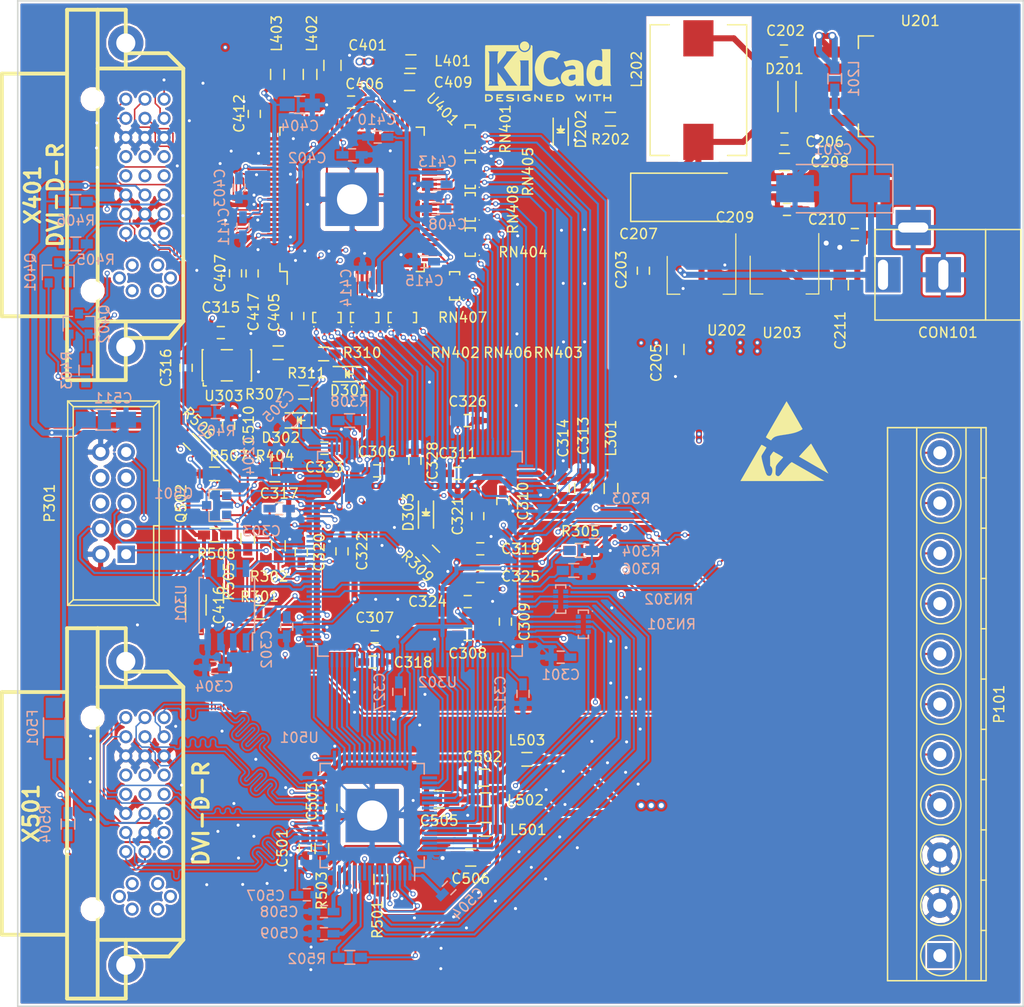
<source format=kicad_pcb>
(kicad_pcb (version 20160815) (host pcbnew "(2016-12-16 revision f631ae27b)-master")

  (general
    (links 478)
    (no_connects 0)
    (area 19.924999 19.924999 120.075001 120.075001)
    (thickness 1.6)
    (drawings 6)
    (tracks 5002)
    (zones 0)
    (modules 138)
    (nets 236)
  )

  (page A4)
  (layers
    (0 F.Cu signal)
    (1 In1.Cu signal)
    (2 In2.Cu signal)
    (31 B.Cu signal)
    (32 B.Adhes user)
    (33 F.Adhes user)
    (34 B.Paste user)
    (35 F.Paste user)
    (36 B.SilkS user)
    (37 F.SilkS user)
    (38 B.Mask user)
    (39 F.Mask user)
    (40 Dwgs.User user)
    (41 Cmts.User user)
    (42 Eco1.User user)
    (43 Eco2.User user)
    (44 Edge.Cuts user)
    (45 Margin user)
    (46 B.CrtYd user)
    (47 F.CrtYd user)
    (48 B.Fab user hide)
    (49 F.Fab user hide)
  )

  (setup
    (last_trace_width 0.2)
    (user_trace_width 0.15)
    (user_trace_width 0.2)
    (user_trace_width 0.4)
    (user_trace_width 0.6)
    (user_trace_width 1.5)
    (trace_clearance 0.152)
    (zone_clearance 0.2)
    (zone_45_only no)
    (trace_min 0.15)
    (segment_width 0.2)
    (edge_width 0.15)
    (via_size 0.5)
    (via_drill 0.3)
    (via_min_size 0.5)
    (via_min_drill 0.3)
    (user_via 0.5 0.3)
    (user_via 0.8 0.5)
    (uvia_size 0.3)
    (uvia_drill 0.1)
    (uvias_allowed no)
    (uvia_min_size 0.2)
    (uvia_min_drill 0.1)
    (pcb_text_width 0.3)
    (pcb_text_size 1.5 1.5)
    (mod_edge_width 0.15)
    (mod_text_size 1 1)
    (mod_text_width 0.15)
    (pad_size 3 3)
    (pad_drill 3)
    (pad_to_mask_clearance 0.2)
    (aux_axis_origin 0 0)
    (grid_origin 20 120.025)
    (visible_elements FFFFFFFF)
    (pcbplotparams
      (layerselection 0x010f0_ffffffff)
      (usegerberextensions true)
      (excludeedgelayer true)
      (linewidth 0.100000)
      (plotframeref false)
      (viasonmask false)
      (mode 1)
      (useauxorigin false)
      (hpglpennumber 1)
      (hpglpenspeed 20)
      (hpglpendiameter 15)
      (psnegative false)
      (psa4output false)
      (plotreference true)
      (plotvalue true)
      (plotinvisibletext false)
      (padsonsilk false)
      (subtractmaskfromsilk false)
      (outputformat 1)
      (mirror false)
      (drillshape 0)
      (scaleselection 1)
      (outputdirectory gerber/))
  )

  (net 0 "")
  (net 1 /power/VIN)
  (net 2 GND)
  (net 3 "Net-(C202-Pad2)")
  (net 4 +2V5)
  (net 5 +3V3)
  (net 6 +1V2)
  (net 7 +V_IO)
  (net 8 /dvi_out/TVDD)
  (net 9 "Net-(D201-Pad1)")
  (net 10 "Net-(D202-Pad2)")
  (net 11 "Net-(F501-Pad1)")
  (net 12 +5V)
  (net 13 /GPIO0)
  (net 14 /GPIO1)
  (net 15 /GPIO2)
  (net 16 /GPIO3)
  (net 17 /GPIO4)
  (net 18 /GPIO5)
  (net 19 /GPIO6)
  (net 20 /GPIO7)
  (net 21 "Net-(P301-Pad9)")
  (net 22 "Net-(P301-Pad8)")
  (net 23 "Net-(P301-Pad7)")
  (net 24 "Net-(P301-Pad6)")
  (net 25 "Net-(P301-Pad5)")
  (net 26 "Net-(P301-Pad3)")
  (net 27 "Net-(P301-Pad1)")
  (net 28 /dvi_in/DDCDAT_IN)
  (net 29 /dvi_in/DDCCLK_IN)
  (net 30 /dvi_out/DDCDAT)
  (net 31 /dvi_out/DDCCLK)
  (net 32 "Net-(R301-Pad1)")
  (net 33 "Net-(R302-Pad1)")
  (net 34 "Net-(R303-Pad1)")
  (net 35 "Net-(R304-Pad1)")
  (net 36 "Net-(R305-Pad1)")
  (net 37 "Net-(R306-Pad1)")
  (net 38 /fpga/CLK50)
  (net 39 "Net-(R307-Pad2)")
  (net 40 /dvi_out/TXCLK+)
  (net 41 "Net-(R308-Pad1)")
  (net 42 /fpga/CLKIN)
  (net 43 /dvi_in/HOTPLUG)
  (net 44 "Net-(R501-Pad1)")
  (net 45 /dvi_out/MSEN)
  (net 46 "Net-(R503-Pad2)")
  (net 47 /dvi_out/HOTPLUG)
  (net 48 "Net-(R504-Pad1)")
  (net 49 "Net-(RN301-Pad7)")
  (net 50 "Net-(RN301-Pad6)")
  (net 51 "Net-(RN301-Pad5)")
  (net 52 "Net-(RN301-Pad8)")
  (net 53 /dvi_out/CTL1)
  (net 54 /dvi_out/DE)
  (net 55 /dvi_out/VSYNC)
  (net 56 /dvi_out/HSYNC)
  (net 57 /dvi_out/CTL2)
  (net 58 /dvi_out/CTL3)
  (net 59 "Net-(RN302-Pad8)")
  (net 60 "Net-(RN302-Pad5)")
  (net 61 "Net-(RN302-Pad6)")
  (net 62 "Net-(RN302-Pad7)")
  (net 63 /dvi_in/DE)
  (net 64 /dvi_in/VSYNC)
  (net 65 /dvi_in/HSYNC)
  (net 66 "Net-(RN401-Pad4)")
  (net 67 "Net-(RN401-Pad8)")
  (net 68 "Net-(RN401-Pad5)")
  (net 69 "Net-(RN401-Pad6)")
  (net 70 "Net-(RN401-Pad7)")
  (net 71 "Net-(RN402-Pad7)")
  (net 72 "Net-(RN402-Pad6)")
  (net 73 "Net-(RN402-Pad5)")
  (net 74 "Net-(RN402-Pad8)")
  (net 75 /dvi_in/DATI3)
  (net 76 /dvi_in/DATI2)
  (net 77 /dvi_in/DATI1)
  (net 78 /dvi_in/DATI0)
  (net 79 "Net-(RN403-Pad7)")
  (net 80 "Net-(RN403-Pad6)")
  (net 81 "Net-(RN403-Pad5)")
  (net 82 "Net-(RN403-Pad8)")
  (net 83 /dvi_in/DATI11)
  (net 84 /dvi_in/DATI10)
  (net 85 /dvi_in/DATI9)
  (net 86 /dvi_in/DATI8)
  (net 87 "Net-(RN404-Pad7)")
  (net 88 "Net-(RN404-Pad6)")
  (net 89 "Net-(RN404-Pad5)")
  (net 90 "Net-(RN404-Pad8)")
  (net 91 /dvi_in/DATI19)
  (net 92 /dvi_in/DATI18)
  (net 93 /dvi_in/DATI17)
  (net 94 /dvi_in/DATI16)
  (net 95 "Net-(RN405-Pad7)")
  (net 96 "Net-(RN405-Pad6)")
  (net 97 "Net-(RN405-Pad5)")
  (net 98 "Net-(RN405-Pad8)")
  (net 99 /dvi_in/CTL3)
  (net 100 /dvi_in/CTL2)
  (net 101 /dvi_in/CTL1)
  (net 102 /dvi_in/DATI4)
  (net 103 /dvi_in/DATI5)
  (net 104 /dvi_in/DATI6)
  (net 105 /dvi_in/DATI7)
  (net 106 "Net-(RN406-Pad8)")
  (net 107 "Net-(RN406-Pad5)")
  (net 108 "Net-(RN406-Pad6)")
  (net 109 "Net-(RN406-Pad7)")
  (net 110 /dvi_in/DATI12)
  (net 111 /dvi_in/DATI13)
  (net 112 /dvi_in/DATI14)
  (net 113 /dvi_in/DATI15)
  (net 114 "Net-(RN407-Pad8)")
  (net 115 "Net-(RN407-Pad5)")
  (net 116 "Net-(RN407-Pad6)")
  (net 117 "Net-(RN407-Pad7)")
  (net 118 /dvi_in/DATI20)
  (net 119 /dvi_in/DATI21)
  (net 120 /dvi_in/DATI22)
  (net 121 /dvi_in/DATI23)
  (net 122 "Net-(RN408-Pad8)")
  (net 123 "Net-(RN408-Pad5)")
  (net 124 "Net-(RN408-Pad6)")
  (net 125 "Net-(RN408-Pad7)")
  (net 126 /dvi_out/DATO4)
  (net 127 /dvi_out/DATO5)
  (net 128 /dvi_out/DATO6)
  (net 129 /dvi_out/DATO7)
  (net 130 /dvi_out/DATO12)
  (net 131 /dvi_out/DATO13)
  (net 132 /dvi_out/DATO14)
  (net 133 /dvi_out/DATO15)
  (net 134 /dvi_out/DATO20)
  (net 135 /dvi_out/DATO21)
  (net 136 /dvi_out/DATO22)
  (net 137 /dvi_out/DATO23)
  (net 138 /dvi_out/DATO3)
  (net 139 /dvi_out/DATO2)
  (net 140 /dvi_out/DATO1)
  (net 141 /dvi_out/DATO0)
  (net 142 /dvi_out/DATO11)
  (net 143 /dvi_out/DATO10)
  (net 144 /dvi_out/DATO9)
  (net 145 /dvi_out/DATO8)
  (net 146 /dvi_out/DATO19)
  (net 147 /dvi_out/DATO18)
  (net 148 /dvi_out/DATO17)
  (net 149 /dvi_out/DATO16)
  (net 150 /fpga/DCLK)
  (net 151 /fpga/ASDI)
  (net 152 /fpga/DATA)
  (net 153 /fpga/nCS)
  (net 154 "Net-(U302-Pad127)")
  (net 155 /dvi_in/LINK_ACT)
  (net 156 /dvi_in/PDOWN)
  (net 157 /dvi_out/EDGE)
  (net 158 /dvi_out/DKEN)
  (net 159 "Net-(U303-Pad1)")
  (net 160 "Net-(U401-Pad96)")
  (net 161 /dvi_in/RxC-)
  (net 162 /dvi_in/RxC+)
  (net 163 /dvi_in/Rx0+)
  (net 164 /dvi_in/Rx1-)
  (net 165 /dvi_in/Rx1+)
  (net 166 /dvi_in/Rx2-)
  (net 167 /dvi_in/Rx2+)
  (net 168 "Net-(U401-Pad77)")
  (net 169 "Net-(U401-Pad75)")
  (net 170 "Net-(U401-Pad74)")
  (net 171 "Net-(U401-Pad73)")
  (net 172 "Net-(U401-Pad72)")
  (net 173 "Net-(U401-Pad71)")
  (net 174 "Net-(U401-Pad70)")
  (net 175 "Net-(U401-Pad69)")
  (net 176 "Net-(U401-Pad66)")
  (net 177 "Net-(U401-Pad65)")
  (net 178 "Net-(U401-Pad64)")
  (net 179 "Net-(U401-Pad63)")
  (net 180 "Net-(U401-Pad62)")
  (net 181 "Net-(U401-Pad61)")
  (net 182 "Net-(U401-Pad60)")
  (net 183 "Net-(U401-Pad59)")
  (net 184 "Net-(U401-Pad56)")
  (net 185 "Net-(U401-Pad55)")
  (net 186 "Net-(U401-Pad54)")
  (net 187 "Net-(U401-Pad53)")
  (net 188 "Net-(U401-Pad52)")
  (net 189 "Net-(U401-Pad51)")
  (net 190 "Net-(U401-Pad50)")
  (net 191 "Net-(U401-Pad49)")
  (net 192 "Net-(U501-Pad49)")
  (net 193 /dvi_out/TX2+)
  (net 194 /dvi_out/TX2-)
  (net 195 /dvi_out/TX1+)
  (net 196 /dvi_out/TX1-)
  (net 197 /dvi_out/TX0+)
  (net 198 /dvi_out/TX0-)
  (net 199 /dvi_out/TXC+)
  (net 200 /dvi_out/TXC-)
  (net 201 "Net-(X401-Pad8)")
  (net 202 "Net-(X401-Pad21)")
  (net 203 "Net-(X401-Pad20)")
  (net 204 "Net-(X401-Pad13)")
  (net 205 "Net-(X401-Pad12)")
  (net 206 "Net-(X401-Pad5)")
  (net 207 "Net-(X401-Pad4)")
  (net 208 "Net-(X501-Pad4)")
  (net 209 "Net-(X501-Pad5)")
  (net 210 "Net-(X501-Pad12)")
  (net 211 "Net-(X501-Pad13)")
  (net 212 "Net-(X501-Pad20)")
  (net 213 "Net-(X501-Pad21)")
  (net 214 "Net-(X501-Pad8)")
  (net 215 "Net-(D301-Pad2)")
  (net 216 "Net-(D302-Pad2)")
  (net 217 "Net-(D303-Pad2)")
  (net 218 /dvi_in/Rx0-)
  (net 219 "Net-(U302-Pad99)")
  (net 220 "Net-(U302-Pad84)")
  (net 221 "Net-(U302-Pad83)")
  (net 222 "Net-(RN302-Pad1)")
  (net 223 "Net-(D301-Pad1)")
  (net 224 "Net-(D302-Pad1)")
  (net 225 "Net-(D303-Pad1)")
  (net 226 "Net-(RN301-Pad1)")
  (net 227 /dvi_in/PVDD)
  (net 228 /dvi_in/DVDD)
  (net 229 /dvi_in/AVDD)
  (net 230 /dvi_out/DVDD)
  (net 231 /dvi_out/PVDD)
  (net 232 /dvi_out/DDCDAT_)
  (net 233 /dvi_out/DDCCLK_)
  (net 234 /dvi_in/DDCDAT_)
  (net 235 /dvi_in/DDCCLK_)

  (net_class Default "This is the default net class."
    (clearance 0.152)
    (trace_width 0.2)
    (via_dia 0.5)
    (via_drill 0.3)
    (uvia_dia 0.3)
    (uvia_drill 0.1)
    (diff_pair_gap 0.25)
    (diff_pair_width 0.2)
    (add_net +1V2)
    (add_net +2V5)
    (add_net +3V3)
    (add_net +5V)
    (add_net +V_IO)
    (add_net /GPIO0)
    (add_net /GPIO1)
    (add_net /GPIO2)
    (add_net /GPIO3)
    (add_net /GPIO4)
    (add_net /GPIO5)
    (add_net /GPIO6)
    (add_net /GPIO7)
    (add_net /dvi_in/AVDD)
    (add_net /dvi_in/CTL1)
    (add_net /dvi_in/CTL2)
    (add_net /dvi_in/CTL3)
    (add_net /dvi_in/DATI0)
    (add_net /dvi_in/DATI1)
    (add_net /dvi_in/DATI10)
    (add_net /dvi_in/DATI11)
    (add_net /dvi_in/DATI12)
    (add_net /dvi_in/DATI13)
    (add_net /dvi_in/DATI14)
    (add_net /dvi_in/DATI15)
    (add_net /dvi_in/DATI16)
    (add_net /dvi_in/DATI17)
    (add_net /dvi_in/DATI18)
    (add_net /dvi_in/DATI19)
    (add_net /dvi_in/DATI2)
    (add_net /dvi_in/DATI20)
    (add_net /dvi_in/DATI21)
    (add_net /dvi_in/DATI22)
    (add_net /dvi_in/DATI23)
    (add_net /dvi_in/DATI3)
    (add_net /dvi_in/DATI4)
    (add_net /dvi_in/DATI5)
    (add_net /dvi_in/DATI6)
    (add_net /dvi_in/DATI7)
    (add_net /dvi_in/DATI8)
    (add_net /dvi_in/DATI9)
    (add_net /dvi_in/DDCCLK_)
    (add_net /dvi_in/DDCCLK_IN)
    (add_net /dvi_in/DDCDAT_)
    (add_net /dvi_in/DDCDAT_IN)
    (add_net /dvi_in/DE)
    (add_net /dvi_in/DVDD)
    (add_net /dvi_in/HOTPLUG)
    (add_net /dvi_in/HSYNC)
    (add_net /dvi_in/LINK_ACT)
    (add_net /dvi_in/PDOWN)
    (add_net /dvi_in/PVDD)
    (add_net /dvi_in/Rx0+)
    (add_net /dvi_in/Rx0-)
    (add_net /dvi_in/Rx1+)
    (add_net /dvi_in/Rx1-)
    (add_net /dvi_in/Rx2+)
    (add_net /dvi_in/Rx2-)
    (add_net /dvi_in/RxC+)
    (add_net /dvi_in/RxC-)
    (add_net /dvi_in/VSYNC)
    (add_net /dvi_out/CTL1)
    (add_net /dvi_out/CTL2)
    (add_net /dvi_out/CTL3)
    (add_net /dvi_out/DATO0)
    (add_net /dvi_out/DATO1)
    (add_net /dvi_out/DATO10)
    (add_net /dvi_out/DATO11)
    (add_net /dvi_out/DATO12)
    (add_net /dvi_out/DATO13)
    (add_net /dvi_out/DATO14)
    (add_net /dvi_out/DATO15)
    (add_net /dvi_out/DATO16)
    (add_net /dvi_out/DATO17)
    (add_net /dvi_out/DATO18)
    (add_net /dvi_out/DATO19)
    (add_net /dvi_out/DATO2)
    (add_net /dvi_out/DATO20)
    (add_net /dvi_out/DATO21)
    (add_net /dvi_out/DATO22)
    (add_net /dvi_out/DATO23)
    (add_net /dvi_out/DATO3)
    (add_net /dvi_out/DATO4)
    (add_net /dvi_out/DATO5)
    (add_net /dvi_out/DATO6)
    (add_net /dvi_out/DATO7)
    (add_net /dvi_out/DATO8)
    (add_net /dvi_out/DATO9)
    (add_net /dvi_out/DDCCLK)
    (add_net /dvi_out/DDCCLK_)
    (add_net /dvi_out/DDCDAT)
    (add_net /dvi_out/DDCDAT_)
    (add_net /dvi_out/DE)
    (add_net /dvi_out/DKEN)
    (add_net /dvi_out/DVDD)
    (add_net /dvi_out/EDGE)
    (add_net /dvi_out/HOTPLUG)
    (add_net /dvi_out/HSYNC)
    (add_net /dvi_out/MSEN)
    (add_net /dvi_out/PVDD)
    (add_net /dvi_out/TVDD)
    (add_net /dvi_out/TX0+)
    (add_net /dvi_out/TX0-)
    (add_net /dvi_out/TX1+)
    (add_net /dvi_out/TX1-)
    (add_net /dvi_out/TX2+)
    (add_net /dvi_out/TX2-)
    (add_net /dvi_out/TXC+)
    (add_net /dvi_out/TXC-)
    (add_net /dvi_out/TXCLK+)
    (add_net /dvi_out/VSYNC)
    (add_net /fpga/ASDI)
    (add_net /fpga/CLK50)
    (add_net /fpga/CLKIN)
    (add_net /fpga/DATA)
    (add_net /fpga/DCLK)
    (add_net /fpga/nCS)
    (add_net /power/VIN)
    (add_net GND)
    (add_net "Net-(C202-Pad2)")
    (add_net "Net-(D201-Pad1)")
    (add_net "Net-(D202-Pad2)")
    (add_net "Net-(D301-Pad1)")
    (add_net "Net-(D301-Pad2)")
    (add_net "Net-(D302-Pad1)")
    (add_net "Net-(D302-Pad2)")
    (add_net "Net-(D303-Pad1)")
    (add_net "Net-(D303-Pad2)")
    (add_net "Net-(F501-Pad1)")
    (add_net "Net-(P301-Pad1)")
    (add_net "Net-(P301-Pad3)")
    (add_net "Net-(P301-Pad5)")
    (add_net "Net-(P301-Pad6)")
    (add_net "Net-(P301-Pad7)")
    (add_net "Net-(P301-Pad8)")
    (add_net "Net-(P301-Pad9)")
    (add_net "Net-(R301-Pad1)")
    (add_net "Net-(R302-Pad1)")
    (add_net "Net-(R303-Pad1)")
    (add_net "Net-(R304-Pad1)")
    (add_net "Net-(R305-Pad1)")
    (add_net "Net-(R306-Pad1)")
    (add_net "Net-(R307-Pad2)")
    (add_net "Net-(R308-Pad1)")
    (add_net "Net-(R501-Pad1)")
    (add_net "Net-(R503-Pad2)")
    (add_net "Net-(R504-Pad1)")
    (add_net "Net-(RN301-Pad1)")
    (add_net "Net-(RN301-Pad5)")
    (add_net "Net-(RN301-Pad6)")
    (add_net "Net-(RN301-Pad7)")
    (add_net "Net-(RN301-Pad8)")
    (add_net "Net-(RN302-Pad1)")
    (add_net "Net-(RN302-Pad5)")
    (add_net "Net-(RN302-Pad6)")
    (add_net "Net-(RN302-Pad7)")
    (add_net "Net-(RN302-Pad8)")
    (add_net "Net-(RN401-Pad4)")
    (add_net "Net-(RN401-Pad5)")
    (add_net "Net-(RN401-Pad6)")
    (add_net "Net-(RN401-Pad7)")
    (add_net "Net-(RN401-Pad8)")
    (add_net "Net-(RN402-Pad5)")
    (add_net "Net-(RN402-Pad6)")
    (add_net "Net-(RN402-Pad7)")
    (add_net "Net-(RN402-Pad8)")
    (add_net "Net-(RN403-Pad5)")
    (add_net "Net-(RN403-Pad6)")
    (add_net "Net-(RN403-Pad7)")
    (add_net "Net-(RN403-Pad8)")
    (add_net "Net-(RN404-Pad5)")
    (add_net "Net-(RN404-Pad6)")
    (add_net "Net-(RN404-Pad7)")
    (add_net "Net-(RN404-Pad8)")
    (add_net "Net-(RN405-Pad5)")
    (add_net "Net-(RN405-Pad6)")
    (add_net "Net-(RN405-Pad7)")
    (add_net "Net-(RN405-Pad8)")
    (add_net "Net-(RN406-Pad5)")
    (add_net "Net-(RN406-Pad6)")
    (add_net "Net-(RN406-Pad7)")
    (add_net "Net-(RN406-Pad8)")
    (add_net "Net-(RN407-Pad5)")
    (add_net "Net-(RN407-Pad6)")
    (add_net "Net-(RN407-Pad7)")
    (add_net "Net-(RN407-Pad8)")
    (add_net "Net-(RN408-Pad5)")
    (add_net "Net-(RN408-Pad6)")
    (add_net "Net-(RN408-Pad7)")
    (add_net "Net-(RN408-Pad8)")
    (add_net "Net-(U302-Pad127)")
    (add_net "Net-(U302-Pad83)")
    (add_net "Net-(U302-Pad84)")
    (add_net "Net-(U302-Pad99)")
    (add_net "Net-(U303-Pad1)")
    (add_net "Net-(U401-Pad49)")
    (add_net "Net-(U401-Pad50)")
    (add_net "Net-(U401-Pad51)")
    (add_net "Net-(U401-Pad52)")
    (add_net "Net-(U401-Pad53)")
    (add_net "Net-(U401-Pad54)")
    (add_net "Net-(U401-Pad55)")
    (add_net "Net-(U401-Pad56)")
    (add_net "Net-(U401-Pad59)")
    (add_net "Net-(U401-Pad60)")
    (add_net "Net-(U401-Pad61)")
    (add_net "Net-(U401-Pad62)")
    (add_net "Net-(U401-Pad63)")
    (add_net "Net-(U401-Pad64)")
    (add_net "Net-(U401-Pad65)")
    (add_net "Net-(U401-Pad66)")
    (add_net "Net-(U401-Pad69)")
    (add_net "Net-(U401-Pad70)")
    (add_net "Net-(U401-Pad71)")
    (add_net "Net-(U401-Pad72)")
    (add_net "Net-(U401-Pad73)")
    (add_net "Net-(U401-Pad74)")
    (add_net "Net-(U401-Pad75)")
    (add_net "Net-(U401-Pad77)")
    (add_net "Net-(U401-Pad96)")
    (add_net "Net-(U501-Pad49)")
    (add_net "Net-(X401-Pad12)")
    (add_net "Net-(X401-Pad13)")
    (add_net "Net-(X401-Pad20)")
    (add_net "Net-(X401-Pad21)")
    (add_net "Net-(X401-Pad4)")
    (add_net "Net-(X401-Pad5)")
    (add_net "Net-(X401-Pad8)")
    (add_net "Net-(X501-Pad12)")
    (add_net "Net-(X501-Pad13)")
    (add_net "Net-(X501-Pad20)")
    (add_net "Net-(X501-Pad21)")
    (add_net "Net-(X501-Pad4)")
    (add_net "Net-(X501-Pad5)")
    (add_net "Net-(X501-Pad8)")
  )

  (module smd:HQFP-64_10x10mm_Pitch0.5mm_handsoldering (layer B.Cu) (tedit 58768373) (tstamp 584DB962)
    (at 55.25 101.025 90)
    (descr "64-Lead Plastic Thin Quad Flatpack (PT) - 10x10x1 mm Body, 2.00 mm Footprint [TQFP] (see Microchip Packaging Specification 00000049BS.pdf)")
    (tags "QFP 0.5")
    (path /583BE4A7/583BE73C)
    (attr smd)
    (fp_text reference U501 (at 7.75 -7.25 180) (layer B.SilkS)
      (effects (font (size 1 1) (thickness 0.15)) (justify mirror))
    )
    (fp_text value TFP410 (at 0 -7.45 90) (layer B.Fab)
      (effects (font (size 1 1) (thickness 0.15)) (justify mirror))
    )
    (fp_line (start -5.175 4.225) (end -6.45 4.225) (layer B.SilkS) (width 0.15))
    (fp_line (start 5.175 5.175) (end 4.125 5.175) (layer B.SilkS) (width 0.15))
    (fp_line (start 5.175 -5.175) (end 4.125 -5.175) (layer B.SilkS) (width 0.15))
    (fp_line (start -5.175 -5.175) (end -4.125 -5.175) (layer B.SilkS) (width 0.15))
    (fp_line (start -5.175 5.175) (end -4.125 5.175) (layer B.SilkS) (width 0.15))
    (fp_line (start -5.175 -5.175) (end -5.175 -4.125) (layer B.SilkS) (width 0.15))
    (fp_line (start 5.175 -5.175) (end 5.175 -4.125) (layer B.SilkS) (width 0.15))
    (fp_line (start 5.175 5.175) (end 5.175 4.125) (layer B.SilkS) (width 0.15))
    (fp_line (start -5.175 5.175) (end -5.175 4.225) (layer B.SilkS) (width 0.15))
    (fp_line (start -6.7 -6.7) (end 6.7 -6.7) (layer B.CrtYd) (width 0.05))
    (fp_line (start -6.7 6.7) (end 6.7 6.7) (layer B.CrtYd) (width 0.05))
    (fp_line (start 6.7 6.7) (end 6.7 -6.7) (layer B.CrtYd) (width 0.05))
    (fp_line (start -6.7 6.7) (end -6.7 -6.7) (layer B.CrtYd) (width 0.05))
    (fp_line (start -5 4) (end -4 5) (layer B.Fab) (width 0.15))
    (fp_line (start -5 -5) (end -5 4) (layer B.Fab) (width 0.15))
    (fp_line (start 5 -5) (end -5 -5) (layer B.Fab) (width 0.15))
    (fp_line (start 5 5) (end 5 -5) (layer B.Fab) (width 0.15))
    (fp_line (start -4 5) (end 5 5) (layer B.Fab) (width 0.15))
    (fp_text user %R (at 0 0 90) (layer B.Fab)
      (effects (font (size 1 1) (thickness 0.15)) (justify mirror))
    )
    (pad 64 smd rect (at -3.75 5.7) (size 1.5 0.3) (layers B.Cu B.Paste B.Mask)
      (net 2 GND))
    (pad 63 smd rect (at -3.25 5.7) (size 1.5 0.3) (layers B.Cu B.Paste B.Mask)
      (net 141 /dvi_out/DATO0))
    (pad 62 smd rect (at -2.75 5.7) (size 1.5 0.3) (layers B.Cu B.Paste B.Mask)
      (net 140 /dvi_out/DATO1))
    (pad 61 smd rect (at -2.25 5.7) (size 1.5 0.3) (layers B.Cu B.Paste B.Mask)
      (net 139 /dvi_out/DATO2))
    (pad 60 smd rect (at -1.75 5.7) (size 1.5 0.3) (layers B.Cu B.Paste B.Mask)
      (net 138 /dvi_out/DATO3))
    (pad 59 smd rect (at -1.25 5.7) (size 1.5 0.3) (layers B.Cu B.Paste B.Mask)
      (net 126 /dvi_out/DATO4))
    (pad 58 smd rect (at -0.75 5.7) (size 1.5 0.3) (layers B.Cu B.Paste B.Mask)
      (net 127 /dvi_out/DATO5))
    (pad 57 smd rect (at -0.25 5.7) (size 1.5 0.3) (layers B.Cu B.Paste B.Mask)
      (net 40 /dvi_out/TXCLK+))
    (pad 56 smd rect (at 0.25 5.7) (size 1.5 0.3) (layers B.Cu B.Paste B.Mask)
      (net 2 GND))
    (pad 55 smd rect (at 0.75 5.7) (size 1.5 0.3) (layers B.Cu B.Paste B.Mask)
      (net 128 /dvi_out/DATO6))
    (pad 54 smd rect (at 1.25 5.7) (size 1.5 0.3) (layers B.Cu B.Paste B.Mask)
      (net 129 /dvi_out/DATO7))
    (pad 53 smd rect (at 1.75 5.7) (size 1.5 0.3) (layers B.Cu B.Paste B.Mask)
      (net 145 /dvi_out/DATO8))
    (pad 52 smd rect (at 2.25 5.7) (size 1.5 0.3) (layers B.Cu B.Paste B.Mask)
      (net 144 /dvi_out/DATO9))
    (pad 51 smd rect (at 2.75 5.7) (size 1.5 0.3) (layers B.Cu B.Paste B.Mask)
      (net 143 /dvi_out/DATO10))
    (pad 50 smd rect (at 3.25 5.7) (size 1.5 0.3) (layers B.Cu B.Paste B.Mask)
      (net 142 /dvi_out/DATO11))
    (pad 49 smd rect (at 3.75 5.7) (size 1.5 0.3) (layers B.Cu B.Paste B.Mask)
      (net 192 "Net-(U501-Pad49)"))
    (pad 48 smd rect (at 5.7 3.75 90) (size 1.5 0.3) (layers B.Cu B.Paste B.Mask)
      (net 2 GND))
    (pad 47 smd rect (at 5.7 3.25 90) (size 1.5 0.3) (layers B.Cu B.Paste B.Mask)
      (net 130 /dvi_out/DATO12))
    (pad 46 smd rect (at 5.7 2.75 90) (size 1.5 0.3) (layers B.Cu B.Paste B.Mask)
      (net 131 /dvi_out/DATO13))
    (pad 45 smd rect (at 5.7 2.25 90) (size 1.5 0.3) (layers B.Cu B.Paste B.Mask)
      (net 132 /dvi_out/DATO14))
    (pad 44 smd rect (at 5.7 1.75 90) (size 1.5 0.3) (layers B.Cu B.Paste B.Mask)
      (net 133 /dvi_out/DATO15))
    (pad 43 smd rect (at 5.7 1.25 90) (size 1.5 0.3) (layers B.Cu B.Paste B.Mask)
      (net 149 /dvi_out/DATO16))
    (pad 42 smd rect (at 5.7 0.75 90) (size 1.5 0.3) (layers B.Cu B.Paste B.Mask)
      (net 148 /dvi_out/DATO17))
    (pad 41 smd rect (at 5.7 0.25 90) (size 1.5 0.3) (layers B.Cu B.Paste B.Mask)
      (net 147 /dvi_out/DATO18))
    (pad 40 smd rect (at 5.7 -0.25 90) (size 1.5 0.3) (layers B.Cu B.Paste B.Mask)
      (net 146 /dvi_out/DATO19))
    (pad 39 smd rect (at 5.7 -0.75 90) (size 1.5 0.3) (layers B.Cu B.Paste B.Mask)
      (net 134 /dvi_out/DATO20))
    (pad 38 smd rect (at 5.7 -1.25 90) (size 1.5 0.3) (layers B.Cu B.Paste B.Mask)
      (net 135 /dvi_out/DATO21))
    (pad 37 smd rect (at 5.7 -1.75 90) (size 1.5 0.3) (layers B.Cu B.Paste B.Mask)
      (net 136 /dvi_out/DATO22))
    (pad 36 smd rect (at 5.7 -2.25 90) (size 1.5 0.3) (layers B.Cu B.Paste B.Mask)
      (net 137 /dvi_out/DATO23))
    (pad 35 smd rect (at 5.7 -2.75 90) (size 1.5 0.3) (layers B.Cu B.Paste B.Mask)
      (net 158 /dvi_out/DKEN))
    (pad 34 smd rect (at 5.7 -3.25 90) (size 1.5 0.3) (layers B.Cu B.Paste B.Mask)
      (net 2 GND))
    (pad 33 smd rect (at 5.7 -3.75 90) (size 1.5 0.3) (layers B.Cu B.Paste B.Mask)
      (net 230 /dvi_out/DVDD))
    (pad 32 smd rect (at 3.75 -5.7) (size 1.5 0.3) (layers B.Cu B.Paste B.Mask)
      (net 2 GND))
    (pad 31 smd rect (at 3.25 -5.7) (size 1.5 0.3) (layers B.Cu B.Paste B.Mask)
      (net 193 /dvi_out/TX2+))
    (pad 30 smd rect (at 2.75 -5.7) (size 1.5 0.3) (layers B.Cu B.Paste B.Mask)
      (net 194 /dvi_out/TX2-))
    (pad 29 smd rect (at 2.25 -5.7) (size 1.5 0.3) (layers B.Cu B.Paste B.Mask)
      (net 8 /dvi_out/TVDD))
    (pad 28 smd rect (at 1.75 -5.7) (size 1.5 0.3) (layers B.Cu B.Paste B.Mask)
      (net 195 /dvi_out/TX1+))
    (pad 27 smd rect (at 1.25 -5.7) (size 1.5 0.3) (layers B.Cu B.Paste B.Mask)
      (net 196 /dvi_out/TX1-))
    (pad 26 smd rect (at 0.75 -5.7) (size 1.5 0.3) (layers B.Cu B.Paste B.Mask)
      (net 2 GND))
    (pad 25 smd rect (at 0.25 -5.7) (size 1.5 0.3) (layers B.Cu B.Paste B.Mask)
      (net 197 /dvi_out/TX0+))
    (pad 24 smd rect (at -0.25 -5.7) (size 1.5 0.3) (layers B.Cu B.Paste B.Mask)
      (net 198 /dvi_out/TX0-))
    (pad 23 smd rect (at -0.75 -5.7) (size 1.5 0.3) (layers B.Cu B.Paste B.Mask)
      (net 8 /dvi_out/TVDD))
    (pad 22 smd rect (at -1.25 -5.7) (size 1.5 0.3) (layers B.Cu B.Paste B.Mask)
      (net 199 /dvi_out/TXC+))
    (pad 21 smd rect (at -1.75 -5.7) (size 1.5 0.3) (layers B.Cu B.Paste B.Mask)
      (net 200 /dvi_out/TXC-))
    (pad 20 smd rect (at -2.25 -5.7) (size 1.5 0.3) (layers B.Cu B.Paste B.Mask)
      (net 2 GND))
    (pad 19 smd rect (at -2.75 -5.7) (size 1.5 0.3) (layers B.Cu B.Paste B.Mask)
      (net 46 "Net-(R503-Pad2)"))
    (pad 18 smd rect (at -3.25 -5.7) (size 1.5 0.3) (layers B.Cu B.Paste B.Mask)
      (net 231 /dvi_out/PVDD))
    (pad 17 smd rect (at -3.75 -5.7) (size 1.5 0.3) (layers B.Cu B.Paste B.Mask)
      (net 2 GND))
    (pad 16 smd rect (at -5.7 -3.75 90) (size 1.5 0.3) (layers B.Cu B.Paste B.Mask)
      (net 2 GND))
    (pad 15 smd rect (at -5.7 -3.25 90) (size 1.5 0.3) (layers B.Cu B.Paste B.Mask)
      (net 230 /dvi_out/DVDD))
    (pad 14 smd rect (at -5.7 -2.75 90) (size 1.5 0.3) (layers B.Cu B.Paste B.Mask)
      (net 2 GND))
    (pad 13 smd rect (at -5.7 -2.25 90) (size 1.5 0.3) (layers B.Cu B.Paste B.Mask)
      (net 2 GND))
    (pad 12 smd rect (at -5.7 -1.75 90) (size 1.5 0.3) (layers B.Cu B.Paste B.Mask)
      (net 230 /dvi_out/DVDD))
    (pad 11 smd rect (at -5.7 -1.25 90) (size 1.5 0.3) (layers B.Cu B.Paste B.Mask)
      (net 45 /dvi_out/MSEN))
    (pad 10 smd rect (at -5.7 -0.75 90) (size 1.5 0.3) (layers B.Cu B.Paste B.Mask)
      (net 156 /dvi_in/PDOWN))
    (pad 9 smd rect (at -5.7 -0.25 90) (size 1.5 0.3) (layers B.Cu B.Paste B.Mask)
      (net 157 /dvi_out/EDGE))
    (pad 8 smd rect (at -5.7 0.25 90) (size 1.5 0.3) (layers B.Cu B.Paste B.Mask)
      (net 53 /dvi_out/CTL1))
    (pad 7 smd rect (at -5.7 0.75 90) (size 1.5 0.3) (layers B.Cu B.Paste B.Mask)
      (net 57 /dvi_out/CTL2))
    (pad 6 smd rect (at -5.7 1.25 90) (size 1.5 0.3) (layers B.Cu B.Paste B.Mask)
      (net 58 /dvi_out/CTL3))
    (pad 5 smd rect (at -5.7 1.75 90) (size 1.5 0.3) (layers B.Cu B.Paste B.Mask)
      (net 55 /dvi_out/VSYNC))
    (pad 4 smd rect (at -5.7 2.25 90) (size 1.5 0.3) (layers B.Cu B.Paste B.Mask)
      (net 56 /dvi_out/HSYNC))
    (pad 3 smd rect (at -5.7 2.75 90) (size 1.5 0.3) (layers B.Cu B.Paste B.Mask)
      (net 44 "Net-(R501-Pad1)"))
    (pad 2 smd rect (at -5.7 3.25 90) (size 1.5 0.3) (layers B.Cu B.Paste B.Mask)
      (net 54 /dvi_out/DE))
    (pad 1 smd rect (at -5.7 3.75 90) (size 1.5 0.3) (layers B.Cu B.Paste B.Mask)
      (net 230 /dvi_out/DVDD))
    (pad 65 thru_hole rect (at 0 0 90) (size 5.3 5.3) (drill 3) (layers *.Cu *.Mask)
      (net 2 GND))
    (model Housings_QFP.3dshapes/TQFP-64_10x10mm_Pitch0.5mm.wrl
      (at (xyz 0 0 0))
      (scale (xyz 1 1 1))
      (rotate (xyz 0 0 0))
    )
  )

  (module Capacitors_Tantalum_SMD:Tantalum_Case-D_EIA-7343-31_Hand (layer F.Cu) (tedit 57B6E980) (tstamp 586EAA66)
    (at 86.91 39.545)
    (descr "Tantalum capacitor, Case D, EIA 7343-31, 7.3x4.3x2.8mm, Hand soldering footprint")
    (tags "capacitor tantalum smd")
    (path /5839A46D/5839CB5E)
    (attr smd)
    (fp_text reference C207 (at -5.18 3.64) (layer F.SilkS)
      (effects (font (size 1 1) (thickness 0.15)))
    )
    (fp_text value 100u (at 0 3.9) (layer F.Fab)
      (effects (font (size 1 1) (thickness 0.15)))
    )
    (fp_line (start -6.05 -2.5) (end -6.05 2.5) (layer F.CrtYd) (width 0.05))
    (fp_line (start -6.05 2.5) (end 6.05 2.5) (layer F.CrtYd) (width 0.05))
    (fp_line (start 6.05 2.5) (end 6.05 -2.5) (layer F.CrtYd) (width 0.05))
    (fp_line (start 6.05 -2.5) (end -6.05 -2.5) (layer F.CrtYd) (width 0.05))
    (fp_line (start -3.65 -2.15) (end -3.65 2.15) (layer F.Fab) (width 0.15))
    (fp_line (start -3.65 2.15) (end 3.65 2.15) (layer F.Fab) (width 0.15))
    (fp_line (start 3.65 2.15) (end 3.65 -2.15) (layer F.Fab) (width 0.15))
    (fp_line (start 3.65 -2.15) (end -3.65 -2.15) (layer F.Fab) (width 0.15))
    (fp_line (start -2.92 -2.15) (end -2.92 2.15) (layer F.Fab) (width 0.15))
    (fp_line (start -2.555 -2.15) (end -2.555 2.15) (layer F.Fab) (width 0.15))
    (fp_line (start -5.95 -2.4) (end 3.65 -2.4) (layer F.SilkS) (width 0.15))
    (fp_line (start -5.95 2.4) (end 3.65 2.4) (layer F.SilkS) (width 0.15))
    (fp_line (start -5.95 -2.4) (end -5.95 2.4) (layer F.SilkS) (width 0.15))
    (pad 1 smd rect (at -3.775 0) (size 3.75 2.7) (layers F.Cu F.Paste F.Mask)
      (net 5 +3V3))
    (pad 2 smd rect (at 3.775 0) (size 3.75 2.7) (layers F.Cu F.Paste F.Mask)
      (net 2 GND))
    (model Capacitors_Tantalum_SMD.3dshapes/Tantalum_Case-D_EIA-7343-31.wrl
      (at (xyz 0 0 0))
      (scale (xyz 1 1 1))
      (rotate (xyz 0 0 0))
    )
  )

  (module artwork:shimatta_std (layer F.Cu) (tedit 0) (tstamp 58695997)
    (at 89.5 112.525)
    (fp_text reference G*** (at 0 0) (layer F.SilkS) hide
      (effects (font (thickness 0.3)))
    )
    (fp_text value LOGO (at 0.75 0) (layer F.SilkS) hide
      (effects (font (thickness 0.3)))
    )
    (fp_poly (pts (xy 10.868794 -0.34663) (xy 10.940082 -0.344725) (xy 11.001581 -0.340759) (xy 11.054456 -0.334558)
      (xy 11.099874 -0.325943) (xy 11.138999 -0.314739) (xy 11.172997 -0.300768) (xy 11.203034 -0.283854)
      (xy 11.230276 -0.263821) (xy 11.255887 -0.240491) (xy 11.256462 -0.239919) (xy 11.289334 -0.201111)
      (xy 11.312259 -0.15891) (xy 11.326574 -0.110035) (xy 11.333618 -0.05121) (xy 11.333643 -0.0508)
      (xy 11.332569 0.023291) (xy 11.320361 0.089289) (xy 11.297275 0.146655) (xy 11.263566 0.19485)
      (xy 11.219491 0.233333) (xy 11.190884 0.250184) (xy 11.170271 0.260221) (xy 11.150623 0.268525)
      (xy 11.130272 0.275304) (xy 11.107549 0.280766) (xy 11.080783 0.285117) (xy 11.048306 0.288565)
      (xy 11.008448 0.291317) (xy 10.959541 0.29358) (xy 10.899914 0.295563) (xy 10.827899 0.297472)
      (xy 10.805885 0.298007) (xy 10.501253 0.308642) (xy 10.207708 0.325718) (xy 9.923258 0.349393)
      (xy 9.645907 0.379823) (xy 9.470624 0.402998) (xy 9.411807 0.410902) (xy 9.364278 0.416192)
      (xy 9.325062 0.418954) (xy 9.291185 0.41927) (xy 9.259672 0.417223) (xy 9.227549 0.412897)
      (xy 9.212169 0.410241) (xy 9.144467 0.392017) (xy 9.087321 0.363849) (xy 9.040745 0.325747)
      (xy 9.004755 0.277724) (xy 8.992925 0.254871) (xy 8.980849 0.218141) (xy 8.973005 0.172373)
      (xy 8.969757 0.122517) (xy 8.971468 0.073524) (xy 8.976926 0.037019) (xy 8.997827 -0.025291)
      (xy 9.0312 -0.080963) (xy 9.075937 -0.128488) (xy 9.122686 -0.16171) (xy 9.147207 -0.17458)
      (xy 9.175393 -0.186432) (xy 9.208483 -0.197521) (xy 9.247713 -0.208107) (xy 9.294321 -0.218445)
      (xy 9.349544 -0.228794) (xy 9.414619 -0.23941) (xy 9.490782 -0.250551) (xy 9.579273 -0.262474)
      (xy 9.652 -0.271774) (xy 9.800914 -0.289224) (xy 9.950405 -0.304133) (xy 10.103324 -0.316716)
      (xy 10.262527 -0.327186) (xy 10.430867 -0.335758) (xy 10.584543 -0.341755) (xy 10.69219 -0.344969)
      (xy 10.786552 -0.346653) (xy 10.868794 -0.34663)) (layer F.Mask) (width 0.01))
    (fp_poly (pts (xy 3.280686 -0.880939) (xy 3.34556 -0.879771) (xy 3.402872 -0.877617) (xy 3.449973 -0.87446)
      (xy 3.472543 -0.872037) (xy 3.61367 -0.849571) (xy 3.744701 -0.82007) (xy 3.868701 -0.782621)
      (xy 3.988736 -0.73631) (xy 4.096467 -0.686017) (xy 4.193868 -0.632986) (xy 4.288297 -0.574006)
      (xy 4.3772 -0.510941) (xy 4.458022 -0.445653) (xy 4.528209 -0.380007) (xy 4.555365 -0.351156)
      (xy 4.639992 -0.246318) (xy 4.713364 -0.13273) (xy 4.774921 -0.011455) (xy 4.824102 0.116443)
      (xy 4.850885 0.209423) (xy 4.879181 0.347701) (xy 4.896607 0.490707) (xy 4.903125 0.635529)
      (xy 4.898699 0.779253) (xy 4.88329 0.918966) (xy 4.861451 1.032728) (xy 4.824346 1.160933)
      (xy 4.77372 1.287533) (xy 4.710565 1.41087) (xy 4.635874 1.529285) (xy 4.550639 1.641117)
      (xy 4.455854 1.744709) (xy 4.40832 1.79005) (xy 4.299338 1.882172) (xy 4.177612 1.971762)
      (xy 4.04482 2.057926) (xy 3.902638 2.139772) (xy 3.752745 2.216408) (xy 3.596818 2.286942)
      (xy 3.436534 2.350482) (xy 3.27357 2.406135) (xy 3.218543 2.422898) (xy 3.139899 2.444368)
      (xy 3.049468 2.466013) (xy 2.949959 2.487315) (xy 2.844082 2.507761) (xy 2.734547 2.526832)
      (xy 2.624065 2.544015) (xy 2.515345 2.558792) (xy 2.485571 2.56243) (xy 2.428012 2.568359)
      (xy 2.365313 2.573218) (xy 2.299907 2.576957) (xy 2.234229 2.579525) (xy 2.17071 2.580872)
      (xy 2.111786 2.580947) (xy 2.05989 2.579698) (xy 2.017454 2.577077) (xy 1.986913 2.573032)
      (xy 1.985844 2.572813) (xy 1.91558 2.552339) (xy 1.8565 2.522842) (xy 1.808841 2.484627)
      (xy 1.772841 2.437998) (xy 1.748736 2.38326) (xy 1.736764 2.320717) (xy 1.736929 2.253327)
      (xy 1.748307 2.186275) (xy 1.77048 2.128668) (xy 1.803758 2.079916) (xy 1.848452 2.039427)
      (xy 1.849677 2.038544) (xy 1.877767 2.020506) (xy 1.908228 2.005555) (xy 1.943115 1.993169)
      (xy 1.984481 1.982826) (xy 2.034379 1.974007) (xy 2.094863 1.966188) (xy 2.161084 1.959481)
      (xy 2.311846 1.944454) (xy 2.450169 1.928139) (xy 2.578102 1.910074) (xy 2.697697 1.889796)
      (xy 2.811005 1.866842) (xy 2.920076 1.84075) (xy 3.026962 1.811058) (xy 3.133714 1.777303)
      (xy 3.242382 1.739022) (xy 3.355017 1.695754) (xy 3.386254 1.683205) (xy 3.439042 1.660814)
      (xy 3.498085 1.634078) (xy 3.560068 1.604637) (xy 3.621674 1.574131) (xy 3.679588 1.5442)
      (xy 3.730494 1.516484) (xy 3.76929 1.493734) (xy 3.863531 1.428613) (xy 3.952139 1.353949)
      (xy 4.033116 1.271853) (xy 4.104465 1.184435) (xy 4.16419 1.093803) (xy 4.186568 1.052873)
      (xy 4.225348 0.967344) (xy 4.253373 0.882119) (xy 4.271449 0.793702) (xy 4.280379 0.698597)
      (xy 4.281685 0.639641) (xy 4.277001 0.527464) (xy 4.262763 0.425302) (xy 4.238591 0.331924)
      (xy 4.204105 0.2461) (xy 4.158926 0.166599) (xy 4.119 0.11188) (xy 4.060291 0.048463)
      (xy 3.988142 -0.012032) (xy 3.902275 -0.06981) (xy 3.802411 -0.125073) (xy 3.778387 -0.136985)
      (xy 3.681686 -0.179417) (xy 3.583439 -0.212975) (xy 3.48168 -0.237992) (xy 3.374444 -0.254803)
      (xy 3.259766 -0.263742) (xy 3.13568 -0.265143) (xy 3.043531 -0.261888) (xy 2.888029 -0.251649)
      (xy 2.734088 -0.236994) (xy 2.580213 -0.217612) (xy 2.424912 -0.193189) (xy 2.26669 -0.163413)
      (xy 2.104054 -0.127969) (xy 1.93551 -0.086547) (xy 1.759564 -0.038832) (xy 1.574722 0.015488)
      (xy 1.379491 0.076726) (xy 1.29428 0.104504) (xy 1.212487 0.131377) (xy 1.14306 0.153997)
      (xy 1.08461 0.172751) (xy 1.035751 0.188021) (xy 0.995094 0.200194) (xy 0.961252 0.209655)
      (xy 0.932836 0.216787) (xy 0.908459 0.221977) (xy 0.886733 0.225608) (xy 0.86627 0.228067)
      (xy 0.845683 0.229737) (xy 0.841828 0.229985) (xy 0.770694 0.22918) (xy 0.705988 0.217912)
      (xy 0.648912 0.196762) (xy 0.60067 0.166307) (xy 0.562463 0.127129) (xy 0.536857 0.083059)
      (xy 0.516575 0.01964) (xy 0.509485 -0.04353) (xy 0.515258 -0.10471) (xy 0.533566 -0.162158)
      (xy 0.564078 -0.214131) (xy 0.6005 -0.25372) (xy 0.627556 -0.275729) (xy 0.658526 -0.29656)
      (xy 0.694993 -0.316941) (xy 0.738543 -0.337601) (xy 0.790758 -0.359268) (xy 0.853223 -0.382671)
      (xy 0.927522 -0.40854) (xy 0.962785 -0.420363) (xy 1.235996 -0.508259) (xy 1.498548 -0.586824)
      (xy 1.750821 -0.656148) (xy 1.993199 -0.71632) (xy 2.226063 -0.767428) (xy 2.449796 -0.809563)
      (xy 2.664779 -0.842814) (xy 2.871395 -0.86727) (xy 2.881085 -0.868221) (xy 2.935666 -0.872605)
      (xy 2.998589 -0.876105) (xy 3.067203 -0.878706) (xy 3.138857 -0.88039) (xy 3.210902 -0.88114)
      (xy 3.280686 -0.880939)) (layer F.Mask) (width 0.01))
    (fp_poly (pts (xy 9.003608 1.085203) (xy 9.056887 1.097351) (xy 9.102289 1.118483) (xy 9.136442 1.144109)
      (xy 9.162501 1.170161) (xy 9.183639 1.197962) (xy 9.200436 1.229422) (xy 9.213471 1.266452)
      (xy 9.223323 1.310961) (xy 9.230572 1.364858) (xy 9.235796 1.430055) (xy 9.238428 1.480457)
      (xy 9.242463 1.556719) (xy 9.247451 1.620598) (xy 9.253768 1.674212) (xy 9.261789 1.719683)
      (xy 9.27189 1.759128) (xy 9.284448 1.794667) (xy 9.299837 1.828421) (xy 9.300281 1.8293)
      (xy 9.32368 1.861058) (xy 9.36009 1.889396) (xy 9.409773 1.914428) (xy 9.472988 1.936271)
      (xy 9.549997 1.955039) (xy 9.608457 1.96579) (xy 9.659854 1.973801) (xy 9.709141 1.980441)
      (xy 9.758607 1.98587) (xy 9.810543 1.990245) (xy 9.86724 1.993727) (xy 9.930987 1.996474)
      (xy 10.004074 1.998645) (xy 10.088793 2.000399) (xy 10.112828 2.000803) (xy 10.344931 2.000686)
      (xy 10.574631 1.992926) (xy 10.799511 1.977698) (xy 11.017155 1.955179) (xy 11.225147 1.925543)
      (xy 11.283945 1.915532) (xy 11.323332 1.909019) (xy 11.353394 1.905485) (xy 11.37896 1.904703)
      (xy 11.404859 1.906445) (xy 11.424674 1.908893) (xy 11.494816 1.923371) (xy 11.553352 1.946196)
      (xy 11.600789 1.977718) (xy 11.637635 2.018289) (xy 11.664396 2.068258) (xy 11.667708 2.076961)
      (xy 11.674691 2.105256) (xy 11.679662 2.14325) (xy 11.682423 2.186242) (xy 11.682775 2.229529)
      (xy 11.680518 2.26841) (xy 11.676827 2.29262) (xy 11.655383 2.357769) (xy 11.621693 2.415438)
      (xy 11.576172 2.465251) (xy 11.51923 2.506833) (xy 11.451281 2.539807) (xy 11.381702 2.561655)
      (xy 11.342402 2.569881) (xy 11.29029 2.578484) (xy 11.227059 2.587284) (xy 11.154403 2.596097)
      (xy 11.074012 2.604743) (xy 10.987579 2.61304) (xy 10.896797 2.620806) (xy 10.803359 2.62786)
      (xy 10.708955 2.634021) (xy 10.705281 2.63424) (xy 10.652261 2.63689) (xy 10.589033 2.639219)
      (xy 10.517978 2.641203) (xy 10.441476 2.642822) (xy 10.36191 2.644053) (xy 10.281658 2.644874)
      (xy 10.203102 2.645263) (xy 10.128622 2.645198) (xy 10.0606 2.644658) (xy 10.001415 2.643619)
      (xy 9.953449 2.64206) (xy 9.938657 2.641327) (xy 9.768481 2.628296) (xy 9.611394 2.609042)
      (xy 9.467369 2.583557) (xy 9.336381 2.551835) (xy 9.218402 2.51387) (xy 9.113406 2.469654)
      (xy 9.021367 2.419181) (xy 8.998233 2.404142) (xy 8.936306 2.355572) (xy 8.876387 2.295797)
      (xy 8.821128 2.228111) (xy 8.77318 2.155807) (xy 8.735198 2.08218) (xy 8.730868 2.072055)
      (xy 8.707215 2.00826) (xy 8.685371 1.936098) (xy 8.66712 1.861716) (xy 8.660844 1.8307)
      (xy 8.655793 1.795362) (xy 8.651582 1.749235) (xy 8.648253 1.695121) (xy 8.645849 1.635825)
      (xy 8.644412 1.574151) (xy 8.643985 1.512901) (xy 8.64461 1.45488) (xy 8.646328 1.402892)
      (xy 8.649184 1.359739) (xy 8.653218 1.328227) (xy 8.65325 1.328057) (xy 8.671645 1.258488)
      (xy 8.698511 1.200675) (xy 8.734046 1.154447) (xy 8.778447 1.119634) (xy 8.831912 1.096067)
      (xy 8.894638 1.083576) (xy 8.940188 1.081315) (xy 9.003608 1.085203)) (layer F.Mask) (width 0.01))
    (fp_poly (pts (xy -11.3068 -2.522042) (xy -11.243523 -2.508415) (xy -11.18998 -2.484867) (xy -11.145174 -2.450712)
      (xy -11.108109 -2.405266) (xy -11.077788 -2.347845) (xy -11.062557 -2.307771) (xy -11.061106 -2.303062)
      (xy -11.05976 -2.297493) (xy -11.058513 -2.290514) (xy -11.057361 -2.281571) (xy -11.056298 -2.270114)
      (xy -11.055319 -2.255589) (xy -11.054417 -2.237446) (xy -11.053589 -2.215132) (xy -11.052827 -2.188096)
      (xy -11.052128 -2.155784) (xy -11.051485 -2.117645) (xy -11.050893 -2.073128) (xy -11.050346 -2.02168)
      (xy -11.04984 -1.962749) (xy -11.049369 -1.895784) (xy -11.048927 -1.820232) (xy -11.048509 -1.735541)
      (xy -11.04811 -1.64116) (xy -11.047724 -1.536535) (xy -11.047346 -1.421117) (xy -11.04697 -1.294351)
      (xy -11.046591 -1.155687) (xy -11.046203 -1.004573) (xy -11.045802 -0.840455) (xy -11.045381 -0.662784)
      (xy -11.045055 -0.522514) (xy -11.044621 -0.331929) (xy -11.044228 -0.155283) (xy -11.043859 0.008)
      (xy -11.043503 0.158496) (xy -11.043145 0.296779) (xy -11.042771 0.423427) (xy -11.042368 0.539013)
      (xy -11.041921 0.644114) (xy -11.041417 0.739305) (xy -11.040843 0.825162) (xy -11.040184 0.90226)
      (xy -11.039426 0.971175) (xy -11.038556 1.032482) (xy -11.037561 1.086757) (xy -11.036425 1.134576)
      (xy -11.035136 1.176514) (xy -11.033679 1.213146) (xy -11.032041 1.245049) (xy -11.030209 1.272797)
      (xy -11.028167 1.296966) (xy -11.025903 1.318133) (xy -11.023403 1.336871) (xy -11.020653 1.353757)
      (xy -11.017638 1.369367) (xy -11.014346 1.384276) (xy -11.010763 1.399059) (xy -11.006874 1.414293)
      (xy -11.002666 1.430552) (xy -10.998125 1.448412) (xy -10.997798 1.449724) (xy -10.964594 1.558686)
      (xy -10.922022 1.656604) (xy -10.87005 1.743504) (xy -10.808644 1.819409) (xy -10.737771 1.884342)
      (xy -10.6574 1.938328) (xy -10.567497 1.98139) (xy -10.468029 2.013553) (xy -10.358964 2.03484)
      (xy -10.24027 2.045275) (xy -10.18084 2.046437) (xy -10.02365 2.040231) (xy -9.8725 2.021965)
      (xy -9.72797 1.991807) (xy -9.590642 1.949924) (xy -9.461096 1.896487) (xy -9.339913 1.831662)
      (xy -9.260323 1.779565) (xy -9.187902 1.722827) (xy -9.111738 1.652849) (xy -9.032329 1.570273)
      (xy -8.950172 1.475739) (xy -8.865765 1.369888) (xy -8.779606 1.253362) (xy -8.692193 1.126801)
      (xy -8.604024 0.990846) (xy -8.515598 0.846139) (xy -8.456603 0.744866) (xy -8.420295 0.681984)
      (xy -8.389599 0.630434) (xy -8.363414 0.588677) (xy -8.340642 0.555175) (xy -8.320185 0.52839)
      (xy -8.300944 0.506783) (xy -8.28182 0.488815) (xy -8.263208 0.474045) (xy -8.214168 0.444068)
      (xy -8.164588 0.42726) (xy -8.110878 0.422597) (xy -8.087241 0.423921) (xy -8.016328 0.43535)
      (xy -7.956351 0.456006) (xy -7.906749 0.48626) (xy -7.866959 0.526481) (xy -7.836418 0.57704)
      (xy -7.82912 0.593917) (xy -7.822484 0.612165) (xy -7.817901 0.630107) (xy -7.815007 0.650993)
      (xy -7.813441 0.678075) (xy -7.812837 0.714605) (xy -7.812785 0.740229) (xy -7.813068 0.783475)
      (xy -7.814142 0.815935) (xy -7.816453 0.841334) (xy -7.820449 0.863396) (xy -7.826575 0.885845)
      (xy -7.832408 0.903897) (xy -7.851583 0.954021) (xy -7.878322 1.012108) (xy -7.912937 1.078718)
      (xy -7.95574 1.154407) (xy -8.007042 1.239733) (xy -8.067153 1.335253) (xy -8.111874 1.404257)
      (xy -8.184605 1.512428) (xy -8.259972 1.618994) (xy -8.336751 1.722437) (xy -8.413714 1.821243)
      (xy -8.489636 1.913893) (xy -8.563289 1.998871) (xy -8.633448 2.07466) (xy -8.698886 2.139743)
      (xy -8.728507 2.166955) (xy -8.860206 2.275387) (xy -8.997401 2.370806) (xy -9.140585 2.453429)
      (xy -9.290251 2.523473) (xy -9.446893 2.581154) (xy -9.611006 2.626689) (xy -9.783083 2.660295)
      (xy -9.884229 2.674116) (xy -9.919679 2.67748) (xy -9.965044 2.680623) (xy -10.01747 2.683457)
      (xy -10.074102 2.685893) (xy -10.132084 2.687841) (xy -10.188562 2.689214) (xy -10.240682 2.689922)
      (xy -10.285588 2.689876) (xy -10.320426 2.688988) (xy -10.334172 2.688116) (xy -10.416848 2.680487)
      (xy -10.487731 2.672889) (xy -10.549531 2.664887) (xy -10.604963 2.656048) (xy -10.656738 2.645936)
      (xy -10.70757 2.634117) (xy -10.76017 2.620157) (xy -10.762343 2.61955) (xy -10.895114 2.575667)
      (xy -11.018016 2.521153) (xy -11.131009 2.456059) (xy -11.234049 2.380436) (xy -11.327095 2.294335)
      (xy -11.410105 2.197808) (xy -11.483037 2.090905) (xy -11.545849 1.973679) (xy -11.598497 1.84618)
      (xy -11.640942 1.708459) (xy -11.673139 1.560568) (xy -11.683136 1.4986) (xy -11.686392 1.47592)
      (xy -11.68941 1.453712) (xy -11.692198 1.431387) (xy -11.694765 1.408356) (xy -11.697119 1.384029)
      (xy -11.699267 1.357817) (xy -11.701218 1.32913) (xy -11.702981 1.29738) (xy -11.704563 1.261978)
      (xy -11.705972 1.222333) (xy -11.707217 1.177857) (xy -11.708306 1.12796) (xy -11.709247 1.072053)
      (xy -11.710049 1.009548) (xy -11.710719 0.939853) (xy -11.711265 0.862381) (xy -11.711696 0.776542)
      (xy -11.71202 0.681747) (xy -11.712245 0.577406) (xy -11.71238 0.46293) (xy -11.712432 0.337731)
      (xy -11.712409 0.201217) (xy -11.71232 0.052801) (xy -11.712174 -0.108106) (xy -11.711977 -0.282095)
      (xy -11.711739 -0.469755) (xy -11.711625 -0.555171) (xy -11.711372 -0.740789) (xy -11.711126 -0.912453)
      (xy -11.710882 -1.070721) (xy -11.710637 -1.216155) (xy -11.710384 -1.349313) (xy -11.71012 -1.470756)
      (xy -11.709839 -1.581042) (xy -11.709536 -1.680732) (xy -11.709207 -1.770386) (xy -11.708846 -1.850563)
      (xy -11.708449 -1.921822) (xy -11.708011 -1.984725) (xy -11.707527 -2.039829) (xy -11.706992 -2.087696)
      (xy -11.706401 -2.128884) (xy -11.70575 -2.163954) (xy -11.705033 -2.193465) (xy -11.704245 -2.217977)
      (xy -11.703382 -2.238049) (xy -11.70244 -2.254242) (xy -11.701412 -2.267115) (xy -11.700294 -2.277228)
      (xy -11.699081 -2.28514) (xy -11.697768 -2.291411) (xy -11.696452 -2.296269) (xy -11.671006 -2.363617)
      (xy -11.638473 -2.4186) (xy -11.598168 -2.461718) (xy -11.549406 -2.493472) (xy -11.491502 -2.514359)
      (xy -11.42377 -2.524881) (xy -11.380808 -2.526432) (xy -11.3068 -2.522042)) (layer F.Mask) (width 0.01))
    (fp_poly (pts (xy -3.559915 -2.67363) (xy -3.527662 -2.672116) (xy -3.502924 -2.669038) (xy -3.482216 -2.664033)
      (xy -3.470809 -2.660152) (xy -3.415622 -2.632162) (xy -3.368679 -2.592564) (xy -3.330749 -2.542186)
      (xy -3.302598 -2.481862) (xy -3.300523 -2.475831) (xy -3.296805 -2.464283) (xy -3.293693 -2.452885)
      (xy -3.291121 -2.440254) (xy -3.289024 -2.425013) (xy -3.287338 -2.405779) (xy -3.285999 -2.381174)
      (xy -3.284941 -2.349817) (xy -3.2841 -2.310328) (xy -3.283411 -2.261328) (xy -3.28281 -2.201435)
      (xy -3.282231 -2.129271) (xy -3.281853 -2.077347) (xy -3.279345 -1.727181) (xy -3.230801 -1.730904)
      (xy -3.206695 -1.732626) (xy -3.171856 -1.73495) (xy -3.130042 -1.737632) (xy -3.08501 -1.740429)
      (xy -3.058886 -1.74201) (xy -2.881272 -1.753814) (xy -2.698095 -1.768205) (xy -2.51397 -1.784758)
      (xy -2.333515 -1.803049) (xy -2.161343 -1.822655) (xy -2.104572 -1.829664) (xy -2.021747 -1.839307)
      (xy -1.951374 -1.845543) (xy -1.891768 -1.848244) (xy -1.841242 -1.847281) (xy -1.798109 -1.842527)
      (xy -1.760683 -1.833853) (xy -1.727278 -1.821131) (xy -1.696207 -1.804233) (xy -1.686432 -1.797889)
      (xy -1.641947 -1.759253) (xy -1.606472 -1.709427) (xy -1.588388 -1.671191) (xy -1.581081 -1.650724)
      (xy -1.576239 -1.630607) (xy -1.573383 -1.607046) (xy -1.57204 -1.576247) (xy -1.571728 -1.538514)
      (xy -1.57211 -1.497732) (xy -1.573571 -1.467667) (xy -1.576585 -1.444532) (xy -1.581625 -1.424542)
      (xy -1.588291 -1.406095) (xy -1.615883 -1.355694) (xy -1.655557 -1.310913) (xy -1.705527 -1.273093)
      (xy -1.764007 -1.243573) (xy -1.82921 -1.223693) (xy -1.832429 -1.223015) (xy -1.864504 -1.217398)
      (xy -1.909498 -1.211019) (xy -1.965841 -1.204024) (xy -2.031966 -1.196563) (xy -2.106305 -1.188782)
      (xy -2.18729 -1.18083) (xy -2.273354 -1.172855) (xy -2.362928 -1.165006) (xy -2.454444 -1.157429)
      (xy -2.546334 -1.150273) (xy -2.637031 -1.143686) (xy -2.724967 -1.137817) (xy -2.754086 -1.136003)
      (xy -2.805671 -1.132938) (xy -2.862498 -1.129709) (xy -2.922492 -1.126419) (xy -2.983576 -1.123173)
      (xy -3.043674 -1.120076) (xy -3.100712 -1.117232) (xy -3.152612 -1.114745) (xy -3.197299 -1.11272)
      (xy -3.232697 -1.111261) (xy -3.256731 -1.110473) (xy -3.2639 -1.110363) (xy -3.280229 -1.110343)
      (xy -3.280229 -0.769257) (xy -3.280175 -0.688687) (xy -3.27999 -0.621489) (xy -3.279639 -0.56652)
      (xy -3.279089 -0.522638) (xy -3.278305 -0.488701) (xy -3.277253 -0.463565) (xy -3.275899 -0.446089)
      (xy -3.274209 -0.43513) (xy -3.272147 -0.429546) (xy -3.270003 -0.428171) (xy -3.260204 -0.42859)
      (xy -3.237987 -0.429769) (xy -3.205423 -0.43159) (xy -3.164581 -0.433937) (xy -3.117531 -0.436692)
      (xy -3.075874 -0.439167) (xy -2.91119 -0.449647) (xy -2.75783 -0.460774) (xy -2.612609 -0.472824)
      (xy -2.472343 -0.486074) (xy -2.333846 -0.500802) (xy -2.235766 -0.512196) (xy -2.181142 -0.518565)
      (xy -2.138322 -0.523027) (xy -2.104742 -0.525717) (xy -2.077835 -0.526771) (xy -2.055037 -0.526323)
      (xy -2.033782 -0.524511) (xy -2.024568 -0.523357) (xy -1.954687 -0.50857) (xy -1.89596 -0.484509)
      (xy -1.848361 -0.451155) (xy -1.811863 -0.40849) (xy -1.786439 -0.356496) (xy -1.786127 -0.3556)
      (xy -1.776294 -0.3163) (xy -1.770272 -0.269192) (xy -1.768611 -0.220613) (xy -1.771072 -0.182639)
      (xy -1.785529 -0.115018) (xy -1.810946 -0.056607) (xy -1.847648 -0.007024) (xy -1.89596 0.034112)
      (xy -1.956206 0.067181) (xy -1.997385 0.083031) (xy -2.03577 0.093538) (xy -2.087717 0.103993)
      (xy -2.15227 0.114306) (xy -2.228475 0.124387) (xy -2.31538 0.134146) (xy -2.412031 0.143492)
      (xy -2.517472 0.152336) (xy -2.630752 0.160586) (xy -2.750915 0.168154) (xy -2.877009 0.174948)
      (xy -3.008079 0.180878) (xy -3.049815 0.182537) (xy -3.280229 0.191392) (xy -3.280229 1.019968)
      (xy -3.1623 1.058654) (xy -2.896971 1.151679) (xy -2.642724 1.253146) (xy -2.398485 1.363567)
      (xy -2.163179 1.483453) (xy -1.935733 1.613316) (xy -1.74672 1.732625) (xy -1.675532 1.78152)
      (xy -1.61688 1.826507) (xy -1.569805 1.869017) (xy -1.533349 1.910482) (xy -1.506551 1.952334)
      (xy -1.488453 1.996006) (xy -1.478096 2.042929) (xy -1.474519 2.094536) (xy -1.475713 2.137229)
      (xy -1.485108 2.216781) (xy -1.503114 2.284794) (xy -1.529974 2.341584) (xy -1.565931 2.38747)
      (xy -1.611224 2.422768) (xy -1.666097 2.447797) (xy -1.722612 2.461599) (xy -1.767667 2.465908)
      (xy -1.811485 2.463025) (xy -1.855876 2.452239) (xy -1.902648 2.432838) (xy -1.953611 2.40411)
      (xy -2.010576 2.365344) (xy -2.0574 2.329978) (xy -2.172886 2.243766) (xy -2.294279 2.160954)
      (xy -2.423544 2.080335) (xy -2.562646 2.0007) (xy -2.713551 1.92084) (xy -2.764972 1.894881)
      (xy -2.810098 1.872708) (xy -2.860364 1.84863) (xy -2.914075 1.823404) (xy -2.969534 1.797785)
      (xy -3.025046 1.772527) (xy -3.078914 1.748388) (xy -3.129442 1.726121) (xy -3.174935 1.706483)
      (xy -3.213695 1.690228) (xy -3.244028 1.678113) (xy -3.264237 1.670892) (xy -3.271789 1.669143)
      (xy -3.277094 1.675632) (xy -3.282129 1.692144) (xy -3.284168 1.703615) (xy -3.294339 1.763773)
      (xy -3.308613 1.831207) (xy -3.325527 1.899787) (xy -3.343618 1.963384) (xy -3.353474 1.993829)
      (xy -3.393626 2.098555) (xy -3.438784 2.191529) (xy -3.490287 2.27504) (xy -3.549478 2.351381)
      (xy -3.586361 2.39173) (xy -3.66786 2.466866) (xy -3.75742 2.531631) (xy -3.85566 2.586301)
      (xy -3.963199 2.63115) (xy -4.080659 2.666455) (xy -4.208658 2.692491) (xy -4.287159 2.703359)
      (xy -4.322088 2.706446) (xy -4.367802 2.70902) (xy -4.421042 2.711035) (xy -4.478547 2.712444)
      (xy -4.537059 2.7132) (xy -4.593318 2.713256) (xy -4.644063 2.712566) (xy -4.686036 2.711084)
      (xy -4.709886 2.709415) (xy -4.832478 2.695041) (xy -4.94283 2.676199) (xy -5.042737 2.652131)
      (xy -5.13399 2.622082) (xy -5.218383 2.585294) (xy -5.297707 2.541011) (xy -5.373757 2.488476)
      (xy -5.448324 2.426932) (xy -5.504906 2.373866) (xy -5.585225 2.28743) (xy -5.651451 2.199713)
      (xy -5.703995 2.109988) (xy -5.743267 2.017532) (xy -5.769677 1.921619) (xy -5.774005 1.898829)
      (xy -5.781392 1.834399) (xy -5.782175 1.803772) (xy -5.140803 1.803772) (xy -5.138033 1.828971)
      (xy -5.124036 1.890771) (xy -5.100265 1.944453) (xy -5.065909 1.990845) (xy -5.02016 2.030778)
      (xy -4.962208 2.065079) (xy -4.891243 2.094578) (xy -4.872409 2.100963) (xy -4.795484 2.121382)
      (xy -4.709629 2.136088) (xy -4.619404 2.144725) (xy -4.529369 2.146935) (xy -4.444083 2.142363)
      (xy -4.405086 2.137489) (xy -4.343632 2.126448) (xy -4.292113 2.113206) (xy -4.245978 2.096427)
      (xy -4.212772 2.081019) (xy -4.144558 2.04145) (xy -4.088403 1.996719) (xy -4.042596 1.944809)
      (xy -4.005426 1.883699) (xy -3.975182 1.811371) (xy -3.96925 1.793633) (xy -3.95622 1.746457)
      (xy -3.944526 1.691807) (xy -3.935034 1.634911) (xy -3.92861 1.580992) (xy -3.92612 1.535278)
      (xy -3.926115 1.533359) (xy -3.926115 1.490152) (xy -3.993243 1.474846) (xy -4.096392 1.45336)
      (xy -4.193818 1.437641) (xy -4.290534 1.427138) (xy -4.391552 1.421298) (xy -4.4958 1.419569)
      (xy -4.569053 1.42023) (xy -4.630891 1.422535) (xy -4.68436 1.426878) (xy -4.732508 1.433658)
      (xy -4.77838 1.44327) (xy -4.825021 1.456111) (xy -4.858294 1.466743) (xy -4.921049 1.490174)
      (xy -4.972593 1.515375) (xy -5.016231 1.544217) (xy -5.054956 1.578266) (xy -5.096885 1.628405)
      (xy -5.124933 1.681989) (xy -5.139454 1.740087) (xy -5.140803 1.803772) (xy -5.782175 1.803772)
      (xy -5.783244 1.762023) (xy -5.779791 1.687074) (xy -5.771262 1.614926) (xy -5.759391 1.556657)
      (xy -5.726832 1.458773) (xy -5.681134 1.366791) (xy -5.622532 1.280973) (xy -5.551262 1.201581)
      (xy -5.467558 1.128877) (xy -5.371656 1.063125) (xy -5.265057 1.005197) (xy -5.158318 0.958962)
      (xy -5.046432 0.921266) (xy -4.927358 0.891587) (xy -4.799055 0.869402) (xy -4.684486 0.856339)
      (xy -4.630117 0.852677) (xy -4.564008 0.850294) (xy -4.488872 0.849147) (xy -4.407424 0.849191)
      (xy -4.322376 0.85038) (xy -4.236442 0.852671) (xy -4.152336 0.856018) (xy -4.072771 0.860378)
      (xy -4.000461 0.865705) (xy -3.9751 0.868007) (xy -3.926115 0.872733) (xy -3.926115 0.188686)
      (xy -4.642757 0.18856) (xy -4.765443 0.188533) (xy -4.87451 0.18847) (xy -4.970855 0.188329)
      (xy -5.055376 0.188068) (xy -5.128967 0.187645) (xy -5.192526 0.187018) (xy -5.246949 0.186144)
      (xy -5.293132 0.184982) (xy -5.331971 0.18349) (xy -5.364363 0.181626) (xy -5.391205 0.179348)
      (xy -5.413392 0.176613) (xy -5.43182 0.17338) (xy -5.447387 0.169606) (xy -5.460989 0.16525)
      (xy -5.473522 0.16027) (xy -5.485881 0.154623) (xy -5.49863 0.148432) (xy -5.54487 0.118004)
      (xy -5.582108 0.077013) (xy -5.609816 0.026678) (xy -5.627465 -0.031782) (xy -5.63453 -0.097147)
      (xy -5.631623 -0.158957) (xy -5.618556 -0.22696) (xy -5.595939 -0.284245) (xy -5.563495 -0.33126)
      (xy -5.520949 -0.368452) (xy -5.491784 -0.385574) (xy -5.478418 -0.392302) (xy -5.465929 -0.398277)
      (xy -5.453415 -0.403544) (xy -5.439977 -0.408147) (xy -5.424712 -0.412131) (xy -5.40672 -0.415541)
      (xy -5.385102 -0.418423) (xy -5.358955 -0.42082) (xy -5.327379 -0.422779) (xy -5.289474 -0.424343)
      (xy -5.244338 -0.425557) (xy -5.191072 -0.426467) (xy -5.128774 -0.427118) (xy -5.056543 -0.427553)
      (xy -4.973478 -0.427818) (xy -4.87868 -0.427959) (xy -4.771247 -0.428019) (xy -4.650279 -0.428043)
      (xy -4.639129 -0.428045) (xy -3.926115 -0.428171) (xy -3.926115 -1.088571) (xy -4.7625 -1.088678)
      (xy -4.894095 -1.088694) (xy -5.011998 -1.088727) (xy -5.11703 -1.088811) (xy -5.210013 -1.088979)
      (xy -5.291769 -1.089265) (xy -5.36312 -1.089703) (xy -5.424888 -1.090325) (xy -5.477895 -1.091165)
      (xy -5.522961 -1.092256) (xy -5.56091 -1.093632) (xy -5.592563 -1.095327) (xy -5.618742 -1.097373)
      (xy -5.640268 -1.099804) (xy -5.657964 -1.102654) (xy -5.672651 -1.105955) (xy -5.685152 -1.109742)
      (xy -5.696287 -1.114048) (xy -5.706879 -1.118905) (xy -5.71775 -1.124348) (xy -5.724502 -1.127784)
      (xy -5.759879 -1.151378) (xy -5.794078 -1.183977) (xy -5.822345 -1.220577) (xy -5.835533 -1.244695)
      (xy -5.848041 -1.283763) (xy -5.856096 -1.331864) (xy -5.859157 -1.384055) (xy -5.856685 -1.435392)
      (xy -5.856522 -1.436849) (xy -5.843444 -1.504117) (xy -5.82044 -1.560994) (xy -5.786987 -1.608145)
      (xy -5.742561 -1.646238) (xy -5.686637 -1.675938) (xy -5.66088 -1.685635) (xy -5.6134 -1.70178)
      (xy -3.927516 -1.705888) (xy -3.924334 -2.052187) (xy -3.923566 -2.132617) (xy -3.922823 -2.199962)
      (xy -3.922039 -2.255651) (xy -3.921148 -2.301111) (xy -3.920082 -2.337771) (xy -3.918776 -2.36706)
      (xy -3.917161 -2.390406) (xy -3.915172 -2.409238) (xy -3.912742 -2.424984) (xy -3.909804 -2.439074)
      (xy -3.906291 -2.452935) (xy -3.905483 -2.455917) (xy -3.888954 -2.506679) (xy -3.86894 -2.547286)
      (xy -3.842922 -2.58207) (xy -3.817093 -2.607712) (xy -3.785765 -2.632985) (xy -3.754427 -2.651212)
      (xy -3.719849 -2.663393) (xy -3.678804 -2.670527) (xy -3.628065 -2.673614) (xy -3.603172 -2.673943)
      (xy -3.559915 -2.67363)) (layer F.Mask) (width 0.01))
    (fp_poly (pts (xy 8.528085 -2.643213) (xy 8.595358 -2.627701) (xy 8.652184 -2.602162) (xy 8.698839 -2.566349)
      (xy 8.7356 -2.520016) (xy 8.762743 -2.462918) (xy 8.774406 -2.423885) (xy 8.78068 -2.387663)
      (xy 8.783754 -2.342658) (xy 8.783569 -2.28818) (xy 8.780066 -2.22354) (xy 8.773187 -2.148047)
      (xy 8.762873 -2.061012) (xy 8.749065 -1.961746) (xy 8.731704 -1.849558) (xy 8.718833 -1.771437)
      (xy 8.710433 -1.720524) (xy 8.703131 -1.674418) (xy 8.697201 -1.635017) (xy 8.692921 -1.604219)
      (xy 8.690566 -1.583922) (xy 8.690412 -1.576025) (xy 8.690414 -1.576024) (xy 8.699245 -1.574861)
      (xy 8.721309 -1.574926) (xy 8.755386 -1.57613) (xy 8.800255 -1.578382) (xy 8.854695 -1.581591)
      (xy 8.917484 -1.585666) (xy 8.987403 -1.590518) (xy 9.06323 -1.596056) (xy 9.143744 -1.602188)
      (xy 9.227725 -1.608826) (xy 9.313952 -1.615878) (xy 9.401204 -1.623254) (xy 9.48826 -1.630863)
      (xy 9.573899 -1.638615) (xy 9.6569 -1.646419) (xy 9.710057 -1.651595) (xy 9.796138 -1.659449)
      (xy 9.869585 -1.664624) (xy 9.932031 -1.667104) (xy 9.985109 -1.666875) (xy 10.030452 -1.663922)
      (xy 10.069695 -1.658231) (xy 10.104469 -1.649786) (xy 10.110345 -1.647983) (xy 10.171065 -1.622232)
      (xy 10.221086 -1.586718) (xy 10.260636 -1.541235) (xy 10.289945 -1.48557) (xy 10.29115 -1.482506)
      (xy 10.301781 -1.443104) (xy 10.30763 -1.395454) (xy 10.30868 -1.344582) (xy 10.304914 -1.295514)
      (xy 10.296312 -1.253274) (xy 10.291996 -1.240624) (xy 10.26307 -1.184426) (xy 10.223793 -1.13725)
      (xy 10.173681 -1.098745) (xy 10.112252 -1.06856) (xy 10.039022 -1.046344) (xy 10.018043 -1.041841)
      (xy 9.988177 -1.036889) (xy 9.945245 -1.031195) (xy 9.890669 -1.024878) (xy 9.825873 -1.018058)
      (xy 9.752279 -1.010857) (xy 9.67131 -1.003394) (xy 9.584388 -0.99579) (xy 9.492937 -0.988165)
      (xy 9.398378 -0.98064) (xy 9.302134 -0.973335) (xy 9.205629 -0.966371) (xy 9.110284 -0.959867)
      (xy 9.017523 -0.953945) (xy 8.928768 -0.948724) (xy 8.897257 -0.946996) (xy 8.839397 -0.943827)
      (xy 8.783098 -0.940626) (xy 8.73089 -0.937545) (xy 8.685304 -0.934738) (xy 8.648869 -0.932357)
      (xy 8.624116 -0.930554) (xy 8.622186 -0.930396) (xy 8.561201 -0.925285) (xy 8.512261 -0.707571)
      (xy 8.401162 -0.239172) (xy 8.280408 0.220042) (xy 8.149348 0.672271) (xy 8.007329 1.119715)
      (xy 7.853701 1.564573) (xy 7.778286 1.770743) (xy 7.757814 1.82522) (xy 7.734721 1.885775)
      (xy 7.709645 1.950807) (xy 7.683225 2.018712) (xy 7.656098 2.087887) (xy 7.628905 2.156729)
      (xy 7.602282 2.223635) (xy 7.576868 2.287003) (xy 7.553302 2.345229) (xy 7.532222 2.396711)
      (xy 7.514267 2.439845) (xy 7.500074 2.473029) (xy 7.490284 2.494659) (xy 7.488619 2.498034)
      (xy 7.446657 2.568398) (xy 7.399108 2.625394) (xy 7.345916 2.669074) (xy 7.287022 2.69949)
      (xy 7.253803 2.710166) (xy 7.211289 2.717557) (xy 7.16184 2.720483) (xy 7.111733 2.718943)
      (xy 7.067245 2.712935) (xy 7.055762 2.710215) (xy 6.996939 2.689138) (xy 6.9496 2.66024)
      (xy 6.912406 2.622508) (xy 6.887837 2.582868) (xy 6.86919 2.539036) (xy 6.857554 2.494382)
      (xy 6.852201 2.444727) (xy 6.852407 2.385889) (xy 6.85265 2.380479) (xy 6.854836 2.346973)
      (xy 6.858466 2.316423) (xy 6.864252 2.286482) (xy 6.872907 2.254805) (xy 6.885145 2.219045)
      (xy 6.901679 2.176855) (xy 6.923222 2.125888) (xy 6.945404 2.075269) (xy 7.054216 1.821473)
      (xy 7.161547 1.55564) (xy 7.26653 1.280234) (xy 7.368297 0.997719) (xy 7.465979 0.71056)
      (xy 7.558709 0.42122) (xy 7.64562 0.132164) (xy 7.710059 -0.096066) (xy 7.727003 -0.158593)
      (xy 7.744878 -0.225793) (xy 7.763348 -0.296296) (xy 7.782074 -0.368737) (xy 7.80072 -0.441747)
      (xy 7.818948 -0.51396) (xy 7.83642 -0.584008) (xy 7.8528 -0.650524) (xy 7.867749 -0.71214)
      (xy 7.88093 -0.76749) (xy 7.892007 -0.815207) (xy 7.900641 -0.853922) (xy 7.906495 -0.882268)
      (xy 7.909232 -0.898879) (xy 7.909135 -0.902778) (xy 7.901443 -0.903074) (xy 7.881605 -0.902791)
      (xy 7.851973 -0.901992) (xy 7.8149 -0.900739) (xy 7.776896 -0.899266) (xy 7.650565 -0.894218)
      (xy 7.538113 -0.889995) (xy 7.43893 -0.886585) (xy 7.352403 -0.883976) (xy 7.277923 -0.882156)
      (xy 7.214879 -0.881113) (xy 7.162659 -0.880834) (xy 7.120652 -0.881308) (xy 7.088248 -0.882522)
      (xy 7.064836 -0.884465) (xy 7.06022 -0.885077) (xy 7.003002 -0.896047) (xy 6.956586 -0.911262)
      (xy 6.917537 -0.932146) (xy 6.88491 -0.957825) (xy 6.845016 -1.003987) (xy 6.816407 -1.059095)
      (xy 6.799184 -1.122845) (xy 6.793449 -1.194931) (xy 6.794607 -1.229446) (xy 6.804706 -1.298006)
      (xy 6.825614 -1.356949) (xy 6.857601 -1.406608) (xy 6.900934 -1.447316) (xy 6.95588 -1.479407)
      (xy 7.012378 -1.500294) (xy 7.023643 -1.50344) (xy 7.035526 -1.50629) (xy 7.048908 -1.508887)
      (xy 7.064669 -1.511276) (xy 7.083689 -1.5135) (xy 7.106849 -1.515603) (xy 7.135029 -1.51763)
      (xy 7.169108 -1.519624) (xy 7.209968 -1.521629) (xy 7.258488 -1.52369) (xy 7.315549 -1.52585)
      (xy 7.38203 -1.528153) (xy 7.458813 -1.530643) (xy 7.546777 -1.533365) (xy 7.646803 -1.536361)
      (xy 7.75977 -1.539677) (xy 7.857473 -1.542515) (xy 7.913156 -1.544229) (xy 7.956001 -1.54585)
      (xy 7.987682 -1.547533) (xy 8.009875 -1.549437) (xy 8.024254 -1.551719) (xy 8.032493 -1.554537)
      (xy 8.036266 -1.558048) (xy 8.036818 -1.559388) (xy 8.039165 -1.570795) (xy 8.043284 -1.594703)
      (xy 8.048893 -1.629248) (xy 8.055713 -1.672561) (xy 8.063462 -1.722777) (xy 8.071861 -1.778029)
      (xy 8.080628 -1.83645) (xy 8.089483 -1.896175) (xy 8.098146 -1.955336) (xy 8.106336 -2.012068)
      (xy 8.113773 -2.064503) (xy 8.120176 -2.110775) (xy 8.124202 -2.140857) (xy 8.132879 -2.206408)
      (xy 8.140145 -2.259507) (xy 8.146346 -2.302108) (xy 8.151828 -2.336166) (xy 8.156937 -2.363637)
      (xy 8.162018 -2.386474) (xy 8.167417 -2.406633) (xy 8.173481 -2.42607) (xy 8.17598 -2.43352)
      (xy 8.20465 -2.499149) (xy 8.241866 -2.553098) (xy 8.287288 -2.595166) (xy 8.340578 -2.625151)
      (xy 8.401398 -2.642851) (xy 8.46941 -2.648066) (xy 8.528085 -2.643213)) (layer F.Mask) (width 0.01))
    (fp_poly (pts (xy 0.4572 -5.666537) (xy 0.985352 -5.656535) (xy 1.511199 -5.638077) (xy 2.034139 -5.611261)
      (xy 2.553569 -5.576188) (xy 3.068889 -5.532956) (xy 3.579497 -5.481667) (xy 4.084792 -5.42242)
      (xy 4.584171 -5.355315) (xy 5.077034 -5.280451) (xy 5.562779 -5.197929) (xy 6.040804 -5.107848)
      (xy 6.510508 -5.010308) (xy 6.97129 -4.905409) (xy 7.422547 -4.793251) (xy 7.863678 -4.673933)
      (xy 8.294083 -4.547556) (xy 8.713158 -4.414219) (xy 9.120303 -4.274022) (xy 9.346107 -4.191341)
      (xy 9.679024 -4.062499) (xy 10.000619 -3.929527) (xy 10.310689 -3.792557) (xy 10.609033 -3.651716)
      (xy 10.895448 -3.507137) (xy 11.169732 -3.358949) (xy 11.431682 -3.207282) (xy 11.681097 -3.052267)
      (xy 11.917774 -2.894033) (xy 12.14151 -2.732711) (xy 12.352105 -2.568431) (xy 12.549355 -2.401323)
      (xy 12.733058 -2.231518) (xy 12.903012 -2.059145) (xy 13.059015 -1.884335) (xy 13.196723 -1.712685)
      (xy 13.323837 -1.535227) (xy 13.436525 -1.356962) (xy 13.534862 -1.177715) (xy 13.618923 -0.997309)
      (xy 13.688783 -0.815569) (xy 13.744516 -0.632318) (xy 13.786198 -0.447382) (xy 13.813828 -0.261257)
      (xy 13.819666 -0.192802) (xy 13.823454 -0.11427) (xy 13.825193 -0.029951) (xy 13.824883 0.055863)
      (xy 13.822523 0.138881) (xy 13.818113 0.214812) (xy 13.813828 0.261257) (xy 13.785765 0.448887)
      (xy 13.743304 0.635264) (xy 13.686512 0.820287) (xy 13.61546 1.003853) (xy 13.530217 1.185859)
      (xy 13.430852 1.366203) (xy 13.317435 1.544781) (xy 13.190036 1.721491) (xy 13.048723 1.896231)
      (xy 12.893566 2.068897) (xy 12.724634 2.239388) (xy 12.541998 2.407599) (xy 12.345726 2.57343)
      (xy 12.144828 2.730075) (xy 11.908884 2.900074) (xy 11.65925 3.066198) (xy 11.396258 3.228329)
      (xy 11.120236 3.386352) (xy 10.831516 3.540148) (xy 10.530426 3.689601) (xy 10.217299 3.834593)
      (xy 9.892463 3.975008) (xy 9.556249 4.110728) (xy 9.208987 4.241637) (xy 8.851006 4.367616)
      (xy 8.482638 4.48855) (xy 8.104213 4.604321) (xy 7.716059 4.714811) (xy 7.318509 4.819905)
      (xy 6.911891 4.919484) (xy 6.496536 5.013432) (xy 6.072774 5.101632) (xy 5.640935 5.183966)
      (xy 5.201349 5.260318) (xy 4.855028 5.315381) (xy 4.404203 5.380388) (xy 3.943967 5.439312)
      (xy 3.476961 5.491934) (xy 3.005827 5.538041) (xy 2.533206 5.577414) (xy 2.061739 5.609837)
      (xy 1.594067 5.635093) (xy 1.132831 5.652967) (xy 0.680673 5.663242) (xy 0.598714 5.664287)
      (xy 0.523939 5.665131) (xy 0.447547 5.666011) (xy 0.372071 5.666896) (xy 0.300043 5.667756)
      (xy 0.233996 5.668561) (xy 0.176463 5.66928) (xy 0.129975 5.669883) (xy 0.116114 5.670071)
      (xy 0.078534 5.670389) (xy 0.028463 5.670509) (xy -0.03208 5.670443) (xy -0.101074 5.670198)
      (xy -0.176498 5.669786) (xy -0.256331 5.669216) (xy -0.338552 5.668499) (xy -0.421141 5.667643)
      (xy -0.453572 5.667268) (xy -1.027473 5.655407) (xy -1.599645 5.633621) (xy -2.169131 5.602014)
      (xy -2.734977 5.560694) (xy -3.296226 5.509766) (xy -3.851922 5.449336) (xy -4.401111 5.37951)
      (xy -4.942837 5.300394) (xy -5.476144 5.212093) (xy -6.000076 5.114715) (xy -6.513678 5.008365)
      (xy -6.633029 4.982024) (xy -7.032323 4.889286) (xy -7.422724 4.791462) (xy -7.803991 4.688673)
      (xy -8.175883 4.581041) (xy -8.538158 4.468686) (xy -8.890575 4.351729) (xy -9.232893 4.230291)
      (xy -9.564871 4.104493) (xy -9.886268 3.974456) (xy -10.196842 3.8403) (xy -10.496352 3.702147)
      (xy -10.784557 3.560117) (xy -11.061216 3.414331) (xy -11.326088 3.26491) (xy -11.57893 3.111975)
      (xy -11.819503 2.955647) (xy -12.047565 2.796046) (xy -12.262874 2.633294) (xy -12.46519 2.467511)
      (xy -12.65427 2.298819) (xy -12.829875 2.127337) (xy -12.991763 1.953188) (xy -13.139692 1.776491)
      (xy -13.208302 1.687286) (xy -13.333752 1.509004) (xy -13.44492 1.329342) (xy -13.541773 1.148375)
      (xy -13.624276 0.966177) (xy -13.692398 0.782821) (xy -13.746104 0.598381) (xy -13.785361 0.412932)
      (xy -13.787888 0.397988) (xy -13.794841 0.353117) (xy -13.801757 0.303438) (xy -13.80768 0.256061)
      (xy -13.810671 0.2286) (xy -13.814068 0.182773) (xy -13.816475 0.126149) (xy -13.817891 0.062415)
      (xy -13.818166 0.018916) (xy -13.534264 0.018916) (xy -13.533442 0.083469) (xy -13.531574 0.143004)
      (xy -13.528662 0.19362) (xy -13.527105 0.211503) (xy -13.502496 0.386125) (xy -13.463573 0.559745)
      (xy -13.410508 0.732245) (xy -13.343475 0.903507) (xy -13.262647 1.073415) (xy -13.168197 1.241851)
      (xy -13.060297 1.408699) (xy -12.939122 1.573842) (xy -12.804843 1.737161) (xy -12.657633 1.898541)
      (xy -12.497667 2.057864) (xy -12.325116 2.215013) (xy -12.140154 2.369871) (xy -11.942954 2.522321)
      (xy -11.733689 2.672245) (xy -11.512531 2.819527) (xy -11.279654 2.96405) (xy -11.035231 3.105696)
      (xy -10.779435 3.244348) (xy -10.512438 3.37989) (xy -10.234415 3.512204) (xy -9.945536 3.641173)
      (xy -9.645977 3.76668) (xy -9.335909 3.888607) (xy -9.015507 4.006839) (xy -8.684942 4.121257)
      (xy -8.344387 4.231745) (xy -7.994017 4.338185) (xy -7.634003 4.440461) (xy -7.264519 4.538455)
      (xy -7.057572 4.590424) (xy -6.592682 4.699688) (xy -6.116427 4.80143) (xy -5.629943 4.895502)
      (xy -5.134368 4.981756) (xy -4.630836 5.060045) (xy -4.120486 5.130219) (xy -3.604452 5.192133)
      (xy -3.083872 5.245637) (xy -2.559881 5.290583) (xy -2.033616 5.326825) (xy -1.506215 5.354215)
      (xy -1.063172 5.370271) (xy -0.999329 5.372142) (xy -0.937667 5.373981) (xy -0.880278 5.375724)
      (xy -0.829251 5.377307) (xy -0.786677 5.378664) (xy -0.754646 5.379732) (xy -0.7366 5.380389)
      (xy -0.71249 5.381004) (xy -0.675056 5.381489) (xy -0.625487 5.381849) (xy -0.564973 5.382091)
      (xy -0.494704 5.38222) (xy -0.41587 5.382242) (xy -0.329659 5.382164) (xy -0.237261 5.381991)
      (xy -0.139866 5.381729) (xy -0.038664 5.381385) (xy 0.065156 5.380963) (xy 0.170405 5.380471)
      (xy 0.275892 5.379913) (xy 0.380428 5.379297) (xy 0.482824 5.378628) (xy 0.58189 5.377911)
      (xy 0.676437 5.377154) (xy 0.765274 5.376361) (xy 0.847213 5.375539) (xy 0.921063 5.374694)
      (xy 0.985636 5.373832) (xy 1.039741 5.372958) (xy 1.08219 5.372079) (xy 1.111791 5.371201)
      (xy 1.113971 5.371115) (xy 1.253309 5.365349) (xy 1.37995 5.35996) (xy 1.495703 5.354855)
      (xy 1.602377 5.349942) (xy 1.701782 5.345126) (xy 1.795727 5.340316) (xy 1.886021 5.335417)
      (xy 1.974475 5.330337) (xy 2.062896 5.324982) (xy 2.153096 5.31926) (xy 2.246882 5.313076)
      (xy 2.264228 5.311911) (xy 2.760147 5.274646) (xy 3.250873 5.230054) (xy 3.73596 5.178241)
      (xy 4.214966 5.119312) (xy 4.687447 5.053371) (xy 5.152958 4.980523) (xy 5.611057 4.900873)
      (xy 6.061298 4.814526) (xy 6.503238 4.721586) (xy 6.936433 4.62216) (xy 7.360439 4.516351)
      (xy 7.774813 4.404264) (xy 8.17911 4.286004) (xy 8.572887 4.161677) (xy 8.955699 4.031386)
      (xy 9.327103 3.895237) (xy 9.686655 3.753335) (xy 10.033911 3.605785) (xy 10.368427 3.45269)
      (xy 10.588171 3.345585) (xy 10.861215 3.204421) (xy 11.121794 3.060299) (xy 11.369787 2.913339)
      (xy 11.605071 2.763658) (xy 11.827527 2.611375) (xy 12.037032 2.456609) (xy 12.233464 2.29948)
      (xy 12.416702 2.140104) (xy 12.586626 1.978601) (xy 12.743113 1.81509) (xy 12.886041 1.64969)
      (xy 13.01529 1.482518) (xy 13.130738 1.313694) (xy 13.232263 1.143336) (xy 13.319744 0.971564)
      (xy 13.39306 0.798495) (xy 13.452089 0.624248) (xy 13.480333 0.520258) (xy 13.496687 0.451514)
      (xy 13.509742 0.390117) (xy 13.519843 0.332956) (xy 13.527336 0.276923) (xy 13.532566 0.218907)
      (xy 13.53588 0.155797) (xy 13.537621 0.084484) (xy 13.538137 0.001858) (xy 13.538138 0)
      (xy 13.537643 -0.082894) (xy 13.53593 -0.15441) (xy 13.532653 -0.217658) (xy 13.527466 -0.275749)
      (xy 13.520024 -0.331792) (xy 13.50998 -0.388897) (xy 13.49699 -0.450175) (xy 13.480708 -0.518735)
      (xy 13.480333 -0.520258) (xy 13.429988 -0.694621) (xy 13.365269 -0.868009) (xy 13.286294 -1.040294)
      (xy 13.193179 -1.211348) (xy 13.08604 -1.381044) (xy 12.964993 -1.549255) (xy 12.830154 -1.715853)
      (xy 12.681641 -1.88071) (xy 12.519569 -2.0437) (xy 12.344055 -2.204695) (xy 12.155215 -2.363567)
      (xy 11.953166 -2.52019) (xy 11.738023 -2.674435) (xy 11.509904 -2.826176) (xy 11.268924 -2.975285)
      (xy 11.2014 -3.015235) (xy 11.099204 -3.073908) (xy 10.986438 -3.136468) (xy 10.866006 -3.201408)
      (xy 10.740814 -3.267225) (xy 10.613767 -3.332412) (xy 10.487769 -3.395465) (xy 10.365726 -3.454879)
      (xy 10.250544 -3.509147) (xy 10.228943 -3.519088) (xy 9.875162 -3.675169) (xy 9.50864 -3.825111)
      (xy 9.129831 -3.968818) (xy 8.739188 -4.106194) (xy 8.337166 -4.237143) (xy 7.924221 -4.361568)
      (xy 7.500806 -4.479373) (xy 7.067376 -4.590463) (xy 6.624386 -4.694741) (xy 6.17229 -4.792111)
      (xy 5.711541 -4.882476) (xy 5.242596 -4.965742) (xy 4.765909 -5.041811) (xy 4.281933 -5.110587)
      (xy 3.791124 -5.171975) (xy 3.293936 -5.225878) (xy 2.790823 -5.272201) (xy 2.28224 -5.310846)
      (xy 1.768642 -5.341718) (xy 1.563914 -5.351776) (xy 1.464712 -5.356292) (xy 1.373258 -5.360325)
      (xy 1.288136 -5.363903) (xy 1.207928 -5.367052) (xy 1.131219 -5.369799) (xy 1.05659 -5.372171)
      (xy 0.982626 -5.374194) (xy 0.90791 -5.375896) (xy 0.831025 -5.377303) (xy 0.750554 -5.378443)
      (xy 0.665081 -5.379341) (xy 0.573188 -5.380025) (xy 0.47346 -5.380521) (xy 0.364479 -5.380857)
      (xy 0.244828 -5.381059) (xy 0.113091 -5.381154) (xy 0.010885 -5.381171) (xy -0.134083 -5.381128)
      (xy -0.265945 -5.380981) (xy -0.38611 -5.380703) (xy -0.495987 -5.380268) (xy -0.596983 -5.37965)
      (xy -0.690508 -5.378823) (xy -0.777969 -5.37776) (xy -0.860775 -5.376435) (xy -0.940334 -5.374822)
      (xy -1.018056 -5.372893) (xy -1.095347 -5.370624) (xy -1.173618 -5.367986) (xy -1.254276 -5.364955)
      (xy -1.33873 -5.361504) (xy -1.428387 -5.357607) (xy -1.524658 -5.353236) (xy -1.553029 -5.351922)
      (xy -2.078329 -5.323379) (xy -2.598119 -5.286881) (xy -3.111983 -5.242515) (xy -3.619505 -5.190368)
      (xy -4.120268 -5.13053) (xy -4.613855 -5.063089) (xy -5.09985 -4.988131) (xy -5.577837 -4.905746)
      (xy -6.047399 -4.816022) (xy -6.508119 -4.719046) (xy -6.959582 -4.614906) (xy -7.401371 -4.503691)
      (xy -7.833069 -4.385489) (xy -8.254259 -4.260387) (xy -8.664527 -4.128474) (xy -9.063454 -3.989838)
      (xy -9.450624 -3.844567) (xy -9.825622 -3.692748) (xy -10.18803 -3.534471) (xy -10.221686 -3.519149)
      (xy -10.278165 -3.492839) (xy -10.34468 -3.461013) (xy -10.418851 -3.42487) (xy -10.498299 -3.385612)
      (xy -10.580644 -3.34444) (xy -10.663506 -3.302556) (xy -10.744507 -3.261159) (xy -10.821267 -3.221451)
      (xy -10.891405 -3.184634) (xy -10.952543 -3.151908) (xy -10.990451 -3.131109) (xy -11.245371 -2.984352)
      (xy -11.487403 -2.835049) (xy -11.716449 -2.68331) (xy -11.932416 -2.529243) (xy -12.135207 -2.37296)
      (xy -12.324728 -2.214569) (xy -12.500883 -2.054181) (xy -12.663577 -1.891904) (xy -12.812714 -1.72785)
      (xy -12.9482 -1.562126) (xy -13.069938 -1.394844) (xy -13.177834 -1.226113) (xy -13.271793 -1.056042)
      (xy -13.351718 -0.884742) (xy -13.417515 -0.712321) (xy -13.469088 -0.538891) (xy -13.506342 -0.364559)
      (xy -13.527105 -0.211502) (xy -13.530462 -0.165865) (xy -13.532774 -0.10965) (xy -13.534042 -0.046757)
      (xy -13.534264 0.018916) (xy -13.818166 0.018916) (xy -13.818317 -0.004746) (xy -13.817752 -0.071648)
      (xy -13.816197 -0.134607) (xy -13.813651 -0.189938) (xy -13.810671 -0.2286) (xy -13.784629 -0.417546)
      (xy -13.744203 -0.605039) (xy -13.689458 -0.791) (xy -13.620459 -0.975346) (xy -13.537271 -1.157995)
      (xy -13.439961 -1.338867) (xy -13.328592 -1.51788) (xy -13.203231 -1.694953) (xy -13.063942 -1.870004)
      (xy -12.910791 -2.042951) (xy -12.743843 -2.213714) (xy -12.563163 -2.382211) (xy -12.368817 -2.548361)
      (xy -12.160869 -2.712081) (xy -11.939385 -2.873291) (xy -11.704431 -3.03191) (xy -11.456071 -3.187855)
      (xy -11.423324 -3.207614) (xy -11.14019 -3.371302) (xy -10.843673 -3.530331) (xy -10.534173 -3.684593)
      (xy -10.212091 -3.833975) (xy -9.877827 -3.978366) (xy -9.531783 -4.117657) (xy -9.174357 -4.251735)
      (xy -8.805952 -4.38049) (xy -8.426967 -4.503811) (xy -8.037804 -4.621587) (xy -7.638862 -4.733706)
      (xy -7.230542 -4.840059) (xy -6.813245 -4.940534) (xy -6.387372 -5.03502) (xy -5.953322 -5.123406)
      (xy -5.511497 -5.205581) (xy -5.062296 -5.281434) (xy -4.606122 -5.350855) (xy -4.143373 -5.413732)
      (xy -3.674451 -5.469955) (xy -3.199756 -5.519412) (xy -3.015343 -5.536643) (xy -2.632907 -5.569074)
      (xy -2.25364 -5.596804) (xy -1.87538 -5.619916) (xy -1.495966 -5.63849) (xy -1.113237 -5.652607)
      (xy -0.725031 -5.662348) (xy -0.329186 -5.667794) (xy 0.076458 -5.669025) (xy 0.4572 -5.666537)) (layer F.Mask) (width 0.01))
  )

  (module Symbols:KiCad-Logo2_6mm_SilkScreen (layer F.Cu) (tedit 0) (tstamp 58696032)
    (at 72.75 27.025)
    (descr "KiCad Logo")
    (tags "Logo KiCad")
    (attr virtual)
    (fp_text reference REF*** (at 0 0) (layer F.SilkS) hide
      (effects (font (size 1 1) (thickness 0.15)))
    )
    (fp_text value KiCad-Logo2_6mm_SilkScreen (at -0.75 -5.75) (layer F.Fab) hide
      (effects (font (size 1 1) (thickness 0.15)))
    )
    (fp_poly (pts (xy -6.121371 2.269066) (xy -6.081889 2.269467) (xy -5.9662 2.272259) (xy -5.869311 2.28055)
      (xy -5.787919 2.295232) (xy -5.718723 2.317193) (xy -5.65842 2.347322) (xy -5.603708 2.38651)
      (xy -5.584167 2.403532) (xy -5.55175 2.443363) (xy -5.52252 2.497413) (xy -5.499991 2.557323)
      (xy -5.487679 2.614739) (xy -5.4864 2.635956) (xy -5.494417 2.694769) (xy -5.515899 2.759013)
      (xy -5.546999 2.819821) (xy -5.583866 2.86833) (xy -5.589854 2.874182) (xy -5.640579 2.915321)
      (xy -5.696125 2.947435) (xy -5.759696 2.971365) (xy -5.834494 2.987953) (xy -5.923722 2.998041)
      (xy -6.030582 3.002469) (xy -6.079528 3.002845) (xy -6.141762 3.002545) (xy -6.185528 3.001292)
      (xy -6.214931 2.998554) (xy -6.234079 2.993801) (xy -6.247077 2.986501) (xy -6.254045 2.980267)
      (xy -6.260626 2.972694) (xy -6.265788 2.962924) (xy -6.269703 2.94834) (xy -6.272543 2.926326)
      (xy -6.27448 2.894264) (xy -6.275684 2.849536) (xy -6.276328 2.789526) (xy -6.276583 2.711617)
      (xy -6.276622 2.635956) (xy -6.27687 2.535041) (xy -6.276817 2.454427) (xy -6.275857 2.415822)
      (xy -6.129867 2.415822) (xy -6.129867 2.856089) (xy -6.036734 2.856004) (xy -5.980693 2.854396)
      (xy -5.921999 2.850256) (xy -5.873028 2.844464) (xy -5.871538 2.844226) (xy -5.792392 2.82509)
      (xy -5.731002 2.795287) (xy -5.684305 2.752878) (xy -5.654635 2.706961) (xy -5.636353 2.656026)
      (xy -5.637771 2.6082) (xy -5.658988 2.556933) (xy -5.700489 2.503899) (xy -5.757998 2.4646)
      (xy -5.83275 2.438331) (xy -5.882708 2.429035) (xy -5.939416 2.422507) (xy -5.999519 2.417782)
      (xy -6.050639 2.415817) (xy -6.053667 2.415808) (xy -6.129867 2.415822) (xy -6.275857 2.415822)
      (xy -6.27526 2.391851) (xy -6.270998 2.345055) (xy -6.26283 2.311778) (xy -6.249556 2.289759)
      (xy -6.229974 2.276739) (xy -6.202883 2.270457) (xy -6.167082 2.268653) (xy -6.121371 2.269066)) (layer F.SilkS) (width 0.01))
    (fp_poly (pts (xy -4.712794 2.269146) (xy -4.643386 2.269518) (xy -4.590997 2.270385) (xy -4.552847 2.271946)
      (xy -4.526159 2.274403) (xy -4.508153 2.277957) (xy -4.496049 2.28281) (xy -4.487069 2.289161)
      (xy -4.483818 2.292084) (xy -4.464043 2.323142) (xy -4.460482 2.358828) (xy -4.473491 2.39051)
      (xy -4.479506 2.396913) (xy -4.489235 2.403121) (xy -4.504901 2.40791) (xy -4.529408 2.411514)
      (xy -4.565661 2.414164) (xy -4.616565 2.416095) (xy -4.685026 2.417539) (xy -4.747617 2.418418)
      (xy -4.995334 2.421467) (xy -4.998719 2.486378) (xy -5.002105 2.551289) (xy -4.833958 2.551289)
      (xy -4.760959 2.551919) (xy -4.707517 2.554553) (xy -4.670628 2.560309) (xy -4.647288 2.570304)
      (xy -4.634494 2.585656) (xy -4.629242 2.607482) (xy -4.628445 2.627738) (xy -4.630923 2.652592)
      (xy -4.640277 2.670906) (xy -4.659383 2.683637) (xy -4.691118 2.691741) (xy -4.738359 2.696176)
      (xy -4.803983 2.697899) (xy -4.839801 2.698045) (xy -5.000978 2.698045) (xy -5.000978 2.856089)
      (xy -4.752622 2.856089) (xy -4.671213 2.856202) (xy -4.609342 2.856712) (xy -4.563968 2.85787)
      (xy -4.532054 2.85993) (xy -4.510559 2.863146) (xy -4.496443 2.867772) (xy -4.486668 2.874059)
      (xy -4.481689 2.878667) (xy -4.46461 2.90556) (xy -4.459111 2.929467) (xy -4.466963 2.958667)
      (xy -4.481689 2.980267) (xy -4.489546 2.987066) (xy -4.499688 2.992346) (xy -4.514844 2.996298)
      (xy -4.537741 2.999113) (xy -4.571109 3.000982) (xy -4.617675 3.002098) (xy -4.680167 3.002651)
      (xy -4.761314 3.002833) (xy -4.803422 3.002845) (xy -4.893598 3.002765) (xy -4.963924 3.002398)
      (xy -5.017129 3.001552) (xy -5.05594 3.000036) (xy -5.083087 2.997659) (xy -5.101298 2.994229)
      (xy -5.1133 2.989554) (xy -5.121822 2.983444) (xy -5.125156 2.980267) (xy -5.131755 2.97267)
      (xy -5.136927 2.96287) (xy -5.140846 2.948239) (xy -5.143684 2.926152) (xy -5.145615 2.893982)
      (xy -5.146812 2.849103) (xy -5.147448 2.788889) (xy -5.147697 2.710713) (xy -5.147734 2.637923)
      (xy -5.1477 2.544707) (xy -5.147465 2.471431) (xy -5.14683 2.415458) (xy -5.145594 2.374151)
      (xy -5.143556 2.344872) (xy -5.140517 2.324984) (xy -5.136277 2.31185) (xy -5.130635 2.302832)
      (xy -5.123391 2.295293) (xy -5.121606 2.293612) (xy -5.112945 2.286172) (xy -5.102882 2.280409)
      (xy -5.088625 2.276112) (xy -5.067383 2.273064) (xy -5.036364 2.271051) (xy -4.992777 2.26986)
      (xy -4.933831 2.269275) (xy -4.856734 2.269083) (xy -4.802001 2.269067) (xy -4.712794 2.269146)) (layer F.SilkS) (width 0.01))
    (fp_poly (pts (xy -3.691703 2.270351) (xy -3.616888 2.275581) (xy -3.547306 2.28375) (xy -3.487002 2.29455)
      (xy -3.44002 2.307673) (xy -3.410406 2.322813) (xy -3.40586 2.327269) (xy -3.390054 2.36185)
      (xy -3.394847 2.397351) (xy -3.419364 2.427725) (xy -3.420534 2.428596) (xy -3.434954 2.437954)
      (xy -3.450008 2.442876) (xy -3.471005 2.443473) (xy -3.503257 2.439861) (xy -3.552073 2.432154)
      (xy -3.556 2.431505) (xy -3.628739 2.422569) (xy -3.707217 2.418161) (xy -3.785927 2.418119)
      (xy -3.859361 2.422279) (xy -3.922011 2.430479) (xy -3.96837 2.442557) (xy -3.971416 2.443771)
      (xy -4.005048 2.462615) (xy -4.016864 2.481685) (xy -4.007614 2.500439) (xy -3.978047 2.518337)
      (xy -3.928911 2.534837) (xy -3.860957 2.549396) (xy -3.815645 2.556406) (xy -3.721456 2.569889)
      (xy -3.646544 2.582214) (xy -3.587717 2.594449) (xy -3.541785 2.607661) (xy -3.505555 2.622917)
      (xy -3.475838 2.641285) (xy -3.449442 2.663831) (xy -3.42823 2.685971) (xy -3.403065 2.716819)
      (xy -3.390681 2.743345) (xy -3.386808 2.776026) (xy -3.386667 2.787995) (xy -3.389576 2.827712)
      (xy -3.401202 2.857259) (xy -3.421323 2.883486) (xy -3.462216 2.923576) (xy -3.507817 2.954149)
      (xy -3.561513 2.976203) (xy -3.626692 2.990735) (xy -3.706744 2.998741) (xy -3.805057 3.001218)
      (xy -3.821289 3.001177) (xy -3.886849 2.999818) (xy -3.951866 2.99673) (xy -4.009252 2.992356)
      (xy -4.051922 2.98714) (xy -4.055372 2.986541) (xy -4.097796 2.976491) (xy -4.13378 2.963796)
      (xy -4.15415 2.95219) (xy -4.173107 2.921572) (xy -4.174427 2.885918) (xy -4.158085 2.854144)
      (xy -4.154429 2.850551) (xy -4.139315 2.839876) (xy -4.120415 2.835276) (xy -4.091162 2.836059)
      (xy -4.055651 2.840127) (xy -4.01597 2.843762) (xy -3.960345 2.846828) (xy -3.895406 2.849053)
      (xy -3.827785 2.850164) (xy -3.81 2.850237) (xy -3.742128 2.849964) (xy -3.692454 2.848646)
      (xy -3.65661 2.845827) (xy -3.630224 2.84105) (xy -3.608926 2.833857) (xy -3.596126 2.827867)
      (xy -3.568 2.811233) (xy -3.550068 2.796168) (xy -3.547447 2.791897) (xy -3.552976 2.774263)
      (xy -3.57926 2.757192) (xy -3.624478 2.741458) (xy -3.686808 2.727838) (xy -3.705171 2.724804)
      (xy -3.80109 2.709738) (xy -3.877641 2.697146) (xy -3.93778 2.686111) (xy -3.98446 2.67572)
      (xy -4.020637 2.665056) (xy -4.049265 2.653205) (xy -4.073298 2.639251) (xy -4.095692 2.622281)
      (xy -4.119402 2.601378) (xy -4.12738 2.594049) (xy -4.155353 2.566699) (xy -4.17016 2.545029)
      (xy -4.175952 2.520232) (xy -4.176889 2.488983) (xy -4.166575 2.427705) (xy -4.135752 2.37564)
      (xy -4.084595 2.332958) (xy -4.013283 2.299825) (xy -3.9624 2.284964) (xy -3.9071 2.275366)
      (xy -3.840853 2.269936) (xy -3.767706 2.268367) (xy -3.691703 2.270351)) (layer F.SilkS) (width 0.01))
    (fp_poly (pts (xy -2.923822 2.291645) (xy -2.917242 2.299218) (xy -2.912079 2.308987) (xy -2.908164 2.323571)
      (xy -2.905324 2.345585) (xy -2.903387 2.377648) (xy -2.902183 2.422375) (xy -2.901539 2.482385)
      (xy -2.901284 2.560294) (xy -2.901245 2.635956) (xy -2.901314 2.729802) (xy -2.901638 2.803689)
      (xy -2.902386 2.860232) (xy -2.903732 2.902049) (xy -2.905846 2.931757) (xy -2.9089 2.951973)
      (xy -2.913066 2.965314) (xy -2.918516 2.974398) (xy -2.923822 2.980267) (xy -2.956826 2.999947)
      (xy -2.991991 2.998181) (xy -3.023455 2.976717) (xy -3.030684 2.968337) (xy -3.036334 2.958614)
      (xy -3.040599 2.944861) (xy -3.043673 2.924389) (xy -3.045752 2.894512) (xy -3.04703 2.852541)
      (xy -3.047701 2.795789) (xy -3.047959 2.721567) (xy -3.048 2.637537) (xy -3.048 2.324485)
      (xy -3.020291 2.296776) (xy -2.986137 2.273463) (xy -2.953006 2.272623) (xy -2.923822 2.291645)) (layer F.SilkS) (width 0.01))
    (fp_poly (pts (xy -1.950081 2.274599) (xy -1.881565 2.286095) (xy -1.828943 2.303967) (xy -1.794708 2.327499)
      (xy -1.785379 2.340924) (xy -1.775893 2.372148) (xy -1.782277 2.400395) (xy -1.80243 2.427182)
      (xy -1.833745 2.439713) (xy -1.879183 2.438696) (xy -1.914326 2.431906) (xy -1.992419 2.418971)
      (xy -2.072226 2.417742) (xy -2.161555 2.428241) (xy -2.186229 2.43269) (xy -2.269291 2.456108)
      (xy -2.334273 2.490945) (xy -2.380461 2.536604) (xy -2.407145 2.592494) (xy -2.412663 2.621388)
      (xy -2.409051 2.680012) (xy -2.385729 2.731879) (xy -2.344824 2.775978) (xy -2.288459 2.811299)
      (xy -2.21876 2.836829) (xy -2.137852 2.851559) (xy -2.04786 2.854478) (xy -1.95091 2.844575)
      (xy -1.945436 2.843641) (xy -1.906875 2.836459) (xy -1.885494 2.829521) (xy -1.876227 2.819227)
      (xy -1.874006 2.801976) (xy -1.873956 2.792841) (xy -1.873956 2.754489) (xy -1.942431 2.754489)
      (xy -2.0029 2.750347) (xy -2.044165 2.737147) (xy -2.068175 2.71373) (xy -2.076877 2.678936)
      (xy -2.076983 2.674394) (xy -2.071892 2.644654) (xy -2.054433 2.623419) (xy -2.021939 2.609366)
      (xy -1.971743 2.601173) (xy -1.923123 2.598161) (xy -1.852456 2.596433) (xy -1.801198 2.59907)
      (xy -1.766239 2.6088) (xy -1.74447 2.628353) (xy -1.73278 2.660456) (xy -1.72806 2.707838)
      (xy -1.7272 2.770071) (xy -1.728609 2.839535) (xy -1.732848 2.886786) (xy -1.739936 2.912012)
      (xy -1.741311 2.913988) (xy -1.780228 2.945508) (xy -1.837286 2.97047) (xy -1.908869 2.98834)
      (xy -1.991358 2.998586) (xy -2.081139 3.000673) (xy -2.174592 2.994068) (xy -2.229556 2.985956)
      (xy -2.315766 2.961554) (xy -2.395892 2.921662) (xy -2.462977 2.869887) (xy -2.473173 2.859539)
      (xy -2.506302 2.816035) (xy -2.536194 2.762118) (xy -2.559357 2.705592) (xy -2.572298 2.654259)
      (xy -2.573858 2.634544) (xy -2.567218 2.593419) (xy -2.549568 2.542252) (xy -2.524297 2.488394)
      (xy -2.494789 2.439195) (xy -2.468719 2.406334) (xy -2.407765 2.357452) (xy -2.328969 2.318545)
      (xy -2.235157 2.290494) (xy -2.12915 2.274179) (xy -2.032 2.270192) (xy -1.950081 2.274599)) (layer F.SilkS) (width 0.01))
    (fp_poly (pts (xy -1.300114 2.273448) (xy -1.276548 2.287273) (xy -1.245735 2.309881) (xy -1.206078 2.342338)
      (xy -1.15598 2.385708) (xy -1.093843 2.441058) (xy -1.018072 2.509451) (xy -0.931334 2.588084)
      (xy -0.750711 2.751878) (xy -0.745067 2.532029) (xy -0.743029 2.456351) (xy -0.741063 2.399994)
      (xy -0.738734 2.359706) (xy -0.735606 2.332235) (xy -0.731245 2.314329) (xy -0.725216 2.302737)
      (xy -0.717084 2.294208) (xy -0.712772 2.290623) (xy -0.678241 2.27167) (xy -0.645383 2.274441)
      (xy -0.619318 2.290633) (xy -0.592667 2.312199) (xy -0.589352 2.627151) (xy -0.588435 2.719779)
      (xy -0.587968 2.792544) (xy -0.588113 2.848161) (xy -0.589032 2.889342) (xy -0.590887 2.918803)
      (xy -0.593839 2.939255) (xy -0.59805 2.953413) (xy -0.603682 2.963991) (xy -0.609927 2.972474)
      (xy -0.623439 2.988207) (xy -0.636883 2.998636) (xy -0.652124 3.002639) (xy -0.671026 2.999094)
      (xy -0.695455 2.986879) (xy -0.727273 2.964871) (xy -0.768348 2.931949) (xy -0.820542 2.886991)
      (xy -0.885722 2.828875) (xy -0.959556 2.762099) (xy -1.224845 2.521458) (xy -1.230489 2.740589)
      (xy -1.232531 2.816128) (xy -1.234502 2.872354) (xy -1.236839 2.912524) (xy -1.239981 2.939896)
      (xy -1.244364 2.957728) (xy -1.250424 2.969279) (xy -1.2586 2.977807) (xy -1.262784 2.981282)
      (xy -1.299765 3.000372) (xy -1.334708 2.997493) (xy -1.365136 2.9731) (xy -1.372097 2.963286)
      (xy -1.377523 2.951826) (xy -1.381603 2.935968) (xy -1.384529 2.912963) (xy -1.386492 2.880062)
      (xy -1.387683 2.834516) (xy -1.388292 2.773573) (xy -1.388511 2.694486) (xy -1.388534 2.635956)
      (xy -1.38846 2.544407) (xy -1.388113 2.472687) (xy -1.387301 2.418045) (xy -1.385833 2.377732)
      (xy -1.383519 2.348998) (xy -1.380167 2.329093) (xy -1.375588 2.315268) (xy -1.369589 2.304772)
      (xy -1.365136 2.298811) (xy -1.35385 2.284691) (xy -1.343301 2.274029) (xy -1.331893 2.267892)
      (xy -1.31803 2.267343) (xy -1.300114 2.273448)) (layer F.SilkS) (width 0.01))
    (fp_poly (pts (xy 0.230343 2.26926) (xy 0.306701 2.270174) (xy 0.365217 2.272311) (xy 0.408255 2.276175)
      (xy 0.438183 2.282267) (xy 0.457368 2.29109) (xy 0.468176 2.303146) (xy 0.472973 2.318939)
      (xy 0.474127 2.33897) (xy 0.474133 2.341335) (xy 0.473131 2.363992) (xy 0.468396 2.381503)
      (xy 0.457333 2.394574) (xy 0.437348 2.403913) (xy 0.405846 2.410227) (xy 0.360232 2.414222)
      (xy 0.297913 2.416606) (xy 0.216293 2.418086) (xy 0.191277 2.418414) (xy -0.0508 2.421467)
      (xy -0.054186 2.486378) (xy -0.057571 2.551289) (xy 0.110576 2.551289) (xy 0.176266 2.551531)
      (xy 0.223172 2.552556) (xy 0.255083 2.554811) (xy 0.275791 2.558742) (xy 0.289084 2.564798)
      (xy 0.298755 2.573424) (xy 0.298817 2.573493) (xy 0.316356 2.607112) (xy 0.315722 2.643448)
      (xy 0.297314 2.674423) (xy 0.293671 2.677607) (xy 0.280741 2.685812) (xy 0.263024 2.691521)
      (xy 0.23657 2.695162) (xy 0.197432 2.697167) (xy 0.141662 2.697964) (xy 0.105994 2.698045)
      (xy -0.056445 2.698045) (xy -0.056445 2.856089) (xy 0.190161 2.856089) (xy 0.27158 2.856231)
      (xy 0.33341 2.856814) (xy 0.378637 2.858068) (xy 0.410248 2.860227) (xy 0.431231 2.863523)
      (xy 0.444573 2.868189) (xy 0.453261 2.874457) (xy 0.45545 2.876733) (xy 0.471614 2.90828)
      (xy 0.472797 2.944168) (xy 0.459536 2.975285) (xy 0.449043 2.985271) (xy 0.438129 2.990769)
      (xy 0.421217 2.995022) (xy 0.395633 2.99818) (xy 0.358701 3.000392) (xy 0.307746 3.001806)
      (xy 0.240094 3.002572) (xy 0.153069 3.002838) (xy 0.133394 3.002845) (xy 0.044911 3.002787)
      (xy -0.023773 3.002467) (xy -0.075436 3.001667) (xy -0.112855 3.000167) (xy -0.13881 2.997749)
      (xy -0.156078 2.994194) (xy -0.167438 2.989282) (xy -0.175668 2.982795) (xy -0.180183 2.978138)
      (xy -0.186979 2.969889) (xy -0.192288 2.959669) (xy -0.196294 2.9448) (xy -0.199179 2.922602)
      (xy -0.201126 2.890393) (xy -0.202319 2.845496) (xy -0.202939 2.785228) (xy -0.203171 2.706911)
      (xy -0.2032 2.640994) (xy -0.203129 2.548628) (xy -0.202792 2.476117) (xy -0.202002 2.420737)
      (xy -0.200574 2.379765) (xy -0.198321 2.350478) (xy -0.195057 2.330153) (xy -0.190596 2.316066)
      (xy -0.184752 2.305495) (xy -0.179803 2.298811) (xy -0.156406 2.269067) (xy 0.133774 2.269067)
      (xy 0.230343 2.26926)) (layer F.SilkS) (width 0.01))
    (fp_poly (pts (xy 1.018309 2.269275) (xy 1.147288 2.273636) (xy 1.256991 2.286861) (xy 1.349226 2.309741)
      (xy 1.425802 2.34307) (xy 1.488527 2.387638) (xy 1.539212 2.444236) (xy 1.579663 2.513658)
      (xy 1.580459 2.515351) (xy 1.604601 2.577483) (xy 1.613203 2.632509) (xy 1.606231 2.687887)
      (xy 1.583654 2.751073) (xy 1.579372 2.760689) (xy 1.550172 2.816966) (xy 1.517356 2.860451)
      (xy 1.475002 2.897417) (xy 1.41719 2.934135) (xy 1.413831 2.936052) (xy 1.363504 2.960227)
      (xy 1.306621 2.978282) (xy 1.239527 2.990839) (xy 1.158565 2.998522) (xy 1.060082 3.001953)
      (xy 1.025286 3.002251) (xy 0.859594 3.002845) (xy 0.836197 2.9731) (xy 0.829257 2.963319)
      (xy 0.823842 2.951897) (xy 0.819765 2.936095) (xy 0.816837 2.913175) (xy 0.814867 2.880396)
      (xy 0.814225 2.856089) (xy 0.970844 2.856089) (xy 1.064726 2.856089) (xy 1.119664 2.854483)
      (xy 1.17606 2.850255) (xy 1.222345 2.844292) (xy 1.225139 2.84379) (xy 1.307348 2.821736)
      (xy 1.371114 2.7886) (xy 1.418452 2.742847) (xy 1.451382 2.682939) (xy 1.457108 2.667061)
      (xy 1.462721 2.642333) (xy 1.460291 2.617902) (xy 1.448467 2.5854) (xy 1.44134 2.569434)
      (xy 1.418 2.527006) (xy 1.38988 2.49724) (xy 1.35894 2.476511) (xy 1.296966 2.449537)
      (xy 1.217651 2.429998) (xy 1.125253 2.418746) (xy 1.058333 2.41627) (xy 0.970844 2.415822)
      (xy 0.970844 2.856089) (xy 0.814225 2.856089) (xy 0.813668 2.835021) (xy 0.81305 2.774311)
      (xy 0.812825 2.695526) (xy 0.8128 2.63392) (xy 0.8128 2.324485) (xy 0.840509 2.296776)
      (xy 0.852806 2.285544) (xy 0.866103 2.277853) (xy 0.884672 2.27304) (xy 0.912786 2.270446)
      (xy 0.954717 2.26941) (xy 1.014737 2.26927) (xy 1.018309 2.269275)) (layer F.SilkS) (width 0.01))
    (fp_poly (pts (xy 3.744665 2.271034) (xy 3.764255 2.278035) (xy 3.76501 2.278377) (xy 3.791613 2.298678)
      (xy 3.80627 2.319561) (xy 3.809138 2.329352) (xy 3.808996 2.342361) (xy 3.804961 2.360895)
      (xy 3.796146 2.387257) (xy 3.781669 2.423752) (xy 3.760645 2.472687) (xy 3.732188 2.536365)
      (xy 3.695415 2.617093) (xy 3.675175 2.661216) (xy 3.638625 2.739985) (xy 3.604315 2.812423)
      (xy 3.573552 2.87588) (xy 3.547648 2.927708) (xy 3.52791 2.965259) (xy 3.51565 2.985884)
      (xy 3.513224 2.988733) (xy 3.482183 3.001302) (xy 3.447121 2.999619) (xy 3.419 2.984332)
      (xy 3.417854 2.983089) (xy 3.406668 2.966154) (xy 3.387904 2.93317) (xy 3.363875 2.88838)
      (xy 3.336897 2.836032) (xy 3.327201 2.816742) (xy 3.254014 2.67015) (xy 3.17424 2.829393)
      (xy 3.145767 2.884415) (xy 3.11935 2.932132) (xy 3.097148 2.968893) (xy 3.081319 2.991044)
      (xy 3.075954 2.995741) (xy 3.034257 3.002102) (xy 2.999849 2.988733) (xy 2.989728 2.974446)
      (xy 2.972214 2.942692) (xy 2.948735 2.896597) (xy 2.92072 2.839285) (xy 2.889599 2.77388)
      (xy 2.856799 2.703507) (xy 2.82375 2.631291) (xy 2.791881 2.560355) (xy 2.762619 2.493825)
      (xy 2.737395 2.434826) (xy 2.717636 2.386481) (xy 2.704772 2.351915) (xy 2.700231 2.334253)
      (xy 2.700277 2.333613) (xy 2.711326 2.311388) (xy 2.73341 2.288753) (xy 2.73471 2.287768)
      (xy 2.761853 2.272425) (xy 2.786958 2.272574) (xy 2.796368 2.275466) (xy 2.807834 2.281718)
      (xy 2.82001 2.294014) (xy 2.834357 2.314908) (xy 2.852336 2.346949) (xy 2.875407 2.392688)
      (xy 2.90503 2.454677) (xy 2.931745 2.511898) (xy 2.96248 2.578226) (xy 2.990021 2.637874)
      (xy 3.012938 2.687725) (xy 3.029798 2.724664) (xy 3.039173 2.745573) (xy 3.04054 2.748845)
      (xy 3.046689 2.743497) (xy 3.060822 2.721109) (xy 3.081057 2.684946) (xy 3.105515 2.638277)
      (xy 3.115248 2.619022) (xy 3.148217 2.554004) (xy 3.173643 2.506654) (xy 3.193612 2.474219)
      (xy 3.21021 2.453946) (xy 3.225524 2.443082) (xy 3.24164 2.438875) (xy 3.252143 2.4384)
      (xy 3.27067 2.440042) (xy 3.286904 2.446831) (xy 3.303035 2.461566) (xy 3.321251 2.487044)
      (xy 3.343739 2.526061) (xy 3.372689 2.581414) (xy 3.388662 2.612903) (xy 3.41457 2.663087)
      (xy 3.437167 2.704704) (xy 3.454458 2.734242) (xy 3.46445 2.748189) (xy 3.465809 2.74877)
      (xy 3.472261 2.737793) (xy 3.486708 2.70929) (xy 3.507703 2.666244) (xy 3.533797 2.611638)
      (xy 3.563546 2.548454) (xy 3.57818 2.517071) (xy 3.61625 2.436078) (xy 3.646905 2.373756)
      (xy 3.671737 2.328071) (xy 3.692337 2.296989) (xy 3.710298 2.278478) (xy 3.72721 2.270504)
      (xy 3.744665 2.271034)) (layer F.SilkS) (width 0.01))
    (fp_poly (pts (xy 4.188614 2.275877) (xy 4.212327 2.290647) (xy 4.238978 2.312227) (xy 4.238978 2.633773)
      (xy 4.238893 2.72783) (xy 4.238529 2.801932) (xy 4.237724 2.858704) (xy 4.236313 2.900768)
      (xy 4.234133 2.930748) (xy 4.231021 2.951267) (xy 4.226814 2.964949) (xy 4.221348 2.974416)
      (xy 4.217472 2.979082) (xy 4.186034 2.999575) (xy 4.150233 2.998739) (xy 4.118873 2.981264)
      (xy 4.092222 2.959684) (xy 4.092222 2.312227) (xy 4.118873 2.290647) (xy 4.144594 2.274949)
      (xy 4.1656 2.269067) (xy 4.188614 2.275877)) (layer F.SilkS) (width 0.01))
    (fp_poly (pts (xy 4.963065 2.269163) (xy 5.041772 2.269542) (xy 5.102863 2.270333) (xy 5.148817 2.27167)
      (xy 5.182114 2.273683) (xy 5.205236 2.276506) (xy 5.220662 2.280269) (xy 5.230871 2.285105)
      (xy 5.235813 2.288822) (xy 5.261457 2.321358) (xy 5.264559 2.355138) (xy 5.248711 2.385826)
      (xy 5.238348 2.398089) (xy 5.227196 2.40645) (xy 5.211035 2.411657) (xy 5.185642 2.414457)
      (xy 5.146798 2.415596) (xy 5.09028 2.415821) (xy 5.07918 2.415822) (xy 4.933244 2.415822)
      (xy 4.933244 2.686756) (xy 4.933148 2.772154) (xy 4.932711 2.837864) (xy 4.931712 2.886774)
      (xy 4.929928 2.921773) (xy 4.927137 2.945749) (xy 4.923117 2.961593) (xy 4.917645 2.972191)
      (xy 4.910666 2.980267) (xy 4.877734 3.000112) (xy 4.843354 2.998548) (xy 4.812176 2.975906)
      (xy 4.809886 2.9731) (xy 4.802429 2.962492) (xy 4.796747 2.950081) (xy 4.792601 2.93285)
      (xy 4.78975 2.907784) (xy 4.787954 2.871867) (xy 4.786972 2.822083) (xy 4.786564 2.755417)
      (xy 4.786489 2.679589) (xy 4.786489 2.415822) (xy 4.647127 2.415822) (xy 4.587322 2.415418)
      (xy 4.545918 2.41384) (xy 4.518748 2.410547) (xy 4.501646 2.404992) (xy 4.490443 2.396631)
      (xy 4.489083 2.395178) (xy 4.472725 2.361939) (xy 4.474172 2.324362) (xy 4.492978 2.291645)
      (xy 4.50025 2.285298) (xy 4.509627 2.280266) (xy 4.523609 2.276396) (xy 4.544696 2.273537)
      (xy 4.575389 2.271535) (xy 4.618189 2.270239) (xy 4.675595 2.269498) (xy 4.75011 2.269158)
      (xy 4.844233 2.269068) (xy 4.86426 2.269067) (xy 4.963065 2.269163)) (layer F.SilkS) (width 0.01))
    (fp_poly (pts (xy 6.228823 2.274533) (xy 6.260202 2.296776) (xy 6.287911 2.324485) (xy 6.287911 2.63392)
      (xy 6.287838 2.725799) (xy 6.287495 2.79784) (xy 6.286692 2.85278) (xy 6.285241 2.89336)
      (xy 6.282952 2.922317) (xy 6.279636 2.942391) (xy 6.275105 2.956321) (xy 6.269169 2.966845)
      (xy 6.264514 2.9731) (xy 6.233783 2.997673) (xy 6.198496 3.000341) (xy 6.166245 2.985271)
      (xy 6.155588 2.976374) (xy 6.148464 2.964557) (xy 6.144167 2.945526) (xy 6.141991 2.914992)
      (xy 6.141228 2.868662) (xy 6.141155 2.832871) (xy 6.141155 2.698045) (xy 5.644444 2.698045)
      (xy 5.644444 2.8207) (xy 5.643931 2.876787) (xy 5.641876 2.915333) (xy 5.637508 2.941361)
      (xy 5.630056 2.959897) (xy 5.621047 2.9731) (xy 5.590144 2.997604) (xy 5.555196 3.000506)
      (xy 5.521738 2.983089) (xy 5.512604 2.973959) (xy 5.506152 2.961855) (xy 5.501897 2.943001)
      (xy 5.499352 2.91362) (xy 5.498029 2.869937) (xy 5.497443 2.808175) (xy 5.497375 2.794)
      (xy 5.496891 2.677631) (xy 5.496641 2.581727) (xy 5.496723 2.504177) (xy 5.497231 2.442869)
      (xy 5.498262 2.39569) (xy 5.499913 2.36053) (xy 5.502279 2.335276) (xy 5.505457 2.317817)
      (xy 5.509544 2.306041) (xy 5.514634 2.297835) (xy 5.520266 2.291645) (xy 5.552128 2.271844)
      (xy 5.585357 2.274533) (xy 5.616735 2.296776) (xy 5.629433 2.311126) (xy 5.637526 2.326978)
      (xy 5.642042 2.349554) (xy 5.644006 2.384078) (xy 5.644444 2.435776) (xy 5.644444 2.551289)
      (xy 6.141155 2.551289) (xy 6.141155 2.432756) (xy 6.141662 2.378148) (xy 6.143698 2.341275)
      (xy 6.148035 2.317307) (xy 6.155447 2.301415) (xy 6.163733 2.291645) (xy 6.195594 2.271844)
      (xy 6.228823 2.274533)) (layer F.SilkS) (width 0.01))
    (fp_poly (pts (xy -2.9464 -2.510946) (xy -2.935535 -2.397007) (xy -2.903918 -2.289384) (xy -2.853015 -2.190385)
      (xy -2.784293 -2.102316) (xy -2.699219 -2.027484) (xy -2.602232 -1.969616) (xy -2.495964 -1.929995)
      (xy -2.38895 -1.911427) (xy -2.2833 -1.912566) (xy -2.181125 -1.93207) (xy -2.084534 -1.968594)
      (xy -1.995638 -2.020795) (xy -1.916546 -2.087327) (xy -1.849369 -2.166848) (xy -1.796217 -2.258013)
      (xy -1.759199 -2.359477) (xy -1.740427 -2.469898) (xy -1.738489 -2.519794) (xy -1.738489 -2.607733)
      (xy -1.68656 -2.607733) (xy -1.650253 -2.604889) (xy -1.623355 -2.593089) (xy -1.596249 -2.569351)
      (xy -1.557867 -2.530969) (xy -1.557867 -0.339398) (xy -1.557876 -0.077261) (xy -1.557908 0.163241)
      (xy -1.557972 0.383048) (xy -1.558076 0.583101) (xy -1.558227 0.764344) (xy -1.558434 0.927716)
      (xy -1.558706 1.07416) (xy -1.55905 1.204617) (xy -1.559474 1.320029) (xy -1.559987 1.421338)
      (xy -1.560597 1.509484) (xy -1.561312 1.58541) (xy -1.56214 1.650057) (xy -1.563089 1.704367)
      (xy -1.564167 1.74928) (xy -1.565383 1.78574) (xy -1.566745 1.814687) (xy -1.568261 1.837063)
      (xy -1.569938 1.853809) (xy -1.571786 1.865868) (xy -1.573813 1.87418) (xy -1.576025 1.879687)
      (xy -1.577108 1.881537) (xy -1.581271 1.888549) (xy -1.584805 1.894996) (xy -1.588635 1.9009)
      (xy -1.593682 1.906286) (xy -1.600871 1.911178) (xy -1.611123 1.915598) (xy -1.625364 1.919572)
      (xy -1.644514 1.923121) (xy -1.669499 1.92627) (xy -1.70124 1.929042) (xy -1.740662 1.931461)
      (xy -1.788686 1.933551) (xy -1.846237 1.935335) (xy -1.914237 1.936837) (xy -1.99361 1.93808)
      (xy -2.085279 1.939089) (xy -2.190166 1.939885) (xy -2.309196 1.940494) (xy -2.44329 1.940939)
      (xy -2.593373 1.941243) (xy -2.760367 1.94143) (xy -2.945196 1.941524) (xy -3.148783 1.941548)
      (xy -3.37205 1.941525) (xy -3.615922 1.94148) (xy -3.881321 1.941437) (xy -3.919704 1.941432)
      (xy -4.186682 1.941389) (xy -4.432002 1.941318) (xy -4.656583 1.941213) (xy -4.861345 1.941066)
      (xy -5.047206 1.940869) (xy -5.215088 1.940616) (xy -5.365908 1.9403) (xy -5.500587 1.939913)
      (xy -5.620044 1.939447) (xy -5.725199 1.938897) (xy -5.816971 1.938253) (xy -5.896279 1.937511)
      (xy -5.964043 1.936661) (xy -6.021182 1.935697) (xy -6.068617 1.934611) (xy -6.107266 1.933397)
      (xy -6.138049 1.932047) (xy -6.161885 1.930555) (xy -6.179694 1.928911) (xy -6.192395 1.927111)
      (xy -6.200908 1.925145) (xy -6.205266 1.923477) (xy -6.213728 1.919906) (xy -6.221497 1.91727)
      (xy -6.228602 1.914634) (xy -6.235073 1.911062) (xy -6.240939 1.905621) (xy -6.246229 1.897375)
      (xy -6.250974 1.88539) (xy -6.255202 1.868731) (xy -6.258943 1.846463) (xy -6.262227 1.817652)
      (xy -6.265083 1.781363) (xy -6.26754 1.736661) (xy -6.269629 1.682611) (xy -6.271378 1.618279)
      (xy -6.272817 1.54273) (xy -6.273976 1.45503) (xy -6.274883 1.354243) (xy -6.275569 1.239434)
      (xy -6.276063 1.10967) (xy -6.276395 0.964015) (xy -6.276593 0.801535) (xy -6.276687 0.621295)
      (xy -6.276708 0.42236) (xy -6.276685 0.203796) (xy -6.276646 -0.035332) (xy -6.276622 -0.29596)
      (xy -6.276622 -0.338111) (xy -6.276636 -0.601008) (xy -6.276661 -0.842268) (xy -6.276671 -1.062835)
      (xy -6.276642 -1.263648) (xy -6.276548 -1.445651) (xy -6.276362 -1.609784) (xy -6.276059 -1.756989)
      (xy -6.275614 -1.888208) (xy -6.275034 -1.998133) (xy -5.972197 -1.998133) (xy -5.932407 -1.940289)
      (xy -5.921236 -1.924521) (xy -5.911166 -1.910559) (xy -5.902138 -1.897216) (xy -5.894097 -1.883307)
      (xy -5.886986 -1.867644) (xy -5.880747 -1.849042) (xy -5.875325 -1.826314) (xy -5.870662 -1.798273)
      (xy -5.866701 -1.763733) (xy -5.863385 -1.721508) (xy -5.860659 -1.670411) (xy -5.858464 -1.609256)
      (xy -5.856745 -1.536856) (xy -5.855444 -1.452025) (xy -5.854505 -1.353578) (xy -5.85387 -1.240326)
      (xy -5.853484 -1.111084) (xy -5.853288 -0.964666) (xy -5.853227 -0.799884) (xy -5.853243 -0.615553)
      (xy -5.85328 -0.410487) (xy -5.853289 -0.287867) (xy -5.853265 -0.070918) (xy -5.853231 0.124642)
      (xy -5.853243 0.299999) (xy -5.853358 0.456341) (xy -5.85363 0.594857) (xy -5.854118 0.716734)
      (xy -5.854876 0.82316) (xy -5.855962 0.915322) (xy -5.857431 0.994409) (xy -5.85934 1.061608)
      (xy -5.861744 1.118107) (xy -5.864701 1.165093) (xy -5.868266 1.203755) (xy -5.872495 1.23528)
      (xy -5.877446 1.260855) (xy -5.883173 1.28167) (xy -5.889733 1.298911) (xy -5.897183 1.313765)
      (xy -5.905579 1.327422) (xy -5.914976 1.341069) (xy -5.925432 1.355893) (xy -5.931523 1.364783)
      (xy -5.970296 1.4224) (xy -5.438732 1.4224) (xy -5.315483 1.422365) (xy -5.212987 1.422215)
      (xy -5.12942 1.421878) (xy -5.062956 1.421286) (xy -5.011771 1.420367) (xy -4.974041 1.419051)
      (xy -4.94794 1.417269) (xy -4.931644 1.414951) (xy -4.923328 1.412026) (xy -4.921168 1.408424)
      (xy -4.923339 1.404075) (xy -4.924535 1.402645) (xy -4.949685 1.365573) (xy -4.975583 1.312772)
      (xy -4.999192 1.25077) (xy -5.007461 1.224357) (xy -5.012078 1.206416) (xy -5.015979 1.185355)
      (xy -5.019248 1.159089) (xy -5.021966 1.125532) (xy -5.024215 1.082599) (xy -5.026077 1.028204)
      (xy -5.027636 0.960262) (xy -5.028972 0.876688) (xy -5.030169 0.775395) (xy -5.031308 0.6543)
      (xy -5.031685 0.6096) (xy -5.032702 0.484449) (xy -5.03346 0.380082) (xy -5.033903 0.294707)
      (xy -5.03397 0.226533) (xy -5.033605 0.173765) (xy -5.032748 0.134614) (xy -5.031341 0.107285)
      (xy -5.029325 0.089986) (xy -5.026643 0.080926) (xy -5.023236 0.078312) (xy -5.019044 0.080351)
      (xy -5.014571 0.084667) (xy -5.004216 0.097602) (xy -4.982158 0.126676) (xy -4.949957 0.169759)
      (xy -4.909174 0.224718) (xy -4.86137 0.289423) (xy -4.808105 0.361742) (xy -4.75094 0.439544)
      (xy -4.691437 0.520698) (xy -4.631155 0.603072) (xy -4.571655 0.684536) (xy -4.514498 0.762957)
      (xy -4.461245 0.836204) (xy -4.413457 0.902147) (xy -4.372693 0.958654) (xy -4.340516 1.003593)
      (xy -4.318485 1.034834) (xy -4.313917 1.041466) (xy -4.290996 1.078369) (xy -4.264188 1.126359)
      (xy -4.238789 1.175897) (xy -4.235568 1.182577) (xy -4.21389 1.230772) (xy -4.201304 1.268334)
      (xy -4.195574 1.30416) (xy -4.194456 1.3462) (xy -4.19509 1.4224) (xy -3.040651 1.4224)
      (xy -3.131815 1.328669) (xy -3.178612 1.278775) (xy -3.228899 1.222295) (xy -3.274944 1.168026)
      (xy -3.295369 1.142673) (xy -3.325807 1.103128) (xy -3.365862 1.049916) (xy -3.414361 0.984667)
      (xy -3.470135 0.909011) (xy -3.532011 0.824577) (xy -3.598819 0.732994) (xy -3.669387 0.635892)
      (xy -3.742545 0.534901) (xy -3.817121 0.43165) (xy -3.891944 0.327768) (xy -3.965843 0.224885)
      (xy -4.037646 0.124631) (xy -4.106184 0.028636) (xy -4.170284 -0.061473) (xy -4.228775 -0.144064)
      (xy -4.280486 -0.217508) (xy -4.324247 -0.280176) (xy -4.358885 -0.330439) (xy -4.38323 -0.366666)
      (xy -4.396111 -0.387229) (xy -4.397869 -0.391332) (xy -4.38991 -0.402658) (xy -4.369115 -0.429838)
      (xy -4.336847 -0.471171) (xy -4.29447 -0.524956) (xy -4.243347 -0.589494) (xy -4.184841 -0.663082)
      (xy -4.120314 -0.744022) (xy -4.051131 -0.830612) (xy -3.978653 -0.921152) (xy -3.904246 -1.01394)
      (xy -3.844517 -1.088298) (xy -2.833511 -1.088298) (xy -2.827602 -1.075341) (xy -2.813272 -1.053092)
      (xy -2.812225 -1.051609) (xy -2.793438 -1.021456) (xy -2.773791 -0.984625) (xy -2.769892 -0.976489)
      (xy -2.766356 -0.96806) (xy -2.76323 -0.957941) (xy -2.760486 -0.94474) (xy -2.758092 -0.927062)
      (xy -2.756019 -0.903516) (xy -2.754235 -0.872707) (xy -2.752712 -0.833243) (xy -2.751419 -0.783731)
      (xy -2.750326 -0.722777) (xy -2.749403 -0.648989) (xy -2.748619 -0.560972) (xy -2.747945 -0.457335)
      (xy -2.74735 -0.336684) (xy -2.746805 -0.197626) (xy -2.746279 -0.038768) (xy -2.745745 0.140089)
      (xy -2.745206 0.325207) (xy -2.744772 0.489145) (xy -2.744509 0.633303) (xy -2.744484 0.759079)
      (xy -2.744765 0.867871) (xy -2.745419 0.961077) (xy -2.746514 1.040097) (xy -2.748118 1.106328)
      (xy -2.750297 1.16117) (xy -2.753119 1.206021) (xy -2.756651 1.242278) (xy -2.760961 1.271341)
      (xy -2.766117 1.294609) (xy -2.772185 1.313479) (xy -2.779233 1.329351) (xy -2.787329 1.343622)
      (xy -2.79654 1.357691) (xy -2.80504 1.370158) (xy -2.822176 1.396452) (xy -2.832322 1.414037)
      (xy -2.833511 1.417257) (xy -2.822604 1.418334) (xy -2.791411 1.419335) (xy -2.742223 1.420235)
      (xy -2.677333 1.42101) (xy -2.59903 1.421637) (xy -2.509607 1.422091) (xy -2.411356 1.422349)
      (xy -2.342445 1.4224) (xy -2.237452 1.42218) (xy -2.14061 1.421548) (xy -2.054107 1.420549)
      (xy -1.980132 1.419227) (xy -1.920874 1.417626) (xy -1.87852 1.415791) (xy -1.85526 1.413765)
      (xy -1.851378 1.412493) (xy -1.859076 1.397591) (xy -1.867074 1.38956) (xy -1.880246 1.372434)
      (xy -1.897485 1.342183) (xy -1.909407 1.317622) (xy -1.936045 1.258711) (xy -1.93912 0.081845)
      (xy -1.942195 -1.095022) (xy -2.387853 -1.095022) (xy -2.48567 -1.094858) (xy -2.576064 -1.094389)
      (xy -2.65663 -1.093653) (xy -2.724962 -1.092684) (xy -2.778656 -1.09152) (xy -2.815305 -1.090197)
      (xy -2.832504 -1.088751) (xy -2.833511 -1.088298) (xy -3.844517 -1.088298) (xy -3.82927 -1.107278)
      (xy -3.75509 -1.199463) (xy -3.683069 -1.288796) (xy -3.614569 -1.373576) (xy -3.550955 -1.452102)
      (xy -3.493588 -1.522674) (xy -3.443833 -1.583591) (xy -3.403052 -1.633153) (xy -3.385888 -1.653822)
      (xy -3.299596 -1.754484) (xy -3.222997 -1.837741) (xy -3.154183 -1.905562) (xy -3.091248 -1.959911)
      (xy -3.081867 -1.967278) (xy -3.042356 -1.997883) (xy -4.174116 -1.998133) (xy -4.168827 -1.950156)
      (xy -4.17213 -1.892812) (xy -4.193661 -1.824537) (xy -4.233635 -1.744788) (xy -4.278943 -1.672505)
      (xy -4.295161 -1.64986) (xy -4.323214 -1.612304) (xy -4.36143 -1.561979) (xy -4.408137 -1.501027)
      (xy -4.461661 -1.431589) (xy -4.520331 -1.355806) (xy -4.582475 -1.27582) (xy -4.646421 -1.193772)
      (xy -4.710495 -1.111804) (xy -4.773027 -1.032057) (xy -4.832343 -0.956673) (xy -4.886771 -0.887793)
      (xy -4.934639 -0.827558) (xy -4.974275 -0.778111) (xy -5.004006 -0.741592) (xy -5.022161 -0.720142)
      (xy -5.02522 -0.716844) (xy -5.028079 -0.724851) (xy -5.030293 -0.755145) (xy -5.031857 -0.807444)
      (xy -5.032767 -0.881469) (xy -5.03302 -0.976937) (xy -5.032613 -1.093566) (xy -5.031704 -1.213555)
      (xy -5.030382 -1.345667) (xy -5.028857 -1.457406) (xy -5.026881 -1.550975) (xy -5.024206 -1.628581)
      (xy -5.020582 -1.692426) (xy -5.015761 -1.744717) (xy -5.009494 -1.787656) (xy -5.001532 -1.823449)
      (xy -4.991627 -1.8543) (xy -4.979531 -1.882414) (xy -4.964993 -1.909995) (xy -4.950311 -1.935034)
      (xy -4.912314 -1.998133) (xy -5.972197 -1.998133) (xy -6.275034 -1.998133) (xy -6.275001 -2.004383)
      (xy -6.274195 -2.106456) (xy -6.27317 -2.195367) (xy -6.2719 -2.272059) (xy -6.27036 -2.337473)
      (xy -6.268524 -2.392551) (xy -6.266367 -2.438235) (xy -6.263863 -2.475466) (xy -6.260987 -2.505187)
      (xy -6.257713 -2.528338) (xy -6.254015 -2.545861) (xy -6.249869 -2.558699) (xy -6.245247 -2.567792)
      (xy -6.240126 -2.574082) (xy -6.234478 -2.578512) (xy -6.228279 -2.582022) (xy -6.221504 -2.585555)
      (xy -6.215508 -2.589124) (xy -6.210275 -2.5917) (xy -6.202099 -2.594028) (xy -6.189886 -2.596122)
      (xy -6.172541 -2.597993) (xy -6.148969 -2.599653) (xy -6.118077 -2.601116) (xy -6.078768 -2.602392)
      (xy -6.02995 -2.603496) (xy -5.970527 -2.604439) (xy -5.899404 -2.605233) (xy -5.815488 -2.605891)
      (xy -5.717683 -2.606425) (xy -5.604894 -2.606847) (xy -5.476029 -2.607171) (xy -5.329991 -2.607408)
      (xy -5.165686 -2.60757) (xy -4.98202 -2.60767) (xy -4.777897 -2.60772) (xy -4.566753 -2.607733)
      (xy -2.9464 -2.607733) (xy -2.9464 -2.510946)) (layer F.SilkS) (width 0.01))
    (fp_poly (pts (xy 0.328429 -2.050929) (xy 0.48857 -2.029755) (xy 0.65251 -1.989615) (xy 0.822313 -1.930111)
      (xy 1.000043 -1.850846) (xy 1.01131 -1.845301) (xy 1.069005 -1.817275) (xy 1.120552 -1.793198)
      (xy 1.162191 -1.774751) (xy 1.190162 -1.763614) (xy 1.199733 -1.761067) (xy 1.21895 -1.756059)
      (xy 1.223561 -1.751853) (xy 1.218458 -1.74142) (xy 1.202418 -1.715132) (xy 1.177288 -1.675743)
      (xy 1.144914 -1.626009) (xy 1.107143 -1.568685) (xy 1.065822 -1.506524) (xy 1.022798 -1.442282)
      (xy 0.979917 -1.378715) (xy 0.939026 -1.318575) (xy 0.901971 -1.26462) (xy 0.8706 -1.219603)
      (xy 0.846759 -1.186279) (xy 0.832294 -1.167403) (xy 0.830309 -1.165213) (xy 0.820191 -1.169862)
      (xy 0.79785 -1.187038) (xy 0.76728 -1.21356) (xy 0.751536 -1.228036) (xy 0.655047 -1.303318)
      (xy 0.548336 -1.358759) (xy 0.432832 -1.393859) (xy 0.309962 -1.40812) (xy 0.240561 -1.406949)
      (xy 0.119423 -1.389788) (xy 0.010205 -1.353906) (xy -0.087418 -1.299041) (xy -0.173772 -1.22493)
      (xy -0.249185 -1.131312) (xy -0.313982 -1.017924) (xy -0.351399 -0.931333) (xy -0.395252 -0.795634)
      (xy -0.427572 -0.64815) (xy -0.448443 -0.492686) (xy -0.457949 -0.333044) (xy -0.456173 -0.173027)
      (xy -0.443197 -0.016439) (xy -0.419106 0.132918) (xy -0.383982 0.27124) (xy -0.337908 0.394724)
      (xy -0.321627 0.428978) (xy -0.25338 0.543064) (xy -0.172921 0.639557) (xy -0.08143 0.71767)
      (xy 0.019911 0.776617) (xy 0.12992 0.815612) (xy 0.247415 0.833868) (xy 0.288883 0.835211)
      (xy 0.410441 0.82429) (xy 0.530878 0.791474) (xy 0.648666 0.737439) (xy 0.762277 0.662865)
      (xy 0.853685 0.584539) (xy 0.900215 0.540008) (xy 1.081483 0.837271) (xy 1.12658 0.911433)
      (xy 1.167819 0.979646) (xy 1.203735 1.039459) (xy 1.232866 1.08842) (xy 1.25375 1.124079)
      (xy 1.264924 1.143984) (xy 1.266375 1.147079) (xy 1.258146 1.156718) (xy 1.232567 1.173999)
      (xy 1.192873 1.197283) (xy 1.142297 1.224934) (xy 1.084074 1.255315) (xy 1.021437 1.28679)
      (xy 0.957621 1.317722) (xy 0.89586 1.346473) (xy 0.839388 1.371408) (xy 0.791438 1.390889)
      (xy 0.767986 1.399318) (xy 0.634221 1.437133) (xy 0.496327 1.462136) (xy 0.348622 1.47514)
      (xy 0.221833 1.477468) (xy 0.153878 1.476373) (xy 0.088277 1.474275) (xy 0.030847 1.471434)
      (xy -0.012597 1.468106) (xy -0.026702 1.466422) (xy -0.165716 1.437587) (xy -0.307243 1.392468)
      (xy -0.444725 1.33375) (xy -0.571606 1.26412) (xy -0.649111 1.211441) (xy -0.776519 1.103239)
      (xy -0.894822 0.976671) (xy -1.001828 0.834866) (xy -1.095348 0.680951) (xy -1.17319 0.518053)
      (xy -1.217044 0.400756) (xy -1.267292 0.217128) (xy -1.300791 0.022581) (xy -1.317551 -0.178675)
      (xy -1.317584 -0.382432) (xy -1.300899 -0.584479) (xy -1.267507 -0.780608) (xy -1.21742 -0.966609)
      (xy -1.213603 -0.978197) (xy -1.150719 -1.14025) (xy -1.073972 -1.288168) (xy -0.980758 -1.426135)
      (xy -0.868473 -1.558339) (xy -0.824608 -1.603601) (xy -0.688466 -1.727543) (xy -0.548509 -1.830085)
      (xy -0.402589 -1.912344) (xy -0.248558 -1.975436) (xy -0.084268 -2.020477) (xy 0.011289 -2.037967)
      (xy 0.170023 -2.053534) (xy 0.328429 -2.050929)) (layer F.SilkS) (width 0.01))
    (fp_poly (pts (xy 2.673574 -1.133448) (xy 2.825492 -1.113433) (xy 2.960756 -1.079798) (xy 3.080239 -1.032275)
      (xy 3.184815 -0.970595) (xy 3.262424 -0.907035) (xy 3.331265 -0.832901) (xy 3.385006 -0.753129)
      (xy 3.42791 -0.660909) (xy 3.443384 -0.617839) (xy 3.456244 -0.578858) (xy 3.467446 -0.542711)
      (xy 3.47712 -0.507566) (xy 3.485396 -0.47159) (xy 3.492403 -0.43295) (xy 3.498272 -0.389815)
      (xy 3.503131 -0.340351) (xy 3.50711 -0.282727) (xy 3.51034 -0.215109) (xy 3.512949 -0.135666)
      (xy 3.515067 -0.042564) (xy 3.516824 0.066027) (xy 3.518349 0.191942) (xy 3.519772 0.337012)
      (xy 3.521025 0.479778) (xy 3.522351 0.635968) (xy 3.523556 0.771239) (xy 3.524766 0.887246)
      (xy 3.526106 0.985645) (xy 3.5277 1.068093) (xy 3.529675 1.136246) (xy 3.532156 1.19176)
      (xy 3.535269 1.236292) (xy 3.539138 1.271498) (xy 3.543889 1.299034) (xy 3.549648 1.320556)
      (xy 3.556539 1.337722) (xy 3.564689 1.352186) (xy 3.574223 1.365606) (xy 3.585266 1.379638)
      (xy 3.589566 1.385071) (xy 3.605386 1.40791) (xy 3.612422 1.423463) (xy 3.612444 1.423922)
      (xy 3.601567 1.426121) (xy 3.570582 1.428147) (xy 3.521957 1.429942) (xy 3.458163 1.431451)
      (xy 3.381669 1.432616) (xy 3.294944 1.43338) (xy 3.200457 1.433686) (xy 3.18955 1.433689)
      (xy 2.766657 1.433689) (xy 2.763395 1.337622) (xy 2.760133 1.241556) (xy 2.698044 1.292543)
      (xy 2.600714 1.360057) (xy 2.490813 1.414749) (xy 2.404349 1.444978) (xy 2.335278 1.459666)
      (xy 2.251925 1.469659) (xy 2.162159 1.474646) (xy 2.073845 1.474313) (xy 1.994851 1.468351)
      (xy 1.958622 1.462638) (xy 1.818603 1.424776) (xy 1.692178 1.369932) (xy 1.58026 1.298924)
      (xy 1.483762 1.212568) (xy 1.4036 1.111679) (xy 1.340687 0.997076) (xy 1.296312 0.870984)
      (xy 1.283978 0.814401) (xy 1.276368 0.752202) (xy 1.272739 0.677363) (xy 1.272245 0.643467)
      (xy 1.27231 0.640282) (xy 2.032248 0.640282) (xy 2.041541 0.715333) (xy 2.069728 0.77916)
      (xy 2.118197 0.834798) (xy 2.123254 0.839211) (xy 2.171548 0.874037) (xy 2.223257 0.89662)
      (xy 2.283989 0.90854) (xy 2.359352 0.911383) (xy 2.377459 0.910978) (xy 2.431278 0.908325)
      (xy 2.471308 0.902909) (xy 2.506324 0.892745) (xy 2.545103 0.87585) (xy 2.555745 0.870672)
      (xy 2.616396 0.834844) (xy 2.663215 0.792212) (xy 2.675952 0.776973) (xy 2.720622 0.720462)
      (xy 2.720622 0.524586) (xy 2.720086 0.445939) (xy 2.718396 0.387988) (xy 2.715428 0.348875)
      (xy 2.711057 0.326741) (xy 2.706972 0.320274) (xy 2.691047 0.317111) (xy 2.657264 0.314488)
      (xy 2.61034 0.312655) (xy 2.554993 0.311857) (xy 2.546106 0.311842) (xy 2.42533 0.317096)
      (xy 2.32266 0.333263) (xy 2.236106 0.360961) (xy 2.163681 0.400808) (xy 2.108751 0.447758)
      (xy 2.064204 0.505645) (xy 2.03948 0.568693) (xy 2.032248 0.640282) (xy 1.27231 0.640282)
      (xy 1.274178 0.549712) (xy 1.282522 0.470812) (xy 1.298768 0.39959) (xy 1.324405 0.328864)
      (xy 1.348401 0.276493) (xy 1.40702 0.181196) (xy 1.485117 0.09317) (xy 1.580315 0.014017)
      (xy 1.690238 -0.05466) (xy 1.81251 -0.111259) (xy 1.944755 -0.154179) (xy 2.009422 -0.169118)
      (xy 2.145604 -0.191223) (xy 2.294049 -0.205806) (xy 2.445505 -0.212187) (xy 2.572064 -0.210555)
      (xy 2.73395 -0.203776) (xy 2.72653 -0.262755) (xy 2.707238 -0.361908) (xy 2.676104 -0.442628)
      (xy 2.632269 -0.505534) (xy 2.574871 -0.551244) (xy 2.503048 -0.580378) (xy 2.415941 -0.593553)
      (xy 2.312686 -0.591389) (xy 2.274711 -0.587388) (xy 2.13352 -0.56222) (xy 1.996707 -0.521186)
      (xy 1.902178 -0.483185) (xy 1.857018 -0.46381) (xy 1.818585 -0.44824) (xy 1.792234 -0.438595)
      (xy 1.784546 -0.436548) (xy 1.774802 -0.445626) (xy 1.758083 -0.474595) (xy 1.734232 -0.523783)
      (xy 1.703093 -0.593516) (xy 1.664507 -0.684121) (xy 1.65791 -0.699911) (xy 1.627853 -0.772228)
      (xy 1.600874 -0.837575) (xy 1.578136 -0.893094) (xy 1.560806 -0.935928) (xy 1.550048 -0.963219)
      (xy 1.546941 -0.972058) (xy 1.55694 -0.976813) (xy 1.583217 -0.98209) (xy 1.611489 -0.985769)
      (xy 1.641646 -0.990526) (xy 1.689433 -0.999972) (xy 1.750612 -1.01318) (xy 1.820946 -1.029224)
      (xy 1.896194 -1.04718) (xy 1.924755 -1.054203) (xy 2.029816 -1.079791) (xy 2.11748 -1.099853)
      (xy 2.192068 -1.115031) (xy 2.257903 -1.125965) (xy 2.319307 -1.133296) (xy 2.380602 -1.137665)
      (xy 2.44611 -1.139713) (xy 2.504128 -1.140111) (xy 2.673574 -1.133448)) (layer F.SilkS) (width 0.01))
    (fp_poly (pts (xy 6.186507 -0.527755) (xy 6.186526 -0.293338) (xy 6.186552 -0.080397) (xy 6.186625 0.112168)
      (xy 6.186782 0.285459) (xy 6.187064 0.440576) (xy 6.187509 0.57862) (xy 6.188156 0.700692)
      (xy 6.189045 0.807894) (xy 6.190213 0.901326) (xy 6.191701 0.98209) (xy 6.193546 1.051286)
      (xy 6.195789 1.110015) (xy 6.198469 1.159379) (xy 6.201623 1.200478) (xy 6.205292 1.234413)
      (xy 6.209513 1.262286) (xy 6.214327 1.285198) (xy 6.219773 1.304249) (xy 6.225888 1.32054)
      (xy 6.232712 1.335173) (xy 6.240285 1.349249) (xy 6.248645 1.363868) (xy 6.253839 1.372974)
      (xy 6.288104 1.433689) (xy 5.429955 1.433689) (xy 5.429955 1.337733) (xy 5.429224 1.29437)
      (xy 5.427272 1.261205) (xy 5.424463 1.243424) (xy 5.423221 1.241778) (xy 5.411799 1.248662)
      (xy 5.389084 1.266505) (xy 5.366385 1.285879) (xy 5.3118 1.326614) (xy 5.242321 1.367617)
      (xy 5.16527 1.405123) (xy 5.087965 1.435364) (xy 5.057113 1.445012) (xy 4.988616 1.459578)
      (xy 4.905764 1.469539) (xy 4.816371 1.474583) (xy 4.728248 1.474396) (xy 4.649207 1.468666)
      (xy 4.611511 1.462858) (xy 4.473414 1.424797) (xy 4.346113 1.367073) (xy 4.230292 1.290211)
      (xy 4.126637 1.194739) (xy 4.035833 1.081179) (xy 3.969031 0.970381) (xy 3.914164 0.853625)
      (xy 3.872163 0.734276) (xy 3.842167 0.608283) (xy 3.823311 0.471594) (xy 3.814732 0.320158)
      (xy 3.814006 0.242711) (xy 3.8161 0.185934) (xy 4.645217 0.185934) (xy 4.645424 0.279002)
      (xy 4.648337 0.366692) (xy 4.654 0.443772) (xy 4.662455 0.505009) (xy 4.665038 0.51735)
      (xy 4.69684 0.624633) (xy 4.738498 0.711658) (xy 4.790363 0.778642) (xy 4.852781 0.825805)
      (xy 4.9261 0.853365) (xy 5.010669 0.861541) (xy 5.106835 0.850551) (xy 5.170311 0.834829)
      (xy 5.219454 0.816639) (xy 5.273583 0.790791) (xy 5.314244 0.767089) (xy 5.3848 0.720721)
      (xy 5.3848 -0.42947) (xy 5.317392 -0.473038) (xy 5.238867 -0.51396) (xy 5.154681 -0.540611)
      (xy 5.069557 -0.552535) (xy 4.988216 -0.549278) (xy 4.91538 -0.530385) (xy 4.883426 -0.514816)
      (xy 4.825501 -0.471819) (xy 4.776544 -0.415047) (xy 4.73539 -0.342425) (xy 4.700874 -0.251879)
      (xy 4.671833 -0.141334) (xy 4.670552 -0.135467) (xy 4.660381 -0.073212) (xy 4.652739 0.004594)
      (xy 4.64767 0.09272) (xy 4.645217 0.185934) (xy 3.8161 0.185934) (xy 3.821857 0.029895)
      (xy 3.843802 -0.165941) (xy 3.879786 -0.344668) (xy 3.929759 -0.506155) (xy 3.993668 -0.650274)
      (xy 4.071462 -0.776894) (xy 4.163089 -0.885885) (xy 4.268497 -0.977117) (xy 4.313662 -1.008068)
      (xy 4.414611 -1.064215) (xy 4.517901 -1.103826) (xy 4.627989 -1.127986) (xy 4.74933 -1.137781)
      (xy 4.841836 -1.136735) (xy 4.97149 -1.125769) (xy 5.084084 -1.103954) (xy 5.182875 -1.070286)
      (xy 5.271121 -1.023764) (xy 5.319986 -0.989552) (xy 5.349353 -0.967638) (xy 5.371043 -0.952667)
      (xy 5.379253 -0.948267) (xy 5.380868 -0.959096) (xy 5.382159 -0.989749) (xy 5.383138 -1.037474)
      (xy 5.383817 -1.099521) (xy 5.38421 -1.173138) (xy 5.38433 -1.255573) (xy 5.384188 -1.344075)
      (xy 5.383797 -1.435893) (xy 5.383171 -1.528276) (xy 5.38232 -1.618472) (xy 5.38126 -1.703729)
      (xy 5.380001 -1.781297) (xy 5.378556 -1.848424) (xy 5.376938 -1.902359) (xy 5.375161 -1.94035)
      (xy 5.374669 -1.947333) (xy 5.367092 -2.017749) (xy 5.355531 -2.072898) (xy 5.337792 -2.120019)
      (xy 5.311682 -2.166353) (xy 5.305415 -2.175933) (xy 5.280983 -2.212622) (xy 6.186311 -2.212622)
      (xy 6.186507 -0.527755)) (layer F.SilkS) (width 0.01))
    (fp_poly (pts (xy -2.273043 -2.973429) (xy -2.176768 -2.949191) (xy -2.090184 -2.906359) (xy -2.015373 -2.846581)
      (xy -1.954418 -2.771506) (xy -1.909399 -2.68278) (xy -1.883136 -2.58647) (xy -1.877286 -2.489205)
      (xy -1.89214 -2.395346) (xy -1.92584 -2.307489) (xy -1.976528 -2.22823) (xy -2.042345 -2.160164)
      (xy -2.121434 -2.105888) (xy -2.211934 -2.067998) (xy -2.2632 -2.055574) (xy -2.307698 -2.048053)
      (xy -2.341999 -2.045081) (xy -2.37496 -2.046906) (xy -2.415434 -2.053775) (xy -2.448531 -2.06075)
      (xy -2.541947 -2.092259) (xy -2.625619 -2.143383) (xy -2.697665 -2.212571) (xy -2.7562 -2.298272)
      (xy -2.770148 -2.325511) (xy -2.786586 -2.361878) (xy -2.796894 -2.392418) (xy -2.80246 -2.42455)
      (xy -2.804669 -2.465693) (xy -2.804948 -2.511778) (xy -2.800861 -2.596135) (xy -2.787446 -2.665414)
      (xy -2.762256 -2.726039) (xy -2.722846 -2.784433) (xy -2.684298 -2.828698) (xy -2.612406 -2.894516)
      (xy -2.537313 -2.939947) (xy -2.454562 -2.96715) (xy -2.376928 -2.977424) (xy -2.273043 -2.973429)) (layer F.SilkS) (width 0.01))
  )

  (module Symbols:OSHW-Logo_5.7x6mm_Copper (layer F.Cu) (tedit 0) (tstamp 58695DDE)
    (at 41.5 87.525)
    (descr "Open Source Hardware Logo")
    (tags "Logo OSHW")
    (attr virtual)
    (fp_text reference REF*** (at -0.4 0.5) (layer F.SilkS) hide
      (effects (font (size 1 1) (thickness 0.15)))
    )
    (fp_text value OSHW-Logo_5.7x6mm_Copper (at 0.75 0) (layer F.Fab) hide
      (effects (font (size 1 1) (thickness 0.15)))
    )
    (fp_poly (pts (xy -1.908759 1.469184) (xy -1.882247 1.482282) (xy -1.849553 1.505106) (xy -1.825725 1.529996)
      (xy -1.809406 1.561249) (xy -1.79924 1.603166) (xy -1.793872 1.660044) (xy -1.791944 1.736184)
      (xy -1.791831 1.768917) (xy -1.792161 1.840656) (xy -1.793527 1.891927) (xy -1.7965 1.927404)
      (xy -1.801649 1.951763) (xy -1.809543 1.96968) (xy -1.817757 1.981902) (xy -1.870187 2.033905)
      (xy -1.93193 2.065184) (xy -1.998536 2.074592) (xy -2.065558 2.06098) (xy -2.086792 2.051354)
      (xy -2.137624 2.024859) (xy -2.137624 2.440052) (xy -2.100525 2.420868) (xy -2.051643 2.406025)
      (xy -1.991561 2.402222) (xy -1.931564 2.409243) (xy -1.886256 2.425013) (xy -1.848675 2.455047)
      (xy -1.816564 2.498024) (xy -1.81415 2.502436) (xy -1.803967 2.523221) (xy -1.79653 2.54417)
      (xy -1.791411 2.569548) (xy -1.788181 2.603618) (xy -1.786413 2.650641) (xy -1.785677 2.714882)
      (xy -1.785544 2.787176) (xy -1.785544 3.017822) (xy -1.923861 3.017822) (xy -1.923861 2.592533)
      (xy -1.962549 2.559979) (xy -2.002738 2.53394) (xy -2.040797 2.529205) (xy -2.079066 2.541389)
      (xy -2.099462 2.55332) (xy -2.114642 2.570313) (xy -2.125438 2.595995) (xy -2.132683 2.633991)
      (xy -2.137208 2.687926) (xy -2.139844 2.761425) (xy -2.140772 2.810347) (xy -2.143911 3.011535)
      (xy -2.209926 3.015336) (xy -2.27594 3.019136) (xy -2.27594 1.77065) (xy -2.137624 1.77065)
      (xy -2.134097 1.840254) (xy -2.122215 1.888569) (xy -2.10002 1.918631) (xy -2.065559 1.933471)
      (xy -2.030742 1.936436) (xy -1.991329 1.933028) (xy -1.965171 1.919617) (xy -1.948814 1.901896)
      (xy -1.935937 1.882835) (xy -1.928272 1.861601) (xy -1.924861 1.831849) (xy -1.924749 1.787236)
      (xy -1.925897 1.74988) (xy -1.928532 1.693604) (xy -1.932456 1.656658) (xy -1.939063 1.633223)
      (xy -1.949749 1.61748) (xy -1.959833 1.60838) (xy -2.00197 1.588537) (xy -2.05184 1.585332)
      (xy -2.080476 1.592168) (xy -2.108828 1.616464) (xy -2.127609 1.663728) (xy -2.136712 1.733624)
      (xy -2.137624 1.77065) (xy -2.27594 1.77065) (xy -2.27594 1.458614) (xy -2.206782 1.458614)
      (xy -2.16526 1.460256) (xy -2.143838 1.466087) (xy -2.137626 1.477461) (xy -2.137624 1.477798)
      (xy -2.134742 1.488938) (xy -2.12203 1.487673) (xy -2.096757 1.475433) (xy -2.037869 1.456707)
      (xy -1.971615 1.454739) (xy -1.908759 1.469184)) (layer F.Cu) (width 0.01))
    (fp_poly (pts (xy -1.38421 2.406555) (xy -1.325055 2.422339) (xy -1.280023 2.450948) (xy -1.248246 2.488419)
      (xy -1.238366 2.504411) (xy -1.231073 2.521163) (xy -1.225974 2.542592) (xy -1.222679 2.572616)
      (xy -1.220797 2.615154) (xy -1.219937 2.674122) (xy -1.219707 2.75344) (xy -1.219703 2.774484)
      (xy -1.219703 3.017822) (xy -1.280059 3.017822) (xy -1.318557 3.015126) (xy -1.347023 3.008295)
      (xy -1.354155 3.004083) (xy -1.373652 2.996813) (xy -1.393566 3.004083) (xy -1.426353 3.01316)
      (xy -1.473978 3.016813) (xy -1.526764 3.015228) (xy -1.575036 3.008589) (xy -1.603218 3.000072)
      (xy -1.657753 2.965063) (xy -1.691835 2.916479) (xy -1.707157 2.851882) (xy -1.707299 2.850223)
      (xy -1.705955 2.821566) (xy -1.584356 2.821566) (xy -1.573726 2.854161) (xy -1.55641 2.872505)
      (xy -1.521652 2.886379) (xy -1.475773 2.891917) (xy -1.428988 2.889191) (xy -1.391514 2.878274)
      (xy -1.381015 2.871269) (xy -1.362668 2.838904) (xy -1.35802 2.802111) (xy -1.35802 2.753763)
      (xy -1.427582 2.753763) (xy -1.493667 2.75885) (xy -1.543764 2.773263) (xy -1.574929 2.795729)
      (xy -1.584356 2.821566) (xy -1.705955 2.821566) (xy -1.703987 2.779647) (xy -1.68071 2.723845)
      (xy -1.636948 2.681647) (xy -1.630899 2.677808) (xy -1.604907 2.665309) (xy -1.572735 2.65774)
      (xy -1.52776 2.654061) (xy -1.474331 2.653216) (xy -1.35802 2.653169) (xy -1.35802 2.604411)
      (xy -1.362953 2.566581) (xy -1.375543 2.541236) (xy -1.377017 2.539887) (xy -1.405034 2.5288)
      (xy -1.447326 2.524503) (xy -1.494064 2.526615) (xy -1.535418 2.534756) (xy -1.559957 2.546965)
      (xy -1.573253 2.556746) (xy -1.587294 2.558613) (xy -1.606671 2.5506) (xy -1.635976 2.530739)
      (xy -1.679803 2.497063) (xy -1.683825 2.493909) (xy -1.681764 2.482236) (xy -1.664568 2.462822)
      (xy -1.638433 2.441248) (xy -1.609552 2.423096) (xy -1.600478 2.418809) (xy -1.56738 2.410256)
      (xy -1.51888 2.404155) (xy -1.464695 2.401708) (xy -1.462161 2.401703) (xy -1.38421 2.406555)) (layer F.Cu) (width 0.01))
    (fp_poly (pts (xy -0.993356 2.40302) (xy -0.974539 2.40866) (xy -0.968473 2.421053) (xy -0.968218 2.426647)
      (xy -0.967129 2.44223) (xy -0.959632 2.444676) (xy -0.939381 2.433993) (xy -0.927351 2.426694)
      (xy -0.8894 2.411063) (xy -0.844072 2.403334) (xy -0.796544 2.40274) (xy -0.751995 2.408513)
      (xy -0.715602 2.419884) (xy -0.692543 2.436088) (xy -0.687996 2.456355) (xy -0.690291 2.461843)
      (xy -0.70702 2.484626) (xy -0.732963 2.512647) (xy -0.737655 2.517177) (xy -0.762383 2.538005)
      (xy -0.783718 2.544735) (xy -0.813555 2.540038) (xy -0.825508 2.536917) (xy -0.862705 2.529421)
      (xy -0.888859 2.532792) (xy -0.910946 2.544681) (xy -0.931178 2.560635) (xy -0.946079 2.5807)
      (xy -0.956434 2.608702) (xy -0.963029 2.648467) (xy -0.966649 2.703823) (xy -0.968078 2.778594)
      (xy -0.968218 2.82374) (xy -0.968218 3.017822) (xy -1.09396 3.017822) (xy -1.09396 2.401683)
      (xy -1.031089 2.401683) (xy -0.993356 2.40302)) (layer F.Cu) (width 0.01))
    (fp_poly (pts (xy -0.201188 3.017822) (xy -0.270346 3.017822) (xy -0.310488 3.016645) (xy -0.331394 3.011772)
      (xy -0.338922 3.001186) (xy -0.339505 2.994029) (xy -0.340774 2.979676) (xy -0.348779 2.976923)
      (xy -0.369815 2.985771) (xy -0.386173 2.994029) (xy -0.448977 3.013597) (xy -0.517248 3.014729)
      (xy -0.572752 3.000135) (xy -0.624438 2.964877) (xy -0.663838 2.912835) (xy -0.685413 2.85145)
      (xy -0.685962 2.848018) (xy -0.689167 2.810571) (xy -0.690761 2.756813) (xy -0.690633 2.716155)
      (xy -0.553279 2.716155) (xy -0.550097 2.770194) (xy -0.542859 2.814735) (xy -0.53306 2.839888)
      (xy -0.495989 2.87426) (xy -0.451974 2.886582) (xy -0.406584 2.876618) (xy -0.367797 2.846895)
      (xy -0.353108 2.826905) (xy -0.344519 2.80305) (xy -0.340496 2.76823) (xy -0.339505 2.71593)
      (xy -0.341278 2.664139) (xy -0.345963 2.618634) (xy -0.352603 2.588181) (xy -0.35371 2.585452)
      (xy -0.380491 2.553) (xy -0.419579 2.535183) (xy -0.463315 2.532306) (xy -0.504038 2.544674)
      (xy -0.534087 2.572593) (xy -0.537204 2.578148) (xy -0.546961 2.612022) (xy -0.552277 2.660728)
      (xy -0.553279 2.716155) (xy -0.690633 2.716155) (xy -0.690568 2.69554) (xy -0.689664 2.662563)
      (xy -0.683514 2.580981) (xy -0.670733 2.51973) (xy -0.649471 2.474449) (xy -0.617878 2.440779)
      (xy -0.587207 2.421014) (xy -0.544354 2.40712) (xy -0.491056 2.402354) (xy -0.43648 2.406236)
      (xy -0.389792 2.418282) (xy -0.365124 2.432693) (xy -0.339505 2.455878) (xy -0.339505 2.162773)
      (xy -0.201188 2.162773) (xy -0.201188 3.017822)) (layer F.Cu) (width 0.01))
    (fp_poly (pts (xy 0.281524 2.404237) (xy 0.331255 2.407971) (xy 0.461291 2.797773) (xy 0.481678 2.728614)
      (xy 0.493946 2.685874) (xy 0.510085 2.628115) (xy 0.527512 2.564625) (xy 0.536726 2.53057)
      (xy 0.571388 2.401683) (xy 0.714391 2.401683) (xy 0.671646 2.536857) (xy 0.650596 2.603342)
      (xy 0.625167 2.683539) (xy 0.59861 2.767193) (xy 0.574902 2.841782) (xy 0.520902 3.011535)
      (xy 0.462598 3.015328) (xy 0.404295 3.019122) (xy 0.372679 2.914734) (xy 0.353182 2.849889)
      (xy 0.331904 2.7784) (xy 0.313308 2.715263) (xy 0.312574 2.71275) (xy 0.298684 2.669969)
      (xy 0.286429 2.640779) (xy 0.277846 2.629741) (xy 0.276082 2.631018) (xy 0.269891 2.64813)
      (xy 0.258128 2.684787) (xy 0.242225 2.736378) (xy 0.223614 2.798294) (xy 0.213543 2.832352)
      (xy 0.159007 3.017822) (xy 0.043264 3.017822) (xy -0.049263 2.725471) (xy -0.075256 2.643462)
      (xy -0.098934 2.568987) (xy -0.11918 2.505544) (xy -0.134874 2.456632) (xy -0.144898 2.425749)
      (xy -0.147945 2.416726) (xy -0.145533 2.407487) (xy -0.126592 2.403441) (xy -0.087177 2.403846)
      (xy -0.081007 2.404152) (xy -0.007914 2.407971) (xy 0.039957 2.58401) (xy 0.057553 2.648211)
      (xy 0.073277 2.704649) (xy 0.085746 2.748422) (xy 0.093574 2.77463) (xy 0.09502 2.778903)
      (xy 0.101014 2.77399) (xy 0.113101 2.748532) (xy 0.129893 2.705997) (xy 0.150003 2.64985)
      (xy 0.167003 2.59913) (xy 0.231794 2.400504) (xy 0.281524 2.404237)) (layer F.Cu) (width 0.01))
    (fp_poly (pts (xy 1.038411 2.405417) (xy 1.091411 2.41829) (xy 1.106731 2.42511) (xy 1.136428 2.442974)
      (xy 1.15922 2.463093) (xy 1.176083 2.488962) (xy 1.187998 2.524073) (xy 1.195942 2.57192)
      (xy 1.200894 2.635996) (xy 1.203831 2.719794) (xy 1.204947 2.775768) (xy 1.209052 3.017822)
      (xy 1.138932 3.017822) (xy 1.096393 3.016038) (xy 1.074476 3.009942) (xy 1.068812 2.999706)
      (xy 1.065821 2.988637) (xy 1.052451 2.990754) (xy 1.034233 2.999629) (xy 0.988624 3.013233)
      (xy 0.930007 3.016899) (xy 0.868354 3.010903) (xy 0.813638 2.995521) (xy 0.80873 2.993386)
      (xy 0.758723 2.958255) (xy 0.725756 2.909419) (xy 0.710587 2.852333) (xy 0.711746 2.831824)
      (xy 0.835508 2.831824) (xy 0.846413 2.859425) (xy 0.878745 2.879204) (xy 0.93091 2.889819)
      (xy 0.958787 2.891228) (xy 1.005247 2.88762) (xy 1.036129 2.873597) (xy 1.043664 2.866931)
      (xy 1.064076 2.830666) (xy 1.068812 2.797773) (xy 1.068812 2.753763) (xy 1.007513 2.753763)
      (xy 0.936256 2.757395) (xy 0.886276 2.768818) (xy 0.854696 2.788824) (xy 0.847626 2.797743)
      (xy 0.835508 2.831824) (xy 0.711746 2.831824) (xy 0.713971 2.792456) (xy 0.736663 2.735244)
      (xy 0.767624 2.69658) (xy 0.786376 2.679864) (xy 0.804733 2.668878) (xy 0.828619 2.66218)
      (xy 0.863957 2.658326) (xy 0.916669 2.655873) (xy 0.937577 2.655168) (xy 1.068812 2.650879)
      (xy 1.06862 2.611158) (xy 1.063537 2.569405) (xy 1.045162 2.544158) (xy 1.008039 2.52803)
      (xy 1.007043 2.527742) (xy 0.95441 2.5214) (xy 0.902906 2.529684) (xy 0.86463 2.549827)
      (xy 0.849272 2.559773) (xy 0.83273 2.558397) (xy 0.807275 2.543987) (xy 0.792328 2.533817)
      (xy 0.763091 2.512088) (xy 0.74498 2.4958) (xy 0.742074 2.491137) (xy 0.75404 2.467005)
      (xy 0.789396 2.438185) (xy 0.804753 2.428461) (xy 0.848901 2.411714) (xy 0.908398 2.402227)
      (xy 0.974487 2.400095) (xy 1.038411 2.405417)) (layer F.Cu) (width 0.01))
    (fp_poly (pts (xy 1.635255 2.401486) (xy 1.683595 2.411015) (xy 1.711114 2.425125) (xy 1.740064 2.448568)
      (xy 1.698876 2.500571) (xy 1.673482 2.532064) (xy 1.656238 2.547428) (xy 1.639102 2.549776)
      (xy 1.614027 2.542217) (xy 1.602257 2.537941) (xy 1.55427 2.531631) (xy 1.510324 2.545156)
      (xy 1.47806 2.57571) (xy 1.472819 2.585452) (xy 1.467112 2.611258) (xy 1.462706 2.658817)
      (xy 1.459811 2.724758) (xy 1.458631 2.80571) (xy 1.458614 2.817226) (xy 1.458614 3.017822)
      (xy 1.320297 3.017822) (xy 1.320297 2.401683) (xy 1.389456 2.401683) (xy 1.429333 2.402725)
      (xy 1.450107 2.407358) (xy 1.457789 2.417849) (xy 1.458614 2.427745) (xy 1.458614 2.453806)
      (xy 1.491745 2.427745) (xy 1.529735 2.409965) (xy 1.58077 2.401174) (xy 1.635255 2.401486)) (layer F.Cu) (width 0.01))
    (fp_poly (pts (xy 2.032581 2.40497) (xy 2.092685 2.420597) (xy 2.143021 2.452848) (xy 2.167393 2.47694)
      (xy 2.207345 2.533895) (xy 2.230242 2.599965) (xy 2.238108 2.681182) (xy 2.238148 2.687748)
      (xy 2.238218 2.753763) (xy 1.858264 2.753763) (xy 1.866363 2.788342) (xy 1.880987 2.819659)
      (xy 1.906581 2.852291) (xy 1.911935 2.8575) (xy 1.957943 2.885694) (xy 2.01041 2.890475)
      (xy 2.070803 2.871926) (xy 2.08104 2.866931) (xy 2.112439 2.851745) (xy 2.13347 2.843094)
      (xy 2.137139 2.842293) (xy 2.149948 2.850063) (xy 2.174378 2.869072) (xy 2.186779 2.87946)
      (xy 2.212476 2.903321) (xy 2.220915 2.919077) (xy 2.215058 2.933571) (xy 2.211928 2.937534)
      (xy 2.190725 2.954879) (xy 2.155738 2.975959) (xy 2.131337 2.988265) (xy 2.062072 3.009946)
      (xy 1.985388 3.016971) (xy 1.912765 3.008647) (xy 1.892426 3.002686) (xy 1.829476 2.968952)
      (xy 1.782815 2.917045) (xy 1.752173 2.846459) (xy 1.737282 2.756692) (xy 1.735647 2.709753)
      (xy 1.740421 2.641413) (xy 1.86099 2.641413) (xy 1.872652 2.646465) (xy 1.903998 2.650429)
      (xy 1.949571 2.652768) (xy 1.980446 2.653169) (xy 2.035981 2.652783) (xy 2.071033 2.650975)
      (xy 2.090262 2.646773) (xy 2.09833 2.639203) (xy 2.099901 2.628218) (xy 2.089121 2.594381)
      (xy 2.06198 2.56094) (xy 2.026277 2.535272) (xy 1.99056 2.524772) (xy 1.942048 2.534086)
      (xy 1.900053 2.561013) (xy 1.870936 2.599827) (xy 1.86099 2.641413) (xy 1.740421 2.641413)
      (xy 1.742599 2.610236) (xy 1.764055 2.530949) (xy 1.80047 2.471263) (xy 1.852297 2.430549)
      (xy 1.91999 2.408179) (xy 1.956662 2.403871) (xy 2.032581 2.40497)) (layer F.Cu) (width 0.01))
    (fp_poly (pts (xy -2.538261 1.465148) (xy -2.472479 1.494231) (xy -2.42254 1.542793) (xy -2.388374 1.610908)
      (xy -2.369907 1.698651) (xy -2.368583 1.712351) (xy -2.367546 1.808939) (xy -2.380993 1.893602)
      (xy -2.408108 1.962221) (xy -2.422627 1.984294) (xy -2.473201 2.031011) (xy -2.537609 2.061268)
      (xy -2.609666 2.073824) (xy -2.683185 2.067439) (xy -2.739072 2.047772) (xy -2.787132 2.014629)
      (xy -2.826412 1.971175) (xy -2.827092 1.970158) (xy -2.843044 1.943338) (xy -2.85341 1.916368)
      (xy -2.859688 1.882332) (xy -2.863373 1.83431) (xy -2.864997 1.794931) (xy -2.865672 1.759219)
      (xy -2.739955 1.759219) (xy -2.738726 1.79477) (xy -2.734266 1.842094) (xy -2.726397 1.872465)
      (xy -2.712207 1.894072) (xy -2.698917 1.906694) (xy -2.651802 1.933122) (xy -2.602505 1.936653)
      (xy -2.556593 1.917639) (xy -2.533638 1.896331) (xy -2.517096 1.874859) (xy -2.507421 1.854313)
      (xy -2.503174 1.827574) (xy -2.50292 1.787523) (xy -2.504228 1.750638) (xy -2.507043 1.697947)
      (xy -2.511505 1.663772) (xy -2.519548 1.64148) (xy -2.533103 1.624442) (xy -2.543845 1.614703)
      (xy -2.588777 1.589123) (xy -2.637249 1.587847) (xy -2.677894 1.602999) (xy -2.712567 1.634642)
      (xy -2.733224 1.68662) (xy -2.739955 1.759219) (xy -2.865672 1.759219) (xy -2.866479 1.716621)
      (xy -2.863948 1.658056) (xy -2.856362 1.614007) (xy -2.842681 1.579248) (xy -2.821865 1.548551)
      (xy -2.814147 1.539436) (xy -2.765889 1.494021) (xy -2.714128 1.467493) (xy -2.650828 1.456379)
      (xy -2.619961 1.455471) (xy -2.538261 1.465148)) (layer F.Cu) (width 0.01))
    (fp_poly (pts (xy -1.356699 1.472614) (xy -1.344168 1.478514) (xy -1.300799 1.510283) (xy -1.25979 1.556646)
      (xy -1.229168 1.607696) (xy -1.220459 1.631166) (xy -1.212512 1.673091) (xy -1.207774 1.723757)
      (xy -1.207199 1.744679) (xy -1.207129 1.810693) (xy -1.587083 1.810693) (xy -1.578983 1.845273)
      (xy -1.559104 1.88617) (xy -1.524347 1.921514) (xy -1.482998 1.944282) (xy -1.456649 1.94901)
      (xy -1.420916 1.943273) (xy -1.378282 1.928882) (xy -1.363799 1.922262) (xy -1.31024 1.895513)
      (xy -1.264533 1.930376) (xy -1.238158 1.953955) (xy -1.224124 1.973417) (xy -1.223414 1.979129)
      (xy -1.235951 1.992973) (xy -1.263428 2.014012) (xy -1.288366 2.030425) (xy -1.355664 2.05993)
      (xy -1.43111 2.073284) (xy -1.505888 2.069812) (xy -1.565495 2.051663) (xy -1.626941 2.012784)
      (xy -1.670608 1.961595) (xy -1.697926 1.895367) (xy -1.710322 1.811371) (xy -1.711421 1.772936)
      (xy -1.707022 1.684861) (xy -1.706482 1.682299) (xy -1.580582 1.682299) (xy -1.577115 1.690558)
      (xy -1.562863 1.695113) (xy -1.53347 1.697065) (xy -1.484575 1.697517) (xy -1.465748 1.697525)
      (xy -1.408467 1.696843) (xy -1.372141 1.694364) (xy -1.352604 1.689443) (xy -1.34569 1.681434)
      (xy -1.345445 1.678862) (xy -1.353336 1.658423) (xy -1.373085 1.629789) (xy -1.381575 1.619763)
      (xy -1.413094 1.591408) (xy -1.445949 1.580259) (xy -1.463651 1.579327) (xy -1.511539 1.590981)
      (xy -1.551699 1.622285) (xy -1.577173 1.667752) (xy -1.577625 1.669233) (xy -1.580582 1.682299)
      (xy -1.706482 1.682299) (xy -1.692392 1.61551) (xy -1.666038 1.560025) (xy -1.633807 1.520639)
      (xy -1.574217 1.477931) (xy -1.504168 1.455109) (xy -1.429661 1.453046) (xy -1.356699 1.472614)) (layer F.Cu) (width 0.01))
    (fp_poly (pts (xy 0.014017 1.456452) (xy 0.061634 1.465482) (xy 0.111034 1.48437) (xy 0.116312 1.486777)
      (xy 0.153774 1.506476) (xy 0.179717 1.524781) (xy 0.188103 1.536508) (xy 0.180117 1.555632)
      (xy 0.16072 1.58385) (xy 0.15211 1.594384) (xy 0.116628 1.635847) (xy 0.070885 1.608858)
      (xy 0.02735 1.590878) (xy -0.02295 1.581267) (xy -0.071188 1.58066) (xy -0.108533 1.589691)
      (xy -0.117495 1.595327) (xy -0.134563 1.621171) (xy -0.136637 1.650941) (xy -0.123866 1.674197)
      (xy -0.116312 1.678708) (xy -0.093675 1.684309) (xy -0.053885 1.690892) (xy -0.004834 1.697183)
      (xy 0.004215 1.69817) (xy 0.082996 1.711798) (xy 0.140136 1.734946) (xy 0.17803 1.769752)
      (xy 0.199079 1.818354) (xy 0.205635 1.877718) (xy 0.196577 1.945198) (xy 0.167164 1.998188)
      (xy 0.117278 2.036783) (xy 0.0468 2.061081) (xy -0.031435 2.070667) (xy -0.095234 2.070552)
      (xy -0.146984 2.061845) (xy -0.182327 2.049825) (xy -0.226983 2.02888) (xy -0.268253 2.004574)
      (xy -0.282921 1.993876) (xy -0.320643 1.963084) (xy -0.275148 1.917049) (xy -0.229653 1.871013)
      (xy -0.177928 1.905243) (xy -0.126048 1.930952) (xy -0.070649 1.944399) (xy -0.017395 1.945818)
      (xy 0.028049 1.935443) (xy 0.060016 1.913507) (xy 0.070338 1.894998) (xy 0.068789 1.865314)
      (xy 0.04314 1.842615) (xy -0.00654 1.82694) (xy -0.060969 1.819695) (xy -0.144736 1.805873)
      (xy -0.206967 1.779796) (xy -0.248493 1.740699) (xy -0.270147 1.68782) (xy -0.273147 1.625126)
      (xy -0.258329 1.559642) (xy -0.224546 1.510144) (xy -0.171495 1.476408) (xy -0.098874 1.458207)
      (xy -0.045072 1.454639) (xy 0.014017 1.456452)) (layer F.Cu) (width 0.01))
    (fp_poly (pts (xy 0.610762 1.466055) (xy 0.674363 1.500692) (xy 0.724123 1.555372) (xy 0.747568 1.599842)
      (xy 0.757634 1.639121) (xy 0.764156 1.695116) (xy 0.766951 1.759621) (xy 0.765836 1.824429)
      (xy 0.760626 1.881334) (xy 0.754541 1.911727) (xy 0.734014 1.953306) (xy 0.698463 1.997468)
      (xy 0.655619 2.036087) (xy 0.613211 2.061034) (xy 0.612177 2.06143) (xy 0.559553 2.072331)
      (xy 0.497188 2.072601) (xy 0.437924 2.062676) (xy 0.41504 2.054722) (xy 0.356102 2.0213)
      (xy 0.31389 1.977511) (xy 0.286156 1.919538) (xy 0.270651 1.843565) (xy 0.267143 1.803771)
      (xy 0.26759 1.753766) (xy 0.402376 1.753766) (xy 0.406917 1.826732) (xy 0.419986 1.882334)
      (xy 0.440756 1.917861) (xy 0.455552 1.92802) (xy 0.493464 1.935104) (xy 0.538527 1.933007)
      (xy 0.577487 1.922812) (xy 0.587704 1.917204) (xy 0.614659 1.884538) (xy 0.632451 1.834545)
      (xy 0.640024 1.773705) (xy 0.636325 1.708497) (xy 0.628057 1.669253) (xy 0.60432 1.623805)
      (xy 0.566849 1.595396) (xy 0.52172 1.585573) (xy 0.475011 1.595887) (xy 0.439132 1.621112)
      (xy 0.420277 1.641925) (xy 0.409272 1.662439) (xy 0.404026 1.690203) (xy 0.402449 1.732762)
      (xy 0.402376 1.753766) (xy 0.26759 1.753766) (xy 0.268094 1.69758) (xy 0.285388 1.610501)
      (xy 0.319029 1.54253) (xy 0.369018 1.493664) (xy 0.435356 1.463899) (xy 0.449601 1.460448)
      (xy 0.53521 1.452345) (xy 0.610762 1.466055)) (layer F.Cu) (width 0.01))
    (fp_poly (pts (xy 0.993367 1.654342) (xy 0.994555 1.746563) (xy 0.998897 1.81661) (xy 1.007558 1.867381)
      (xy 1.021704 1.901772) (xy 1.0425 1.922679) (xy 1.07111 1.933) (xy 1.106535 1.935636)
      (xy 1.143636 1.932682) (xy 1.171818 1.921889) (xy 1.192243 1.90036) (xy 1.206079 1.865199)
      (xy 1.214491 1.81351) (xy 1.218643 1.742394) (xy 1.219703 1.654342) (xy 1.219703 1.458614)
      (xy 1.35802 1.458614) (xy 1.35802 2.062179) (xy 1.288862 2.062179) (xy 1.24717 2.060489)
      (xy 1.225701 2.054556) (xy 1.219703 2.043293) (xy 1.216091 2.033261) (xy 1.201714 2.035383)
      (xy 1.172736 2.04958) (xy 1.106319 2.07148) (xy 1.035875 2.069928) (xy 0.968377 2.046147)
      (xy 0.936233 2.027362) (xy 0.911715 2.007022) (xy 0.893804 1.981573) (xy 0.881479 1.947458)
      (xy 0.873723 1.901121) (xy 0.869516 1.839007) (xy 0.86784 1.757561) (xy 0.867624 1.694578)
      (xy 0.867624 1.458614) (xy 0.993367 1.458614) (xy 0.993367 1.654342)) (layer F.Cu) (width 0.01))
    (fp_poly (pts (xy 2.217226 1.46388) (xy 2.29008 1.49483) (xy 2.313027 1.509895) (xy 2.342354 1.533048)
      (xy 2.360764 1.551253) (xy 2.363961 1.557183) (xy 2.354935 1.57034) (xy 2.331837 1.592667)
      (xy 2.313344 1.60825) (xy 2.262728 1.648926) (xy 2.22276 1.615295) (xy 2.191874 1.593584)
      (xy 2.161759 1.58609) (xy 2.127292 1.58792) (xy 2.072561 1.601528) (xy 2.034886 1.629772)
      (xy 2.011991 1.675433) (xy 2.001597 1.741289) (xy 2.001595 1.741331) (xy 2.002494 1.814939)
      (xy 2.016463 1.868946) (xy 2.044328 1.905716) (xy 2.063325 1.918168) (xy 2.113776 1.933673)
      (xy 2.167663 1.933683) (xy 2.214546 1.918638) (xy 2.225644 1.911287) (xy 2.253476 1.892511)
      (xy 2.275236 1.889434) (xy 2.298704 1.903409) (xy 2.324649 1.92851) (xy 2.365716 1.97088)
      (xy 2.320121 2.008464) (xy 2.249674 2.050882) (xy 2.170233 2.071785) (xy 2.087215 2.070272)
      (xy 2.032694 2.056411) (xy 1.96897 2.022135) (xy 1.918005 1.968212) (xy 1.894851 1.930149)
      (xy 1.876099 1.875536) (xy 1.866715 1.806369) (xy 1.866643 1.731407) (xy 1.875824 1.659409)
      (xy 1.894199 1.599137) (xy 1.897093 1.592958) (xy 1.939952 1.532351) (xy 1.997979 1.488224)
      (xy 2.066591 1.461493) (xy 2.141201 1.453073) (xy 2.217226 1.46388)) (layer F.Cu) (width 0.01))
    (fp_poly (pts (xy 2.677898 1.456457) (xy 2.710096 1.464279) (xy 2.771825 1.492921) (xy 2.82461 1.536667)
      (xy 2.861141 1.589117) (xy 2.86616 1.600893) (xy 2.873045 1.63174) (xy 2.877864 1.677371)
      (xy 2.879505 1.723492) (xy 2.879505 1.810693) (xy 2.697178 1.810693) (xy 2.621979 1.810978)
      (xy 2.569003 1.812704) (xy 2.535325 1.817181) (xy 2.51802 1.82572) (xy 2.514163 1.83963)
      (xy 2.520829 1.860222) (xy 2.53277 1.884315) (xy 2.56608 1.924525) (xy 2.612368 1.944558)
      (xy 2.668944 1.943905) (xy 2.733031 1.922101) (xy 2.788417 1.895193) (xy 2.834375 1.931532)
      (xy 2.880333 1.967872) (xy 2.837096 2.007819) (xy 2.779374 2.045563) (xy 2.708386 2.06832)
      (xy 2.632029 2.074688) (xy 2.558199 2.063268) (xy 2.546287 2.059393) (xy 2.481399 2.025506)
      (xy 2.43313 1.974986) (xy 2.400465 1.906325) (xy 2.382385 1.818014) (xy 2.382175 1.816121)
      (xy 2.380556 1.719878) (xy 2.3871 1.685542) (xy 2.514852 1.685542) (xy 2.526584 1.690822)
      (xy 2.558438 1.694867) (xy 2.605397 1.697176) (xy 2.635154 1.697525) (xy 2.690648 1.697306)
      (xy 2.725346 1.695916) (xy 2.743601 1.692251) (xy 2.749766 1.68521) (xy 2.748195 1.67369)
      (xy 2.746878 1.669233) (xy 2.724382 1.627355) (xy 2.689003 1.593604) (xy 2.65778 1.578773)
      (xy 2.616301 1.579668) (xy 2.574269 1.598164) (xy 2.539012 1.628786) (xy 2.517854 1.666062)
      (xy 2.514852 1.685542) (xy 2.3871 1.685542) (xy 2.39669 1.635229) (xy 2.428698 1.564191)
      (xy 2.474701 1.508779) (xy 2.532821 1.471009) (xy 2.60118 1.452896) (xy 2.677898 1.456457)) (layer F.Cu) (width 0.01))
    (fp_poly (pts (xy -0.754012 1.469002) (xy -0.722717 1.48395) (xy -0.692409 1.505541) (xy -0.669318 1.530391)
      (xy -0.6525 1.562087) (xy -0.641006 1.604214) (xy -0.633891 1.660358) (xy -0.630207 1.734106)
      (xy -0.629008 1.829044) (xy -0.628989 1.838985) (xy -0.628713 2.062179) (xy -0.76703 2.062179)
      (xy -0.76703 1.856418) (xy -0.767128 1.780189) (xy -0.767809 1.724939) (xy -0.769651 1.686501)
      (xy -0.773233 1.660706) (xy -0.779132 1.643384) (xy -0.787927 1.630368) (xy -0.80018 1.617507)
      (xy -0.843047 1.589873) (xy -0.889843 1.584745) (xy -0.934424 1.602217) (xy -0.949928 1.615221)
      (xy -0.96131 1.627447) (xy -0.969481 1.64054) (xy -0.974974 1.658615) (xy -0.97832 1.685787)
      (xy -0.980051 1.72617) (xy -0.980697 1.783879) (xy -0.980792 1.854132) (xy -0.980792 2.062179)
      (xy -1.119109 2.062179) (xy -1.119109 1.458614) (xy -1.04995 1.458614) (xy -1.008428 1.460256)
      (xy -0.987006 1.466087) (xy -0.980795 1.477461) (xy -0.980792 1.477798) (xy -0.97791 1.488938)
      (xy -0.965199 1.487674) (xy -0.939926 1.475434) (xy -0.882605 1.457424) (xy -0.817037 1.455421)
      (xy -0.754012 1.469002)) (layer F.Cu) (width 0.01))
    (fp_poly (pts (xy 1.79946 1.45803) (xy 1.842711 1.471245) (xy 1.870558 1.487941) (xy 1.879629 1.501145)
      (xy 1.877132 1.516797) (xy 1.860931 1.541385) (xy 1.847232 1.5588) (xy 1.818992 1.590283)
      (xy 1.797775 1.603529) (xy 1.779688 1.602664) (xy 1.726035 1.58901) (xy 1.68663 1.58963)
      (xy 1.654632 1.605104) (xy 1.64389 1.614161) (xy 1.609505 1.646027) (xy 1.609505 2.062179)
      (xy 1.471188 2.062179) (xy 1.471188 1.458614) (xy 1.540347 1.458614) (xy 1.581869 1.460256)
      (xy 1.603291 1.466087) (xy 1.609502 1.477461) (xy 1.609505 1.477798) (xy 1.612439 1.489713)
      (xy 1.625704 1.488159) (xy 1.644084 1.479563) (xy 1.682046 1.463568) (xy 1.712872 1.453945)
      (xy 1.752536 1.451478) (xy 1.79946 1.45803)) (layer F.Cu) (width 0.01))
    (fp_poly (pts (xy 0.376964 -2.709982) (xy 0.433812 -2.40843) (xy 0.853338 -2.235488) (xy 1.104984 -2.406605)
      (xy 1.175458 -2.45425) (xy 1.239163 -2.49679) (xy 1.293126 -2.532285) (xy 1.334373 -2.55879)
      (xy 1.359934 -2.574364) (xy 1.366895 -2.577722) (xy 1.379435 -2.569086) (xy 1.406231 -2.545208)
      (xy 1.44428 -2.509141) (xy 1.490579 -2.463933) (xy 1.542123 -2.412636) (xy 1.595909 -2.358299)
      (xy 1.648935 -2.303972) (xy 1.698195 -2.252705) (xy 1.740687 -2.207549) (xy 1.773407 -2.171554)
      (xy 1.793351 -2.14777) (xy 1.798119 -2.13981) (xy 1.791257 -2.125135) (xy 1.77202 -2.092986)
      (xy 1.74243 -2.046508) (xy 1.70451 -1.988844) (xy 1.660282 -1.92314) (xy 1.634654 -1.885664)
      (xy 1.587941 -1.817232) (xy 1.546432 -1.75548) (xy 1.51214 -1.703481) (xy 1.48708 -1.664308)
      (xy 1.473264 -1.641035) (xy 1.471188 -1.636145) (xy 1.475895 -1.622245) (xy 1.488723 -1.58985)
      (xy 1.507738 -1.543515) (xy 1.531003 -1.487794) (xy 1.556584 -1.427242) (xy 1.582545 -1.366414)
      (xy 1.60695 -1.309864) (xy 1.627863 -1.262148) (xy 1.643349 -1.227819) (xy 1.651472 -1.211432)
      (xy 1.651952 -1.210788) (xy 1.664707 -1.207659) (xy 1.698677 -1.200679) (xy 1.75034 -1.190533)
      (xy 1.816176 -1.177908) (xy 1.892664 -1.163491) (xy 1.93729 -1.155177) (xy 2.019021 -1.139616)
      (xy 2.092843 -1.124808) (xy 2.155021 -1.111564) (xy 2.201822 -1.100695) (xy 2.229509 -1.093011)
      (xy 2.235074 -1.090573) (xy 2.240526 -1.07407) (xy 2.244924 -1.0368) (xy 2.248272 -0.98312)
      (xy 2.250574 -0.917388) (xy 2.251832 -0.843963) (xy 2.252048 -0.767204) (xy 2.251227 -0.691468)
      (xy 2.249371 -0.621114) (xy 2.246482 -0.5605) (xy 2.242565 -0.513984) (xy 2.237622 -0.485925)
      (xy 2.234657 -0.480084) (xy 2.216934 -0.473083) (xy 2.179381 -0.463073) (xy 2.126964 -0.451231)
      (xy 2.064652 -0.438733) (xy 2.0429 -0.43469) (xy 1.938024 -0.41548) (xy 1.85518 -0.400009)
      (xy 1.79163 -0.387663) (xy 1.744637 -0.377827) (xy 1.711463 -0.369886) (xy 1.689371 -0.363224)
      (xy 1.675624 -0.357227) (xy 1.667484 -0.351281) (xy 1.666345 -0.350106) (xy 1.654977 -0.331174)
      (xy 1.637635 -0.294331) (xy 1.61605 -0.244087) (xy 1.591954 -0.184954) (xy 1.567079 -0.121444)
      (xy 1.543157 -0.058068) (xy 1.521919 0.000662) (xy 1.505097 0.050235) (xy 1.494422 0.086139)
      (xy 1.491627 0.103862) (xy 1.49186 0.104483) (xy 1.501331 0.11897) (xy 1.522818 0.150844)
      (xy 1.554063 0.196789) (xy 1.592807 0.253485) (xy 1.636793 0.317617) (xy 1.649319 0.335842)
      (xy 1.693984 0.401914) (xy 1.733288 0.4622) (xy 1.765088 0.513235) (xy 1.787245 0.55156)
      (xy 1.797617 0.573711) (xy 1.798119 0.576432) (xy 1.789405 0.590736) (xy 1.765325 0.619072)
      (xy 1.728976 0.658396) (xy 1.683453 0.705661) (xy 1.631852 0.757823) (xy 1.577267 0.811835)
      (xy 1.522794 0.864653) (xy 1.471529 0.913231) (xy 1.426567 0.954523) (xy 1.391004 0.985485)
      (xy 1.367935 1.00307) (xy 1.361554 1.005941) (xy 1.346699 0.999178) (xy 1.316286 0.980939)
      (xy 1.275268 0.954297) (xy 1.243709 0.932852) (xy 1.186525 0.893503) (xy 1.118806 0.847171)
      (xy 1.05088 0.800913) (xy 1.014361 0.776155) (xy 0.890752 0.692547) (xy 0.786991 0.74865)
      (xy 0.73972 0.773228) (xy 0.699523 0.792331) (xy 0.672326 0.803227) (xy 0.665402 0.804743)
      (xy 0.657077 0.793549) (xy 0.640654 0.761917) (xy 0.617357 0.712765) (xy 0.588414 0.64901)
      (xy 0.55505 0.573571) (xy 0.518491 0.489364) (xy 0.479964 0.399308) (xy 0.440694 0.306321)
      (xy 0.401908 0.21332) (xy 0.36483 0.123223) (xy 0.330689 0.038948) (xy 0.300708 -0.036587)
      (xy 0.276116 -0.100466) (xy 0.258136 -0.149769) (xy 0.247997 -0.181579) (xy 0.246366 -0.192504)
      (xy 0.259291 -0.206439) (xy 0.287589 -0.22906) (xy 0.325346 -0.255667) (xy 0.328515 -0.257772)
      (xy 0.4261 -0.335886) (xy 0.504786 -0.427018) (xy 0.563891 -0.528255) (xy 0.602732 -0.636682)
      (xy 0.620628 -0.749386) (xy 0.616897 -0.863452) (xy 0.590857 -0.975966) (xy 0.541825 -1.084015)
      (xy 0.5274 -1.107655) (xy 0.452369 -1.203113) (xy 0.36373 -1.279768) (xy 0.264549 -1.33722)
      (xy 0.157895 -1.375071) (xy 0.046836 -1.392922) (xy -0.065561 -1.390375) (xy -0.176227 -1.36703)
      (xy -0.282094 -1.32249) (xy -0.380095 -1.256355) (xy -0.41041 -1.229513) (xy -0.487562 -1.145488)
      (xy -0.543782 -1.057034) (xy -0.582347 -0.957885) (xy -0.603826 -0.859697) (xy -0.609128 -0.749303)
      (xy -0.591448 -0.63836) (xy -0.552581 -0.530619) (xy -0.494323 -0.429831) (xy -0.418469 -0.339744)
      (xy -0.326817 -0.264108) (xy -0.314772 -0.256136) (xy -0.276611 -0.230026) (xy -0.247601 -0.207405)
      (xy -0.233732 -0.192961) (xy -0.233531 -0.192504) (xy -0.236508 -0.176879) (xy -0.248311 -0.141418)
      (xy -0.267714 -0.089038) (xy -0.293488 -0.022655) (xy -0.324409 0.054814) (xy -0.359249 0.14045)
      (xy -0.396783 0.231337) (xy -0.435783 0.324559) (xy -0.475023 0.417197) (xy -0.513276 0.506335)
      (xy -0.549317 0.589055) (xy -0.581917 0.662441) (xy -0.609852 0.723575) (xy -0.631895 0.769541)
      (xy -0.646818 0.797421) (xy -0.652828 0.804743) (xy -0.671191 0.799041) (xy -0.705552 0.783749)
      (xy -0.749984 0.761599) (xy -0.774417 0.74865) (xy -0.878178 0.692547) (xy -1.001787 0.776155)
      (xy -1.064886 0.818987) (xy -1.13397 0.866122) (xy -1.198707 0.910503) (xy -1.231134 0.932852)
      (xy -1.276741 0.963477) (xy -1.31536 0.987747) (xy -1.341952 1.002587) (xy -1.35059 1.005724)
      (xy -1.363161 0.997261) (xy -1.390984 0.973636) (xy -1.431361 0.937302) (xy -1.481595 0.890711)
      (xy -1.538988 0.836317) (xy -1.575286 0.801392) (xy -1.63879 0.738996) (xy -1.693673 0.683188)
      (xy -1.737714 0.636354) (xy -1.768695 0.600882) (xy -1.784398 0.579161) (xy -1.785905 0.574752)
      (xy -1.778914 0.557985) (xy -1.759594 0.524082) (xy -1.730091 0.476476) (xy -1.692545 0.418599)
      (xy -1.6491 0.353884) (xy -1.636745 0.335842) (xy -1.591727 0.270267) (xy -1.55134 0.211228)
      (xy -1.51784 0.162042) (xy -1.493486 0.126028) (xy -1.480536 0.106502) (xy -1.479285 0.104483)
      (xy -1.481156 0.088922) (xy -1.491087 0.054709) (xy -1.507347 0.006355) (xy -1.528205 -0.051629)
      (xy -1.551927 -0.11473) (xy -1.576784 -0.178437) (xy -1.601042 -0.238239) (xy -1.622971 -0.289624)
      (xy -1.640838 -0.328081) (xy -1.652913 -0.349098) (xy -1.653771 -0.350106) (xy -1.661154 -0.356112)
      (xy -1.673625 -0.362052) (xy -1.69392 -0.36854) (xy -1.724778 -0.376191) (xy -1.768934 -0.38562)
      (xy -1.829126 -0.397441) (xy -1.908093 -0.412271) (xy -2.00857 -0.430723) (xy -2.030325 -0.43469)
      (xy -2.094802 -0.447147) (xy -2.151011 -0.459334) (xy -2.193987 -0.470074) (xy -2.21876 -0.478191)
      (xy -2.222082 -0.480084) (xy -2.227556 -0.496862) (xy -2.232006 -0.534355) (xy -2.235428 -0.588206)
      (xy -2.237819 -0.654056) (xy -2.239177 -0.727547) (xy -2.239499 -0.80432) (xy -2.238781 -0.880017)
      (xy -2.237021 -0.95028) (xy -2.234216 -1.01075) (xy -2.230362 -1.05707) (xy -2.225457 -1.084881)
      (xy -2.2225 -1.090573) (xy -2.206037 -1.096314) (xy -2.168551 -1.105655) (xy -2.113775 -1.117785)
      (xy -2.045445 -1.131893) (xy -1.967294 -1.14717) (xy -1.924716 -1.155177) (xy -1.843929 -1.170279)
      (xy -1.771887 -1.18396) (xy -1.712111 -1.195533) (xy -1.668121 -1.204313) (xy -1.643439 -1.209613)
      (xy -1.639377 -1.210788) (xy -1.632511 -1.224035) (xy -1.617998 -1.255943) (xy -1.597771 -1.301953)
      (xy -1.573766 -1.357508) (xy -1.547918 -1.418047) (xy -1.52216 -1.479014) (xy -1.498427 -1.535849)
      (xy -1.478654 -1.583994) (xy -1.464776 -1.61889) (xy -1.458726 -1.635979) (xy -1.458614 -1.636726)
      (xy -1.465472 -1.650207) (xy -1.484698 -1.68123) (xy -1.514272 -1.726711) (xy -1.552173 -1.783568)
      (xy -1.59638 -1.848717) (xy -1.622079 -1.886138) (xy -1.668907 -1.954753) (xy -1.710499 -2.017048)
      (xy -1.744825 -2.069871) (xy -1.769857 -2.110073) (xy -1.783565 -2.1345) (xy -1.785544 -2.139976)
      (xy -1.777034 -2.152722) (xy -1.753507 -2.179937) (xy -1.717968 -2.218572) (xy -1.673423 -2.265577)
      (xy -1.622877 -2.317905) (xy -1.569336 -2.372505) (xy -1.515805 -2.42633) (xy -1.465289 -2.47633)
      (xy -1.420794 -2.519457) (xy -1.385325 -2.552661) (xy -1.361887 -2.572894) (xy -1.354046 -2.577722)
      (xy -1.34128 -2.570933) (xy -1.310744 -2.551858) (xy -1.26541 -2.522439) (xy -1.208244 -2.484619)
      (xy -1.142216 -2.440339) (xy -1.09241 -2.406605) (xy -0.840764 -2.235488) (xy -0.631001 -2.321959)
      (xy -0.421237 -2.40843) (xy -0.364389 -2.709982) (xy -0.30754 -3.011534) (xy 0.320115 -3.011534)
      (xy 0.376964 -2.709982)) (layer F.Cu) (width 0.01))
  )

  (module Symbols:ESD-Logo_8.9x8mm_SilkScreen (layer F.Cu) (tedit 0) (tstamp 586958C6)
    (at 96.25 63.775)
    (descr "Electrostatic discharge Logo")
    (tags "Logo ESD")
    (attr virtual)
    (fp_text reference REF*** (at 0 0) (layer F.SilkS) hide
      (effects (font (size 1 1) (thickness 0.15)))
    )
    (fp_text value ESD-Logo_8.9x8mm_SilkScreen (at 0.75 0) (layer F.Fab) hide
      (effects (font (size 1 1) (thickness 0.15)))
    )
    (fp_poly (pts (xy -2.259251 0.392036) (xy -2.215456 0.408972) (xy -2.148707 0.442601) (xy -2.052863 0.495334)
      (xy -2.045401 0.499525) (xy -1.957129 0.550001) (xy -1.882637 0.594223) (xy -1.82924 0.627731)
      (xy -1.804254 0.646064) (xy -1.803555 0.646962) (xy -1.809591 0.672414) (xy -1.837277 0.729255)
      (xy -1.884812 0.814389) (xy -1.950389 0.924717) (xy -2.032203 1.057144) (xy -2.128452 1.208571)
      (xy -2.152406 1.245707) (xy -2.214817 1.348757) (xy -2.260263 1.437432) (xy -2.284754 1.503714)
      (xy -2.287267 1.516807) (xy -2.286152 1.574443) (xy -2.273657 1.665865) (xy -2.25134 1.785208)
      (xy -2.22076 1.926609) (xy -2.183472 2.084203) (xy -2.141035 2.252126) (xy -2.095006 2.424514)
      (xy -2.046943 2.595501) (xy -1.998403 2.759224) (xy -1.950943 2.909818) (xy -1.906122 3.04142)
      (xy -1.865497 3.148163) (xy -1.837177 3.211494) (xy -1.803817 3.278957) (xy -1.772318 3.343511)
      (xy -1.770613 3.347045) (xy -1.718502 3.41225) (xy -1.642446 3.456156) (xy -1.553908 3.477197)
      (xy -1.464352 3.473807) (xy -1.385242 3.444423) (xy -1.340736 3.405736) (xy -1.276644 3.299636)
      (xy -1.229678 3.167405) (xy -1.20391 3.022527) (xy -1.200259 2.940394) (xy -1.214961 2.787105)
      (xy -1.25811 2.660166) (xy -1.332028 2.553418) (xy -1.355079 2.529657) (xy -1.423675 2.463009)
      (xy -1.428386 1.991916) (xy -1.433097 1.520822) (xy -1.313054 1.339106) (xy -1.256723 1.256856)
      (xy -1.202472 1.182865) (xy -1.158041 1.127448) (xy -1.138944 1.107056) (xy -1.084876 1.056723)
      (xy -1.01165 1.096158) (xy -0.965367 1.124415) (xy -0.940043 1.146354) (xy -0.938424 1.150299)
      (xy -0.921116 1.167023) (xy -0.891503 1.179476) (xy -0.862886 1.1907) (xy -0.819066 1.212024)
      (xy -0.756282 1.245529) (xy -0.670772 1.293296) (xy -0.558774 1.357407) (xy -0.416527 1.439944)
      (xy -0.339227 1.485065) (xy -0.248298 1.539111) (xy -0.188661 1.577604) (xy -0.155039 1.605044)
      (xy -0.142156 1.625934) (xy -0.144735 1.644775) (xy -0.146885 1.649152) (xy -0.167803 1.676714)
      (xy -0.21256 1.728416) (xy -0.275943 1.798475) (xy -0.352738 1.881107) (xy -0.419156 1.951156)
      (xy -0.57221 2.117414) (xy -0.691944 2.261519) (xy -0.779427 2.384921) (xy -0.835726 2.489068)
      (xy -0.854716 2.541954) (xy -0.86256 2.58825) (xy -0.870662 2.667221) (xy -0.878309 2.769846)
      (xy -0.884788 2.887103) (xy -0.887837 2.961248) (xy -0.892092 3.089427) (xy -0.893964 3.183138)
      (xy -0.892901 3.249583) (xy -0.888354 3.295961) (xy -0.879773 3.329474) (xy -0.866606 3.357321)
      (xy -0.856265 3.374324) (xy -0.796544 3.439862) (xy -0.719589 3.485532) (xy -0.63862 3.50545)
      (xy -0.577942 3.498244) (xy -0.523001 3.467066) (xy -0.454133 3.41123) (xy -0.380995 3.340474)
      (xy -0.313248 3.264537) (xy -0.26055 3.193159) (xy -0.241147 3.158668) (xy -0.212081 3.111441)
      (xy -0.159217 3.039506) (xy -0.087384 2.948485) (xy -0.001412 2.844) (xy 0.093868 2.731675)
      (xy 0.193627 2.61713) (xy 0.293034 2.50599) (xy 0.387259 2.403875) (xy 0.471473 2.316408)
      (xy 0.537591 2.252198) (xy 0.610999 2.188057) (xy 0.672753 2.140763) (xy 0.716066 2.115235)
      (xy 0.730445 2.112429) (xy 0.752479 2.123752) (xy 0.807438 2.154144) (xy 0.892152 2.20178)
      (xy 1.003448 2.264835) (xy 1.138156 2.341485) (xy 1.293103 2.429905) (xy 1.465119 2.52827)
      (xy 1.651032 2.634756) (xy 1.84767 2.747537) (xy 2.051863 2.864789) (xy 2.260439 2.984687)
      (xy 2.470225 3.105407) (xy 2.678052 3.225123) (xy 2.880747 3.342011) (xy 3.07514 3.454246)
      (xy 3.258058 3.560004) (xy 3.42633 3.65746) (xy 3.576785 3.744788) (xy 3.706251 3.820165)
      (xy 3.811557 3.881765) (xy 3.889532 3.927764) (xy 3.937004 3.956337) (xy 3.950763 3.965304)
      (xy 3.932231 3.967076) (xy 3.873933 3.968799) (xy 3.777809 3.970464) (xy 3.645799 3.972063)
      (xy 3.479846 3.973587) (xy 3.281889 3.975029) (xy 3.05387 3.97638) (xy 2.797729 3.977632)
      (xy 2.515408 3.978776) (xy 2.208847 3.979804) (xy 1.879987 3.980708) (xy 1.530769 3.981479)
      (xy 1.163135 3.982109) (xy 0.779024 3.98259) (xy 0.380377 3.982914) (xy -0.030863 3.983072)
      (xy -0.20342 3.983087) (xy -4.377414 3.983087) (xy -4.079732 3.466954) (xy -4.016714 3.357665)
      (xy -3.935594 3.21694) (xy -3.839084 3.049486) (xy -3.729897 2.860012) (xy -3.610745 2.653223)
      (xy -3.48434 2.433828) (xy -3.353395 2.206533) (xy -3.220621 1.976046) (xy -3.088731 1.747073)
      (xy -3.055376 1.689163) (xy -2.933753 1.478232) (xy -2.817772 1.277535) (xy -2.709175 1.090059)
      (xy -2.609706 0.918792) (xy -2.521108 0.766723) (xy -2.445122 0.636838) (xy -2.383493 0.532125)
      (xy -2.337963 0.455573) (xy -2.310275 0.410169) (xy -2.302528 0.398609) (xy -2.286228 0.389385)
      (xy -2.259251 0.392036)) (layer F.SilkS) (width 0.01))
    (fp_poly (pts (xy 2.676146 0.315908) (xy 2.691469 0.34159) (xy 2.725911 0.400469) (xy 2.777769 0.489602)
      (xy 2.84534 0.606049) (xy 2.926921 0.746867) (xy 3.020809 0.909114) (xy 3.125299 1.089849)
      (xy 3.23869 1.28613) (xy 3.359278 1.495016) (xy 3.483313 1.710017) (xy 3.609987 1.929649)
      (xy 3.731608 2.140495) (xy 3.846412 2.339499) (xy 3.952638 2.523607) (xy 4.048523 2.689765)
      (xy 4.132302 2.834917) (xy 4.202214 2.956009) (xy 4.256496 3.049988) (xy 4.293385 3.113797)
      (xy 4.310731 3.143719) (xy 4.339007 3.194271) (xy 4.354382 3.225914) (xy 4.355224 3.23142)
      (xy 4.336488 3.221082) (xy 4.284386 3.191407) (xy 4.20164 3.143968) (xy 4.090975 3.080333)
      (xy 3.955114 3.002074) (xy 3.796781 2.910759) (xy 3.618698 2.80796) (xy 3.42359 2.695247)
      (xy 3.21418 2.574189) (xy 2.993191 2.446357) (xy 2.909113 2.397702) (xy 2.68417 2.267567)
      (xy 2.469524 2.143497) (xy 2.267932 2.027077) (xy 2.082148 1.919893) (xy 1.914928 1.823531)
      (xy 1.769027 1.739578) (xy 1.647201 1.66962) (xy 1.552204 1.615243) (xy 1.486792 1.578034)
      (xy 1.45372 1.559578) (xy 1.450262 1.55783) (xy 1.460339 1.542005) (xy 1.495407 1.499692)
      (xy 1.551885 1.43479) (xy 1.626193 1.351196) (xy 1.714752 1.252809) (xy 1.81398 1.143525)
      (xy 1.920298 1.027244) (xy 2.030125 0.907862) (xy 2.139882 0.789277) (xy 2.245988 0.675388)
      (xy 2.344862 0.570092) (xy 2.432926 0.477287) (xy 2.506599 0.40087) (xy 2.5623 0.34474)
      (xy 2.581403 0.326335) (xy 2.644708 0.266872) (xy 2.676146 0.315908)) (layer F.SilkS) (width 0.01))
    (fp_poly (pts (xy 0.220878 -3.923834) (xy 0.251876 -3.873462) (xy 0.299634 -3.793659) (xy 0.362194 -3.68782)
      (xy 0.437597 -3.559341) (xy 0.523885 -3.411616) (xy 0.619101 -3.248042) (xy 0.721285 -3.072013)
      (xy 0.828481 -2.886925) (xy 0.938729 -2.696173) (xy 1.050071 -2.503153) (xy 1.16055 -2.311259)
      (xy 1.268207 -2.123889) (xy 1.371084 -1.944435) (xy 1.467223 -1.776295) (xy 1.554665 -1.622863)
      (xy 1.631453 -1.487535) (xy 1.695628 -1.373706) (xy 1.745233 -1.284771) (xy 1.778309 -1.224126)
      (xy 1.792897 -1.195167) (xy 1.793431 -1.193356) (xy 1.775321 -1.168783) (xy 1.72498 -1.131193)
      (xy 1.648395 -1.084278) (xy 1.551552 -1.031726) (xy 1.450167 -0.981787) (xy 1.312215 -0.921231)
      (xy 1.167142 -0.866821) (xy 1.00995 -0.817349) (xy 0.835643 -0.771605) (xy 0.639222 -0.72838)
      (xy 0.415689 -0.686466) (xy 0.160048 -0.644653) (xy -0.104394 -0.605716) (xy -0.334148 -0.571172)
      (xy -0.527083 -0.536974) (xy -0.688036 -0.501423) (xy -0.821845 -0.462818) (xy -0.93335 -0.419461)
      (xy -1.027386 -0.369652) (xy -1.108794 -0.311691) (xy -1.18241 -0.24388) (xy -1.206149 -0.218688)
      (xy -1.257603 -0.160042) (xy -1.295666 -0.112185) (xy -1.313323 -0.084042) (xy -1.313794 -0.081735)
      (xy -1.319972 -0.067584) (xy -1.34141 -0.067425) (xy -1.382467 -0.083139) (xy -1.447499 -0.116609)
      (xy -1.540863 -0.169719) (xy -1.605748 -0.207912) (xy -1.702499 -0.267615) (xy -1.777688 -0.318737)
      (xy -1.826261 -0.357601) (xy -1.843165 -0.380528) (xy -1.843155 -0.380695) (xy -1.832672 -0.402544)
      (xy -1.803069 -0.457261) (xy -1.756062 -0.541864) (xy -1.693371 -0.653371) (xy -1.616714 -0.788799)
      (xy -1.527809 -0.945167) (xy -1.428374 -1.119493) (xy -1.320128 -1.308794) (xy -1.204789 -1.510089)
      (xy -1.084076 -1.720395) (xy -0.959706 -1.936729) (xy -0.833399 -2.156111) (xy -0.706873 -2.375558)
      (xy -0.581845 -2.592088) (xy -0.460035 -2.802719) (xy -0.343161 -3.004468) (xy -0.23294 -3.194353)
      (xy -0.131092 -3.369394) (xy -0.039335 -3.526606) (xy 0.040613 -3.663009) (xy 0.107034 -3.77562)
      (xy 0.158209 -3.861457) (xy 0.19242 -3.917538) (xy 0.207948 -3.940881) (xy 0.208598 -3.941379)
      (xy 0.220878 -3.923834)) (layer F.SilkS) (width 0.01))
  )

  (module smd:HQFP-100_14x14mm_Pitch0.5mm_handsoldering (layer F.Cu) (tedit 586949FF) (tstamp 584DB91D)
    (at 53.25 39.75 90)
    (descr "100-Lead Plastic Thin Quad Flatpack (PF) - 14x14x1 mm Body 2.00 mm Footprint [TQFP] (see Microchip Packaging Specification 00000049BS.pdf)")
    (tags "QFP 0.5")
    (path /583B5F85/583B662D)
    (attr smd)
    (fp_text reference U401 (at 8.975 9 135) (layer F.SilkS)
      (effects (font (size 1 1) (thickness 0.15)))
    )
    (fp_text value TFP401 (at 0 9.45 90) (layer F.Fab)
      (effects (font (size 1 1) (thickness 0.15)))
    )
    (fp_text user %R (at 0 0 90) (layer F.Fab)
      (effects (font (size 1 1) (thickness 0.15)))
    )
    (fp_line (start -6 -7) (end 7 -7) (layer F.Fab) (width 0.15))
    (fp_line (start 7 -7) (end 7 7) (layer F.Fab) (width 0.15))
    (fp_line (start 7 7) (end -7 7) (layer F.Fab) (width 0.15))
    (fp_line (start -7 7) (end -7 -6) (layer F.Fab) (width 0.15))
    (fp_line (start -7 -6) (end -6 -7) (layer F.Fab) (width 0.15))
    (fp_line (start -8.7 -8.7) (end -8.7 8.7) (layer F.CrtYd) (width 0.05))
    (fp_line (start 8.7 -8.7) (end 8.7 8.7) (layer F.CrtYd) (width 0.05))
    (fp_line (start -8.7 -8.7) (end 8.7 -8.7) (layer F.CrtYd) (width 0.05))
    (fp_line (start -8.7 8.7) (end 8.7 8.7) (layer F.CrtYd) (width 0.05))
    (fp_line (start -7.175 -7.175) (end -7.175 -6.45) (layer F.SilkS) (width 0.15))
    (fp_line (start 7.175 -7.175) (end 7.175 -6.375) (layer F.SilkS) (width 0.15))
    (fp_line (start 7.175 7.175) (end 7.175 6.375) (layer F.SilkS) (width 0.15))
    (fp_line (start -7.175 7.175) (end -7.175 6.375) (layer F.SilkS) (width 0.15))
    (fp_line (start -7.175 -7.175) (end -6.375 -7.175) (layer F.SilkS) (width 0.15))
    (fp_line (start -7.175 7.175) (end -6.375 7.175) (layer F.SilkS) (width 0.15))
    (fp_line (start 7.175 7.175) (end 6.375 7.175) (layer F.SilkS) (width 0.15))
    (fp_line (start 7.175 -7.175) (end 6.375 -7.175) (layer F.SilkS) (width 0.15))
    (fp_line (start -7.175 -6.45) (end -8.45 -6.45) (layer F.SilkS) (width 0.15))
    (pad 101 thru_hole rect (at 0 0 90) (size 5.3 5.3) (drill 3) (layers *.Cu *.Mask)
      (net 2 GND))
    (pad 1 smd rect (at -7.7 -6 90) (size 1.5 0.3) (layers F.Cu F.Paste F.Mask)
      (net 2 GND))
    (pad 2 smd rect (at -7.7 -5.5 90) (size 1.5 0.3) (layers F.Cu F.Paste F.Mask)
      (net 156 /dvi_in/PDOWN))
    (pad 3 smd rect (at -7.7 -5 90) (size 1.5 0.3) (layers F.Cu F.Paste F.Mask)
      (net 2 GND))
    (pad 4 smd rect (at -7.7 -4.5 90) (size 1.5 0.3) (layers F.Cu F.Paste F.Mask)
      (net 2 GND))
    (pad 5 smd rect (at -7.7 -4 90) (size 1.5 0.3) (layers F.Cu F.Paste F.Mask)
      (net 2 GND))
    (pad 6 smd rect (at -7.7 -3.5 90) (size 1.5 0.3) (layers F.Cu F.Paste F.Mask)
      (net 228 /dvi_in/DVDD))
    (pad 7 smd rect (at -7.7 -3 90) (size 1.5 0.3) (layers F.Cu F.Paste F.Mask)
      (net 2 GND))
    (pad 8 smd rect (at -7.7 -2.5 90) (size 1.5 0.3) (layers F.Cu F.Paste F.Mask)
      (net 155 /dvi_in/LINK_ACT))
    (pad 9 smd rect (at -7.7 -2 90) (size 1.5 0.3) (layers F.Cu F.Paste F.Mask)
      (net 156 /dvi_in/PDOWN))
    (pad 10 smd rect (at -7.7 -1.5 90) (size 1.5 0.3) (layers F.Cu F.Paste F.Mask)
      (net 74 "Net-(RN402-Pad8)"))
    (pad 11 smd rect (at -7.7 -1 90) (size 1.5 0.3) (layers F.Cu F.Paste F.Mask)
      (net 71 "Net-(RN402-Pad7)"))
    (pad 12 smd rect (at -7.7 -0.5 90) (size 1.5 0.3) (layers F.Cu F.Paste F.Mask)
      (net 72 "Net-(RN402-Pad6)"))
    (pad 13 smd rect (at -7.7 0 90) (size 1.5 0.3) (layers F.Cu F.Paste F.Mask)
      (net 73 "Net-(RN402-Pad5)"))
    (pad 14 smd rect (at -7.7 0.5 90) (size 1.5 0.3) (layers F.Cu F.Paste F.Mask)
      (net 106 "Net-(RN406-Pad8)"))
    (pad 15 smd rect (at -7.7 1 90) (size 1.5 0.3) (layers F.Cu F.Paste F.Mask)
      (net 109 "Net-(RN406-Pad7)"))
    (pad 16 smd rect (at -7.7 1.5 90) (size 1.5 0.3) (layers F.Cu F.Paste F.Mask)
      (net 108 "Net-(RN406-Pad6)"))
    (pad 17 smd rect (at -7.7 2 90) (size 1.5 0.3) (layers F.Cu F.Paste F.Mask)
      (net 107 "Net-(RN406-Pad5)"))
    (pad 18 smd rect (at -7.7 2.5 90) (size 1.5 0.3) (layers F.Cu F.Paste F.Mask)
      (net 227 /dvi_in/PVDD))
    (pad 19 smd rect (at -7.7 3 90) (size 1.5 0.3) (layers F.Cu F.Paste F.Mask)
      (net 2 GND))
    (pad 20 smd rect (at -7.7 3.5 90) (size 1.5 0.3) (layers F.Cu F.Paste F.Mask)
      (net 82 "Net-(RN403-Pad8)"))
    (pad 21 smd rect (at -7.7 4 90) (size 1.5 0.3) (layers F.Cu F.Paste F.Mask)
      (net 79 "Net-(RN403-Pad7)"))
    (pad 22 smd rect (at -7.7 4.5 90) (size 1.5 0.3) (layers F.Cu F.Paste F.Mask)
      (net 80 "Net-(RN403-Pad6)"))
    (pad 23 smd rect (at -7.7 5 90) (size 1.5 0.3) (layers F.Cu F.Paste F.Mask)
      (net 81 "Net-(RN403-Pad5)"))
    (pad 24 smd rect (at -7.7 5.5 90) (size 1.5 0.3) (layers F.Cu F.Paste F.Mask)
      (net 114 "Net-(RN407-Pad8)"))
    (pad 25 smd rect (at -7.7 6 90) (size 1.5 0.3) (layers F.Cu F.Paste F.Mask)
      (net 117 "Net-(RN407-Pad7)"))
    (pad 26 smd rect (at -6 7.7 180) (size 1.5 0.3) (layers F.Cu F.Paste F.Mask)
      (net 116 "Net-(RN407-Pad6)"))
    (pad 27 smd rect (at -5.5 7.7 180) (size 1.5 0.3) (layers F.Cu F.Paste F.Mask)
      (net 115 "Net-(RN407-Pad5)"))
    (pad 28 smd rect (at -5 7.7 180) (size 1.5 0.3) (layers F.Cu F.Paste F.Mask)
      (net 2 GND))
    (pad 29 smd rect (at -4.5 7.7 180) (size 1.5 0.3) (layers F.Cu F.Paste F.Mask)
      (net 227 /dvi_in/PVDD))
    (pad 30 smd rect (at -4 7.7 180) (size 1.5 0.3) (layers F.Cu F.Paste F.Mask)
      (net 90 "Net-(RN404-Pad8)"))
    (pad 31 smd rect (at -3.5 7.7 180) (size 1.5 0.3) (layers F.Cu F.Paste F.Mask)
      (net 87 "Net-(RN404-Pad7)"))
    (pad 32 smd rect (at -3 7.7 180) (size 1.5 0.3) (layers F.Cu F.Paste F.Mask)
      (net 88 "Net-(RN404-Pad6)"))
    (pad 33 smd rect (at -2.5 7.7 180) (size 1.5 0.3) (layers F.Cu F.Paste F.Mask)
      (net 89 "Net-(RN404-Pad5)"))
    (pad 34 smd rect (at -2 7.7 180) (size 1.5 0.3) (layers F.Cu F.Paste F.Mask)
      (net 122 "Net-(RN408-Pad8)"))
    (pad 35 smd rect (at -1.5 7.7 180) (size 1.5 0.3) (layers F.Cu F.Paste F.Mask)
      (net 125 "Net-(RN408-Pad7)"))
    (pad 36 smd rect (at -1 7.7 180) (size 1.5 0.3) (layers F.Cu F.Paste F.Mask)
      (net 124 "Net-(RN408-Pad6)"))
    (pad 37 smd rect (at -0.5 7.7 180) (size 1.5 0.3) (layers F.Cu F.Paste F.Mask)
      (net 123 "Net-(RN408-Pad5)"))
    (pad 38 smd rect (at 0 7.7 180) (size 1.5 0.3) (layers F.Cu F.Paste F.Mask)
      (net 228 /dvi_in/DVDD))
    (pad 39 smd rect (at 0.5 7.7 180) (size 1.5 0.3) (layers F.Cu F.Paste F.Mask)
      (net 2 GND))
    (pad 40 smd rect (at 1 7.7 180) (size 1.5 0.3) (layers F.Cu F.Paste F.Mask)
      (net 98 "Net-(RN405-Pad8)"))
    (pad 41 smd rect (at 1.5 7.7 180) (size 1.5 0.3) (layers F.Cu F.Paste F.Mask)
      (net 95 "Net-(RN405-Pad7)"))
    (pad 42 smd rect (at 2 7.7 180) (size 1.5 0.3) (layers F.Cu F.Paste F.Mask)
      (net 96 "Net-(RN405-Pad6)"))
    (pad 43 smd rect (at 2.5 7.7 180) (size 1.5 0.3) (layers F.Cu F.Paste F.Mask)
      (net 227 /dvi_in/PVDD))
    (pad 44 smd rect (at 3 7.7 180) (size 1.5 0.3) (layers F.Cu F.Paste F.Mask)
      (net 97 "Net-(RN405-Pad5)"))
    (pad 45 smd rect (at 3.5 7.7 180) (size 1.5 0.3) (layers F.Cu F.Paste F.Mask)
      (net 2 GND))
    (pad 46 smd rect (at 4 7.7 180) (size 1.5 0.3) (layers F.Cu F.Paste F.Mask)
      (net 67 "Net-(RN401-Pad8)"))
    (pad 47 smd rect (at 4.5 7.7 180) (size 1.5 0.3) (layers F.Cu F.Paste F.Mask)
      (net 70 "Net-(RN401-Pad7)"))
    (pad 48 smd rect (at 5 7.7 180) (size 1.5 0.3) (layers F.Cu F.Paste F.Mask)
      (net 69 "Net-(RN401-Pad6)"))
    (pad 49 smd rect (at 5.5 7.7 180) (size 1.5 0.3) (layers F.Cu F.Paste F.Mask)
      (net 191 "Net-(U401-Pad49)"))
    (pad 50 smd rect (at 6 7.7 180) (size 1.5 0.3) (layers F.Cu F.Paste F.Mask)
      (net 190 "Net-(U401-Pad50)"))
    (pad 51 smd rect (at 7.7 6 90) (size 1.5 0.3) (layers F.Cu F.Paste F.Mask)
      (net 189 "Net-(U401-Pad51)"))
    (pad 52 smd rect (at 7.7 5.5 90) (size 1.5 0.3) (layers F.Cu F.Paste F.Mask)
      (net 188 "Net-(U401-Pad52)"))
    (pad 53 smd rect (at 7.7 5 90) (size 1.5 0.3) (layers F.Cu F.Paste F.Mask)
      (net 187 "Net-(U401-Pad53)"))
    (pad 54 smd rect (at 7.7 4.5 90) (size 1.5 0.3) (layers F.Cu F.Paste F.Mask)
      (net 186 "Net-(U401-Pad54)"))
    (pad 55 smd rect (at 7.7 4 90) (size 1.5 0.3) (layers F.Cu F.Paste F.Mask)
      (net 185 "Net-(U401-Pad55)"))
    (pad 56 smd rect (at 7.7 3.5 90) (size 1.5 0.3) (layers F.Cu F.Paste F.Mask)
      (net 184 "Net-(U401-Pad56)"))
    (pad 57 smd rect (at 7.7 3 90) (size 1.5 0.3) (layers F.Cu F.Paste F.Mask)
      (net 227 /dvi_in/PVDD))
    (pad 58 smd rect (at 7.7 2.5 90) (size 1.5 0.3) (layers F.Cu F.Paste F.Mask)
      (net 2 GND))
    (pad 59 smd rect (at 7.7 2 90) (size 1.5 0.3) (layers F.Cu F.Paste F.Mask)
      (net 183 "Net-(U401-Pad59)"))
    (pad 60 smd rect (at 7.7 1.5 90) (size 1.5 0.3) (layers F.Cu F.Paste F.Mask)
      (net 182 "Net-(U401-Pad60)"))
    (pad 61 smd rect (at 7.7 1 90) (size 1.5 0.3) (layers F.Cu F.Paste F.Mask)
      (net 181 "Net-(U401-Pad61)"))
    (pad 62 smd rect (at 7.7 0.5 90) (size 1.5 0.3) (layers F.Cu F.Paste F.Mask)
      (net 180 "Net-(U401-Pad62)"))
    (pad 63 smd rect (at 7.7 0 90) (size 1.5 0.3) (layers F.Cu F.Paste F.Mask)
      (net 179 "Net-(U401-Pad63)"))
    (pad 64 smd rect (at 7.7 -0.5 90) (size 1.5 0.3) (layers F.Cu F.Paste F.Mask)
      (net 178 "Net-(U401-Pad64)"))
    (pad 65 smd rect (at 7.7 -1 90) (size 1.5 0.3) (layers F.Cu F.Paste F.Mask)
      (net 177 "Net-(U401-Pad65)"))
    (pad 66 smd rect (at 7.7 -1.5 90) (size 1.5 0.3) (layers F.Cu F.Paste F.Mask)
      (net 176 "Net-(U401-Pad66)"))
    (pad 67 smd rect (at 7.7 -2 90) (size 1.5 0.3) (layers F.Cu F.Paste F.Mask)
      (net 228 /dvi_in/DVDD))
    (pad 68 smd rect (at 7.7 -2.5 90) (size 1.5 0.3) (layers F.Cu F.Paste F.Mask)
      (net 2 GND))
    (pad 69 smd rect (at 7.7 -3 90) (size 1.5 0.3) (layers F.Cu F.Paste F.Mask)
      (net 175 "Net-(U401-Pad69)"))
    (pad 70 smd rect (at 7.7 -3.5 90) (size 1.5 0.3) (layers F.Cu F.Paste F.Mask)
      (net 174 "Net-(U401-Pad70)"))
    (pad 71 smd rect (at 7.7 -4 90) (size 1.5 0.3) (layers F.Cu F.Paste F.Mask)
      (net 173 "Net-(U401-Pad71)"))
    (pad 72 smd rect (at 7.7 -4.5 90) (size 1.5 0.3) (layers F.Cu F.Paste F.Mask)
      (net 172 "Net-(U401-Pad72)"))
    (pad 73 smd rect (at 7.7 -5 90) (size 1.5 0.3) (layers F.Cu F.Paste F.Mask)
      (net 171 "Net-(U401-Pad73)"))
    (pad 74 smd rect (at 7.7 -5.5 90) (size 1.5 0.3) (layers F.Cu F.Paste F.Mask)
      (net 170 "Net-(U401-Pad74)"))
    (pad 75 smd rect (at 7.7 -6 90) (size 1.5 0.3) (layers F.Cu F.Paste F.Mask)
      (net 169 "Net-(U401-Pad75)"))
    (pad 76 smd rect (at 6 -7.7 180) (size 1.5 0.3) (layers F.Cu F.Paste F.Mask)
      (net 2 GND))
    (pad 77 smd rect (at 5.5 -7.7 180) (size 1.5 0.3) (layers F.Cu F.Paste F.Mask)
      (net 168 "Net-(U401-Pad77)"))
    (pad 78 smd rect (at 5 -7.7 180) (size 1.5 0.3) (layers F.Cu F.Paste F.Mask)
      (net 227 /dvi_in/PVDD))
    (pad 79 smd rect (at 4.5 -7.7 180) (size 1.5 0.3) (layers F.Cu F.Paste F.Mask)
      (net 2 GND))
    (pad 80 smd rect (at 4 -7.7 180) (size 1.5 0.3) (layers F.Cu F.Paste F.Mask)
      (net 167 /dvi_in/Rx2+))
    (pad 81 smd rect (at 3.5 -7.7 180) (size 1.5 0.3) (layers F.Cu F.Paste F.Mask)
      (net 166 /dvi_in/Rx2-))
    (pad 82 smd rect (at 3 -7.7 180) (size 1.5 0.3) (layers F.Cu F.Paste F.Mask)
      (net 229 /dvi_in/AVDD))
    (pad 83 smd rect (at 2.5 -7.7 180) (size 1.5 0.3) (layers F.Cu F.Paste F.Mask)
      (net 2 GND))
    (pad 84 smd rect (at 2 -7.7 180) (size 1.5 0.3) (layers F.Cu F.Paste F.Mask)
      (net 229 /dvi_in/AVDD))
    (pad 85 smd rect (at 1.5 -7.7 180) (size 1.5 0.3) (layers F.Cu F.Paste F.Mask)
      (net 165 /dvi_in/Rx1+))
    (pad 86 smd rect (at 1 -7.7 180) (size 1.5 0.3) (layers F.Cu F.Paste F.Mask)
      (net 164 /dvi_in/Rx1-))
    (pad 87 smd rect (at 0.5 -7.7 180) (size 1.5 0.3) (layers F.Cu F.Paste F.Mask)
      (net 2 GND))
    (pad 88 smd rect (at 0 -7.7 180) (size 1.5 0.3) (layers F.Cu F.Paste F.Mask)
      (net 229 /dvi_in/AVDD))
    (pad 89 smd rect (at -0.5 -7.7 180) (size 1.5 0.3) (layers F.Cu F.Paste F.Mask)
      (net 2 GND))
    (pad 90 smd rect (at -1 -7.7 180) (size 1.5 0.3) (layers F.Cu F.Paste F.Mask)
      (net 163 /dvi_in/Rx0+))
    (pad 91 smd rect (at -1.5 -7.7 180) (size 1.5 0.3) (layers F.Cu F.Paste F.Mask)
      (net 218 /dvi_in/Rx0-))
    (pad 92 smd rect (at -2 -7.7 180) (size 1.5 0.3) (layers F.Cu F.Paste F.Mask)
      (net 2 GND))
    (pad 93 smd rect (at -2.5 -7.7 180) (size 1.5 0.3) (layers F.Cu F.Paste F.Mask)
      (net 162 /dvi_in/RxC+))
    (pad 94 smd rect (at -3 -7.7 180) (size 1.5 0.3) (layers F.Cu F.Paste F.Mask)
      (net 161 /dvi_in/RxC-))
    (pad 95 smd rect (at -3.5 -7.7 180) (size 1.5 0.3) (layers F.Cu F.Paste F.Mask)
      (net 229 /dvi_in/AVDD))
    (pad 96 smd rect (at -4 -7.7 180) (size 1.5 0.3) (layers F.Cu F.Paste F.Mask)
      (net 160 "Net-(U401-Pad96)"))
    (pad 97 smd rect (at -4.5 -7.7 180) (size 1.5 0.3) (layers F.Cu F.Paste F.Mask)
      (net 227 /dvi_in/PVDD))
    (pad 98 smd rect (at -5 -7.7 180) (size 1.5 0.3) (layers F.Cu F.Paste F.Mask)
      (net 2 GND))
    (pad 99 smd rect (at -5.5 -7.7 180) (size 1.5 0.3) (layers F.Cu F.Paste F.Mask)
      (net 227 /dvi_in/PVDD))
    (pad 100 smd rect (at -6 -7.7 180) (size 1.5 0.3) (layers F.Cu F.Paste F.Mask)
      (net 2 GND))
    (model Housings_QFP.3dshapes/TQFP-100_14x14mm_Pitch0.5mm.wrl
      (at (xyz 0 0 0))
      (scale (xyz 1 1 1))
      (rotate (xyz 0 0 0))
    )
  )

  (module dvi:dvi (layer F.Cu) (tedit 0) (tstamp 584DB9AE)
    (at 27.448 100.81 270)
    (descr "DVI connector, Tyco P/N 1-1734147-1")
    (path /583BE4A7/5847F98E)
    (fp_text reference X501 (at 0 6.10108 270) (layer F.SilkS)
      (effects (font (thickness 0.3048)))
    )
    (fp_text value DVI-D-R (at 0 -10.795 270) (layer F.SilkS)
      (effects (font (thickness 0.3048)))
    )
    (fp_line (start -12.573 -9.017) (end -14.097 -7.493) (layer F.SilkS) (width 0.381))
    (fp_line (start -14.097 -7.493) (end -14.097 -3.302) (layer F.SilkS) (width 0.381))
    (fp_line (start 14.224 -7.62) (end 14.224 -3.302) (layer F.SilkS) (width 0.381))
    (fp_line (start 12.573 -9.017) (end 14.224 -7.62) (layer F.SilkS) (width 0.381))
    (fp_line (start -12.573 -9.017) (end -12.573 -0.508) (layer F.SilkS) (width 0.381))
    (fp_line (start 12.573 -9.017) (end 12.573 -0.508) (layer F.SilkS) (width 0.381))
    (fp_line (start -18.415 -0.508) (end -18.415 -3.302) (layer F.SilkS) (width 0.381))
    (fp_line (start -18.415 -3.302) (end -12.573 -3.302) (layer F.SilkS) (width 0.381))
    (fp_line (start 18.415 -0.508) (end 18.415 -3.302) (layer F.SilkS) (width 0.381))
    (fp_line (start 18.415 -3.302) (end 12.573 -3.302) (layer F.SilkS) (width 0.381))
    (fp_line (start 18.415 -0.508) (end 18.415 2.54) (layer F.SilkS) (width 0.381))
    (fp_line (start -18.415 -0.508) (end -18.415 2.54) (layer F.SilkS) (width 0.381))
    (fp_line (start -18.415 -0.508) (end 18.415 -0.508) (layer F.SilkS) (width 0.381))
    (fp_line (start -12.573 -9.017) (end 12.573 -9.017) (layer F.SilkS) (width 0.381))
    (fp_line (start -12.065 9.017) (end 12.065 9.017) (layer F.SilkS) (width 0.381))
    (fp_line (start 12.065 9.017) (end 12.065 2.54) (layer F.SilkS) (width 0.381))
    (fp_line (start -12.065 9.017) (end -12.065 2.54) (layer F.SilkS) (width 0.381))
    (fp_line (start -18.415 2.54) (end 18.415 2.54) (layer F.SilkS) (width 0.381))
    (pad "" thru_hole circle (at 15.11046 -3.302 270) (size 3.50012 3.50012) (drill 1.89992) (layers *.Cu *.Mask))
    (pad 3 thru_hole circle (at -5.715 -7.112 270) (size 1.30048 1.30048) (drill 0.8001) (layers *.Cu *.Mask)
      (net 2 GND))
    (pad 2 thru_hole circle (at -7.62 -7.112 270) (size 1.30048 1.30048) (drill 0.8001) (layers *.Cu *.Mask)
      (net 193 /dvi_out/TX2+))
    (pad 1 thru_hole circle (at -9.525 -7.112 270) (size 1.30048 1.30048) (drill 0.8001) (layers *.Cu *.Mask)
      (net 194 /dvi_out/TX2-))
    (pad 4 thru_hole circle (at -3.81 -7.112 270) (size 1.30048 1.30048) (drill 0.8001) (layers *.Cu *.Mask)
      (net 208 "Net-(X501-Pad4)"))
    (pad 5 thru_hole circle (at -1.905 -7.112 270) (size 1.30048 1.30048) (drill 0.8001) (layers *.Cu *.Mask)
      (net 209 "Net-(X501-Pad5)"))
    (pad 9 thru_hole circle (at -9.525 -5.207 270) (size 1.30048 1.30048) (drill 0.8001) (layers *.Cu *.Mask)
      (net 196 /dvi_out/TX1-))
    (pad 7 thru_hole circle (at 1.905 -7.112 270) (size 1.30048 1.30048) (drill 0.8001) (layers *.Cu *.Mask)
      (net 232 /dvi_out/DDCDAT_))
    (pad 6 thru_hole circle (at 0 -7.112 270) (size 1.30048 1.30048) (drill 0.8001) (layers *.Cu *.Mask)
      (net 233 /dvi_out/DDCCLK_))
    (pad "" thru_hole circle (at -15.11046 -3.302 270) (size 3.50012 3.50012) (drill 1.89992) (layers *.Cu *.Mask))
    (pad 10 thru_hole circle (at -7.62 -5.207 270) (size 1.30048 1.30048) (drill 0.8001) (layers *.Cu *.Mask)
      (net 195 /dvi_out/TX1+))
    (pad 11 thru_hole circle (at -5.715 -5.207 270) (size 1.30048 1.30048) (drill 0.8001) (layers *.Cu *.Mask)
      (net 2 GND))
    (pad 12 thru_hole circle (at -3.81 -5.207 270) (size 1.30048 1.30048) (drill 0.8001) (layers *.Cu *.Mask)
      (net 210 "Net-(X501-Pad12)"))
    (pad 13 thru_hole circle (at -1.905 -5.207 270) (size 1.30048 1.30048) (drill 0.8001) (layers *.Cu *.Mask)
      (net 211 "Net-(X501-Pad13)"))
    (pad 14 thru_hole circle (at 0 -5.207 270) (size 1.30048 1.30048) (drill 0.8001) (layers *.Cu *.Mask)
      (net 11 "Net-(F501-Pad1)"))
    (pad 15 thru_hole circle (at 1.905 -5.207 270) (size 1.30048 1.30048) (drill 0.8001) (layers *.Cu *.Mask)
      (net 2 GND))
    (pad 16 thru_hole circle (at 3.81 -5.207 270) (size 1.30048 1.30048) (drill 0.8001) (layers *.Cu *.Mask)
      (net 48 "Net-(R504-Pad1)"))
    (pad 17 thru_hole circle (at -9.525 -3.302 270) (size 1.30048 1.30048) (drill 0.8001) (layers *.Cu *.Mask)
      (net 198 /dvi_out/TX0-))
    (pad 18 thru_hole circle (at -7.62 -3.302 270) (size 1.30048 1.30048) (drill 0.8001) (layers *.Cu *.Mask)
      (net 197 /dvi_out/TX0+))
    (pad 19 thru_hole circle (at -5.715 -3.302 270) (size 1.30048 1.30048) (drill 0.8001) (layers *.Cu *.Mask)
      (net 2 GND))
    (pad 20 thru_hole circle (at -3.81 -3.302 270) (size 1.30048 1.30048) (drill 0.8001) (layers *.Cu *.Mask)
      (net 212 "Net-(X501-Pad20)"))
    (pad 21 thru_hole circle (at -1.905 -3.302 270) (size 1.30048 1.30048) (drill 0.8001) (layers *.Cu *.Mask)
      (net 213 "Net-(X501-Pad21)"))
    (pad 22 thru_hole circle (at 0 -3.302 270) (size 1.30048 1.30048) (drill 0.8001) (layers *.Cu *.Mask)
      (net 2 GND))
    (pad 23 thru_hole circle (at 1.905 -3.302 270) (size 1.30048 1.30048) (drill 0.8001) (layers *.Cu *.Mask)
      (net 199 /dvi_out/TXC+))
    (pad 24 thru_hole circle (at 3.81 -3.302 270) (size 1.30048 1.30048) (drill 0.8001) (layers *.Cu *.Mask)
      (net 200 /dvi_out/TXC-))
    (pad 8 thru_hole circle (at 3.81 -7.112 270) (size 1.30048 1.30048) (drill 0.8001) (layers *.Cu *.Mask)
      (net 214 "Net-(X501-Pad8)"))
    (pad C2 thru_hole circle (at 9.525 -6.477 270) (size 1.30048 1.30048) (drill 0.8001) (layers *.Cu *.Mask))
    (pad C1 thru_hole circle (at 6.985 -6.477 270) (size 1.30048 1.30048) (drill 0.8001) (layers *.Cu *.Mask))
    (pad C3 thru_hole circle (at 6.985 -3.937 270) (size 1.30048 1.30048) (drill 0.8001) (layers *.Cu *.Mask))
    (pad C4 thru_hole circle (at 9.525 -3.937 270) (size 1.30048 1.30048) (drill 0.8001) (layers *.Cu *.Mask))
    (pad C5 thru_hole circle (at 8.255 -7.747 270) (size 1.30048 1.30048) (drill 0.8001) (layers *.Cu *.Mask))
    (pad C5 thru_hole circle (at 8.255 -2.667 270) (size 1.30048 1.30048) (drill 0.8001) (layers *.Cu *.Mask))
    (pad "" np_thru_hole circle (at -9.525 -0.00254 270) (size 1.99898 1.99898) (drill 1.99898) (layers *.Cu))
    (pad "" np_thru_hole circle (at 9.525 -0.00254 270) (size 1.99898 1.99898) (drill 1.99898) (layers *.Cu))
    (model walter/conn_pc/dvi.wrl
      (at (xyz 0 0 0))
      (scale (xyz 1 1 1))
      (rotate (xyz 0 0 0))
    )
  )

  (module Capacitors_SMD:C_0603_HandSoldering (layer F.Cu) (tedit 541A9B4D) (tstamp 584DB4C4)
    (at 96.2 25)
    (descr "Capacitor SMD 0603, hand soldering")
    (tags "capacitor 0603")
    (path /5839A46D/5839CF57)
    (attr smd)
    (fp_text reference C202 (at 0.15 -2.025) (layer F.SilkS)
      (effects (font (size 1 1) (thickness 0.15)))
    )
    (fp_text value 100n (at 0 1.9) (layer F.Fab)
      (effects (font (size 1 1) (thickness 0.15)))
    )
    (fp_line (start 0.35 0.6) (end -0.35 0.6) (layer F.SilkS) (width 0.15))
    (fp_line (start -0.35 -0.6) (end 0.35 -0.6) (layer F.SilkS) (width 0.15))
    (fp_line (start 1.85 -0.75) (end 1.85 0.75) (layer F.CrtYd) (width 0.05))
    (fp_line (start -1.85 -0.75) (end -1.85 0.75) (layer F.CrtYd) (width 0.05))
    (fp_line (start -1.85 0.75) (end 1.85 0.75) (layer F.CrtYd) (width 0.05))
    (fp_line (start -1.85 -0.75) (end 1.85 -0.75) (layer F.CrtYd) (width 0.05))
    (fp_line (start -0.8 -0.4) (end 0.8 -0.4) (layer F.Fab) (width 0.15))
    (fp_line (start 0.8 -0.4) (end 0.8 0.4) (layer F.Fab) (width 0.15))
    (fp_line (start 0.8 0.4) (end -0.8 0.4) (layer F.Fab) (width 0.15))
    (fp_line (start -0.8 0.4) (end -0.8 -0.4) (layer F.Fab) (width 0.15))
    (pad 2 smd rect (at 0.95 0) (size 1.2 0.75) (layers F.Cu F.Paste F.Mask)
      (net 3 "Net-(C202-Pad2)"))
    (pad 1 smd rect (at -0.95 0) (size 1.2 0.75) (layers F.Cu F.Paste F.Mask)
      (net 2 GND))
    (model Capacitors_SMD.3dshapes/C_0603_HandSoldering.wrl
      (at (xyz 0 0 0))
      (scale (xyz 1 1 1))
      (rotate (xyz 0 0 0))
    )
  )

  (module Capacitors_SMD:C_0603_HandSoldering (layer F.Cu) (tedit 541A9B4D) (tstamp 584DB4CA)
    (at 82.22 46.845 270)
    (descr "Capacitor SMD 0603, hand soldering")
    (tags "capacitor 0603")
    (path /5839A46D/583A1362)
    (attr smd)
    (fp_text reference C203 (at -0.08 2.2 270) (layer F.SilkS)
      (effects (font (size 1 1) (thickness 0.15)))
    )
    (fp_text value 100n (at 0 1.9 270) (layer F.Fab)
      (effects (font (size 1 1) (thickness 0.15)))
    )
    (fp_line (start -0.8 0.4) (end -0.8 -0.4) (layer F.Fab) (width 0.15))
    (fp_line (start 0.8 0.4) (end -0.8 0.4) (layer F.Fab) (width 0.15))
    (fp_line (start 0.8 -0.4) (end 0.8 0.4) (layer F.Fab) (width 0.15))
    (fp_line (start -0.8 -0.4) (end 0.8 -0.4) (layer F.Fab) (width 0.15))
    (fp_line (start -1.85 -0.75) (end 1.85 -0.75) (layer F.CrtYd) (width 0.05))
    (fp_line (start -1.85 0.75) (end 1.85 0.75) (layer F.CrtYd) (width 0.05))
    (fp_line (start -1.85 -0.75) (end -1.85 0.75) (layer F.CrtYd) (width 0.05))
    (fp_line (start 1.85 -0.75) (end 1.85 0.75) (layer F.CrtYd) (width 0.05))
    (fp_line (start -0.35 -0.6) (end 0.35 -0.6) (layer F.SilkS) (width 0.15))
    (fp_line (start 0.35 0.6) (end -0.35 0.6) (layer F.SilkS) (width 0.15))
    (pad 1 smd rect (at -0.95 0 270) (size 1.2 0.75) (layers F.Cu F.Paste F.Mask)
      (net 1 /power/VIN))
    (pad 2 smd rect (at 0.95 0 270) (size 1.2 0.75) (layers F.Cu F.Paste F.Mask)
      (net 2 GND))
    (model Capacitors_SMD.3dshapes/C_0603_HandSoldering.wrl
      (at (xyz 0 0 0))
      (scale (xyz 1 1 1))
      (rotate (xyz 0 0 0))
    )
  )

  (module Capacitors_SMD:C_0603_HandSoldering (layer B.Cu) (tedit 541A9B4D) (tstamp 584DB4D0)
    (at 45.75 65.5 90)
    (descr "Capacitor SMD 0603, hand soldering")
    (tags "capacitor 0603")
    (path /5839A46D/583A12DF)
    (attr smd)
    (fp_text reference C204 (at 0.25 -2.75 90) (layer B.SilkS)
      (effects (font (size 1 1) (thickness 0.15)) (justify mirror))
    )
    (fp_text value 100n (at 0 -1.9 90) (layer B.Fab)
      (effects (font (size 1 1) (thickness 0.15)) (justify mirror))
    )
    (fp_line (start 0.35 -0.6) (end -0.35 -0.6) (layer B.SilkS) (width 0.15))
    (fp_line (start -0.35 0.6) (end 0.35 0.6) (layer B.SilkS) (width 0.15))
    (fp_line (start 1.85 0.75) (end 1.85 -0.75) (layer B.CrtYd) (width 0.05))
    (fp_line (start -1.85 0.75) (end -1.85 -0.75) (layer B.CrtYd) (width 0.05))
    (fp_line (start -1.85 -0.75) (end 1.85 -0.75) (layer B.CrtYd) (width 0.05))
    (fp_line (start -1.85 0.75) (end 1.85 0.75) (layer B.CrtYd) (width 0.05))
    (fp_line (start -0.8 0.4) (end 0.8 0.4) (layer B.Fab) (width 0.15))
    (fp_line (start 0.8 0.4) (end 0.8 -0.4) (layer B.Fab) (width 0.15))
    (fp_line (start 0.8 -0.4) (end -0.8 -0.4) (layer B.Fab) (width 0.15))
    (fp_line (start -0.8 -0.4) (end -0.8 0.4) (layer B.Fab) (width 0.15))
    (pad 2 smd rect (at 0.95 0 90) (size 1.2 0.75) (layers B.Cu B.Paste B.Mask)
      (net 2 GND))
    (pad 1 smd rect (at -0.95 0 90) (size 1.2 0.75) (layers B.Cu B.Paste B.Mask)
      (net 4 +2V5))
    (model Capacitors_SMD.3dshapes/C_0603_HandSoldering.wrl
      (at (xyz 0 0 0))
      (scale (xyz 1 1 1))
      (rotate (xyz 0 0 0))
    )
  )

  (module Capacitors_SMD:C_0603_HandSoldering (layer F.Cu) (tedit 541A9B4D) (tstamp 584DB4DC)
    (at 96.25 33.75 180)
    (descr "Capacitor SMD 0603, hand soldering")
    (tags "capacitor 0603")
    (path /5839A46D/5839CB13)
    (attr smd)
    (fp_text reference C206 (at -4 -0.275 180) (layer F.SilkS)
      (effects (font (size 1 1) (thickness 0.15)))
    )
    (fp_text value 100n (at 0 1.9 180) (layer F.Fab)
      (effects (font (size 1 1) (thickness 0.15)))
    )
    (fp_line (start -0.8 0.4) (end -0.8 -0.4) (layer F.Fab) (width 0.15))
    (fp_line (start 0.8 0.4) (end -0.8 0.4) (layer F.Fab) (width 0.15))
    (fp_line (start 0.8 -0.4) (end 0.8 0.4) (layer F.Fab) (width 0.15))
    (fp_line (start -0.8 -0.4) (end 0.8 -0.4) (layer F.Fab) (width 0.15))
    (fp_line (start -1.85 -0.75) (end 1.85 -0.75) (layer F.CrtYd) (width 0.05))
    (fp_line (start -1.85 0.75) (end 1.85 0.75) (layer F.CrtYd) (width 0.05))
    (fp_line (start -1.85 -0.75) (end -1.85 0.75) (layer F.CrtYd) (width 0.05))
    (fp_line (start 1.85 -0.75) (end 1.85 0.75) (layer F.CrtYd) (width 0.05))
    (fp_line (start -0.35 -0.6) (end 0.35 -0.6) (layer F.SilkS) (width 0.15))
    (fp_line (start 0.35 0.6) (end -0.35 0.6) (layer F.SilkS) (width 0.15))
    (pad 1 smd rect (at -0.95 0 180) (size 1.2 0.75) (layers F.Cu F.Paste F.Mask)
      (net 2 GND))
    (pad 2 smd rect (at 0.95 0 180) (size 1.2 0.75) (layers F.Cu F.Paste F.Mask)
      (net 5 +3V3))
    (model Capacitors_SMD.3dshapes/C_0603_HandSoldering.wrl
      (at (xyz 0 0 0))
      (scale (xyz 1 1 1))
      (rotate (xyz 0 0 0))
    )
  )

  (module Capacitors_SMD:C_0603_HandSoldering (layer F.Cu) (tedit 541A9B4D) (tstamp 584DB4EE)
    (at 96.5 40.75)
    (descr "Capacitor SMD 0603, hand soldering")
    (tags "capacitor 0603")
    (path /5839A46D/5839A82D)
    (attr smd)
    (fp_text reference C209 (at -5.18 0.785) (layer F.SilkS)
      (effects (font (size 1 1) (thickness 0.15)))
    )
    (fp_text value 100n (at 0 1.9) (layer F.Fab)
      (effects (font (size 1 1) (thickness 0.15)))
    )
    (fp_line (start -0.8 0.4) (end -0.8 -0.4) (layer F.Fab) (width 0.15))
    (fp_line (start 0.8 0.4) (end -0.8 0.4) (layer F.Fab) (width 0.15))
    (fp_line (start 0.8 -0.4) (end 0.8 0.4) (layer F.Fab) (width 0.15))
    (fp_line (start -0.8 -0.4) (end 0.8 -0.4) (layer F.Fab) (width 0.15))
    (fp_line (start -1.85 -0.75) (end 1.85 -0.75) (layer F.CrtYd) (width 0.05))
    (fp_line (start -1.85 0.75) (end 1.85 0.75) (layer F.CrtYd) (width 0.05))
    (fp_line (start -1.85 -0.75) (end -1.85 0.75) (layer F.CrtYd) (width 0.05))
    (fp_line (start 1.85 -0.75) (end 1.85 0.75) (layer F.CrtYd) (width 0.05))
    (fp_line (start -0.35 -0.6) (end 0.35 -0.6) (layer F.SilkS) (width 0.15))
    (fp_line (start 0.35 0.6) (end -0.35 0.6) (layer F.SilkS) (width 0.15))
    (pad 1 smd rect (at -0.95 0) (size 1.2 0.75) (layers F.Cu F.Paste F.Mask)
      (net 5 +3V3))
    (pad 2 smd rect (at 0.95 0) (size 1.2 0.75) (layers F.Cu F.Paste F.Mask)
      (net 2 GND))
    (model Capacitors_SMD.3dshapes/C_0603_HandSoldering.wrl
      (at (xyz 0 0 0))
      (scale (xyz 1 1 1))
      (rotate (xyz 0 0 0))
    )
  )

  (module Capacitors_SMD:C_0603_HandSoldering (layer F.Cu) (tedit 541A9B4D) (tstamp 584DB4F4)
    (at 103.25 43.25 180)
    (descr "Capacitor SMD 0603, hand soldering")
    (tags "capacitor 0603")
    (path /5839A46D/5839A663)
    (attr smd)
    (fp_text reference C210 (at 2.75 1.5 180) (layer F.SilkS)
      (effects (font (size 1 1) (thickness 0.15)))
    )
    (fp_text value 100n (at 0 1.9 180) (layer F.Fab)
      (effects (font (size 1 1) (thickness 0.15)))
    )
    (fp_line (start 0.35 0.6) (end -0.35 0.6) (layer F.SilkS) (width 0.15))
    (fp_line (start -0.35 -0.6) (end 0.35 -0.6) (layer F.SilkS) (width 0.15))
    (fp_line (start 1.85 -0.75) (end 1.85 0.75) (layer F.CrtYd) (width 0.05))
    (fp_line (start -1.85 -0.75) (end -1.85 0.75) (layer F.CrtYd) (width 0.05))
    (fp_line (start -1.85 0.75) (end 1.85 0.75) (layer F.CrtYd) (width 0.05))
    (fp_line (start -1.85 -0.75) (end 1.85 -0.75) (layer F.CrtYd) (width 0.05))
    (fp_line (start -0.8 -0.4) (end 0.8 -0.4) (layer F.Fab) (width 0.15))
    (fp_line (start 0.8 -0.4) (end 0.8 0.4) (layer F.Fab) (width 0.15))
    (fp_line (start 0.8 0.4) (end -0.8 0.4) (layer F.Fab) (width 0.15))
    (fp_line (start -0.8 0.4) (end -0.8 -0.4) (layer F.Fab) (width 0.15))
    (pad 2 smd rect (at 0.95 0 180) (size 1.2 0.75) (layers F.Cu F.Paste F.Mask)
      (net 2 GND))
    (pad 1 smd rect (at -0.95 0 180) (size 1.2 0.75) (layers F.Cu F.Paste F.Mask)
      (net 6 +1V2))
    (model Capacitors_SMD.3dshapes/C_0603_HandSoldering.wrl
      (at (xyz 0 0 0))
      (scale (xyz 1 1 1))
      (rotate (xyz 0 0 0))
    )
  )

  (module Capacitors_SMD:C_0603_HandSoldering (layer B.Cu) (tedit 541A9B4D) (tstamp 584DB500)
    (at 74 85.275 180)
    (descr "Capacitor SMD 0603, hand soldering")
    (tags "capacitor 0603")
    (path /583A26B6/583B7DED)
    (attr smd)
    (fp_text reference C301 (at 0 -1.75 180) (layer B.SilkS)
      (effects (font (size 1 1) (thickness 0.15)) (justify mirror))
    )
    (fp_text value 100n (at 0 -1.9 180) (layer B.Fab)
      (effects (font (size 1 1) (thickness 0.15)) (justify mirror))
    )
    (fp_line (start 0.35 -0.6) (end -0.35 -0.6) (layer B.SilkS) (width 0.15))
    (fp_line (start -0.35 0.6) (end 0.35 0.6) (layer B.SilkS) (width 0.15))
    (fp_line (start 1.85 0.75) (end 1.85 -0.75) (layer B.CrtYd) (width 0.05))
    (fp_line (start -1.85 0.75) (end -1.85 -0.75) (layer B.CrtYd) (width 0.05))
    (fp_line (start -1.85 -0.75) (end 1.85 -0.75) (layer B.CrtYd) (width 0.05))
    (fp_line (start -1.85 0.75) (end 1.85 0.75) (layer B.CrtYd) (width 0.05))
    (fp_line (start -0.8 0.4) (end 0.8 0.4) (layer B.Fab) (width 0.15))
    (fp_line (start 0.8 0.4) (end 0.8 -0.4) (layer B.Fab) (width 0.15))
    (fp_line (start 0.8 -0.4) (end -0.8 -0.4) (layer B.Fab) (width 0.15))
    (fp_line (start -0.8 -0.4) (end -0.8 0.4) (layer B.Fab) (width 0.15))
    (pad 2 smd rect (at 0.95 0 180) (size 1.2 0.75) (layers B.Cu B.Paste B.Mask)
      (net 2 GND))
    (pad 1 smd rect (at -0.95 0 180) (size 1.2 0.75) (layers B.Cu B.Paste B.Mask)
      (net 4 +2V5))
    (model Capacitors_SMD.3dshapes/C_0603_HandSoldering.wrl
      (at (xyz 0 0 0))
      (scale (xyz 1 1 1))
      (rotate (xyz 0 0 0))
    )
  )

  (module Capacitors_SMD:C_0603_HandSoldering (layer B.Cu) (tedit 541A9B4D) (tstamp 584DB506)
    (at 46.75 82.25 270)
    (descr "Capacitor SMD 0603, hand soldering")
    (tags "capacitor 0603")
    (path /583A26B6/583B1B7A)
    (attr smd)
    (fp_text reference C302 (at 2.25 2 270) (layer B.SilkS)
      (effects (font (size 1 1) (thickness 0.15)) (justify mirror))
    )
    (fp_text value 100n (at 0 -1.9 270) (layer B.Fab)
      (effects (font (size 1 1) (thickness 0.15)) (justify mirror))
    )
    (fp_line (start -0.8 -0.4) (end -0.8 0.4) (layer B.Fab) (width 0.15))
    (fp_line (start 0.8 -0.4) (end -0.8 -0.4) (layer B.Fab) (width 0.15))
    (fp_line (start 0.8 0.4) (end 0.8 -0.4) (layer B.Fab) (width 0.15))
    (fp_line (start -0.8 0.4) (end 0.8 0.4) (layer B.Fab) (width 0.15))
    (fp_line (start -1.85 0.75) (end 1.85 0.75) (layer B.CrtYd) (width 0.05))
    (fp_line (start -1.85 -0.75) (end 1.85 -0.75) (layer B.CrtYd) (width 0.05))
    (fp_line (start -1.85 0.75) (end -1.85 -0.75) (layer B.CrtYd) (width 0.05))
    (fp_line (start 1.85 0.75) (end 1.85 -0.75) (layer B.CrtYd) (width 0.05))
    (fp_line (start -0.35 0.6) (end 0.35 0.6) (layer B.SilkS) (width 0.15))
    (fp_line (start 0.35 -0.6) (end -0.35 -0.6) (layer B.SilkS) (width 0.15))
    (pad 1 smd rect (at -0.95 0 270) (size 1.2 0.75) (layers B.Cu B.Paste B.Mask)
      (net 6 +1V2))
    (pad 2 smd rect (at 0.95 0 270) (size 1.2 0.75) (layers B.Cu B.Paste B.Mask)
      (net 2 GND))
    (model Capacitors_SMD.3dshapes/C_0603_HandSoldering.wrl
      (at (xyz 0 0 0))
      (scale (xyz 1 1 1))
      (rotate (xyz 0 0 0))
    )
  )

  (module Capacitors_SMD:C_0603_HandSoldering (layer B.Cu) (tedit 541A9B4D) (tstamp 584DB50C)
    (at 46 70.5)
    (descr "Capacitor SMD 0603, hand soldering")
    (tags "capacitor 0603")
    (path /583A26B6/583B1619)
    (attr smd)
    (fp_text reference C303 (at -1.75 2.25) (layer B.SilkS)
      (effects (font (size 1 1) (thickness 0.15)) (justify mirror))
    )
    (fp_text value 100n (at 0 -1.9) (layer B.Fab)
      (effects (font (size 1 1) (thickness 0.15)) (justify mirror))
    )
    (fp_line (start -0.8 -0.4) (end -0.8 0.4) (layer B.Fab) (width 0.15))
    (fp_line (start 0.8 -0.4) (end -0.8 -0.4) (layer B.Fab) (width 0.15))
    (fp_line (start 0.8 0.4) (end 0.8 -0.4) (layer B.Fab) (width 0.15))
    (fp_line (start -0.8 0.4) (end 0.8 0.4) (layer B.Fab) (width 0.15))
    (fp_line (start -1.85 0.75) (end 1.85 0.75) (layer B.CrtYd) (width 0.05))
    (fp_line (start -1.85 -0.75) (end 1.85 -0.75) (layer B.CrtYd) (width 0.05))
    (fp_line (start -1.85 0.75) (end -1.85 -0.75) (layer B.CrtYd) (width 0.05))
    (fp_line (start 1.85 0.75) (end 1.85 -0.75) (layer B.CrtYd) (width 0.05))
    (fp_line (start -0.35 0.6) (end 0.35 0.6) (layer B.SilkS) (width 0.15))
    (fp_line (start 0.35 -0.6) (end -0.35 -0.6) (layer B.SilkS) (width 0.15))
    (pad 1 smd rect (at -0.95 0) (size 1.2 0.75) (layers B.Cu B.Paste B.Mask)
      (net 6 +1V2))
    (pad 2 smd rect (at 0.95 0) (size 1.2 0.75) (layers B.Cu B.Paste B.Mask)
      (net 2 GND))
    (model Capacitors_SMD.3dshapes/C_0603_HandSoldering.wrl
      (at (xyz 0 0 0))
      (scale (xyz 1 1 1))
      (rotate (xyz 0 0 0))
    )
  )

  (module Capacitors_SMD:C_0603_HandSoldering (layer B.Cu) (tedit 541A9B4D) (tstamp 584DB512)
    (at 39.55 86.3)
    (descr "Capacitor SMD 0603, hand soldering")
    (tags "capacitor 0603")
    (path /583A26B6/583B32A4)
    (attr smd)
    (fp_text reference C304 (at 0 1.9) (layer B.SilkS)
      (effects (font (size 1 1) (thickness 0
... [1404957 chars truncated]
</source>
